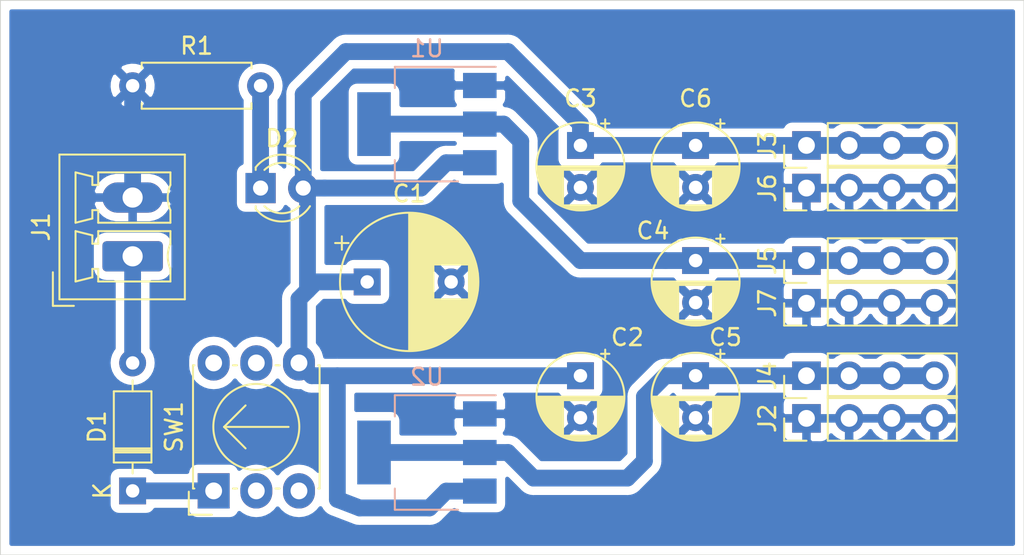
<source format=kicad_pcb>
(kicad_pcb (version 20171130) (host pcbnew 5.1.3-ffb9f22~84~ubuntu18.04.1)

  (general
    (thickness 1.6)
    (drawings 4)
    (tracks 45)
    (zones 0)
    (modules 19)
    (nets 8)
  )

  (page A4)
  (layers
    (0 F.Cu signal hide)
    (31 B.Cu signal)
    (32 B.Adhes user hide)
    (33 F.Adhes user hide)
    (34 B.Paste user hide)
    (35 F.Paste user hide)
    (36 B.SilkS user hide)
    (37 F.SilkS user)
    (38 B.Mask user hide)
    (39 F.Mask user)
    (40 Dwgs.User user hide)
    (41 Cmts.User user hide)
    (42 Eco1.User user hide)
    (43 Eco2.User user hide)
    (44 Edge.Cuts user)
    (45 Margin user hide)
    (46 B.CrtYd user hide)
    (47 F.CrtYd user)
    (48 B.Fab user hide)
    (49 F.Fab user)
  )

  (setup
    (last_trace_width 0.25)
    (user_trace_width 1)
    (trace_clearance 0.2)
    (zone_clearance 0.508)
    (zone_45_only no)
    (trace_min 0.2)
    (via_size 0.8)
    (via_drill 0.4)
    (via_min_size 0.4)
    (via_min_drill 0.3)
    (uvia_size 0.3)
    (uvia_drill 0.1)
    (uvias_allowed no)
    (uvia_min_size 0.2)
    (uvia_min_drill 0.1)
    (edge_width 0.05)
    (segment_width 0.2)
    (pcb_text_width 0.3)
    (pcb_text_size 1.5 1.5)
    (mod_edge_width 0.12)
    (mod_text_size 1 1)
    (mod_text_width 0.15)
    (pad_size 1.524 1.524)
    (pad_drill 0.762)
    (pad_to_mask_clearance 0.051)
    (solder_mask_min_width 0.25)
    (aux_axis_origin 0 0)
    (visible_elements FFFFFF7F)
    (pcbplotparams
      (layerselection 0x00000_fffffffe)
      (usegerberextensions false)
      (usegerberattributes false)
      (usegerberadvancedattributes false)
      (creategerberjobfile false)
      (excludeedgelayer true)
      (linewidth 0.100000)
      (plotframeref false)
      (viasonmask false)
      (mode 1)
      (useauxorigin false)
      (hpglpennumber 1)
      (hpglpenspeed 20)
      (hpglpendiameter 15.000000)
      (psnegative false)
      (psa4output false)
      (plotreference false)
      (plotvalue false)
      (plotinvisibletext false)
      (padsonsilk false)
      (subtractmaskfromsilk false)
      (outputformat 1)
      (mirror false)
      (drillshape 0)
      (scaleselection 1)
      (outputdirectory ""))
  )

  (net 0 "")
  (net 1 Earth)
  (net 2 VCC)
  (net 3 "Net-(C4-Pad1)")
  (net 4 "Net-(C5-Pad1)")
  (net 5 "Net-(D1-Pad2)")
  (net 6 "Net-(D1-Pad1)")
  (net 7 "Net-(D2-Pad1)")

  (net_class Default "Это класс цепей по умолчанию."
    (clearance 0.2)
    (trace_width 0.25)
    (via_dia 0.8)
    (via_drill 0.4)
    (uvia_dia 0.3)
    (uvia_drill 0.1)
    (add_net Earth)
    (add_net "Net-(C4-Pad1)")
    (add_net "Net-(C5-Pad1)")
    (add_net "Net-(D1-Pad1)")
    (add_net "Net-(D1-Pad2)")
    (add_net "Net-(D2-Pad1)")
    (add_net VCC)
  )

  (module Package_TO_SOT_SMD:SOT-223-3_TabPin2 (layer B.Cu) (tedit 5A02FF57) (tstamp 5D3CA95E)
    (at 25.4 -6.096 180)
    (descr "module CMS SOT223 4 pins")
    (tags "CMS SOT")
    (path /5D39A83C)
    (attr smd)
    (fp_text reference U2 (at 0 4.5) (layer B.SilkS)
      (effects (font (size 1 1) (thickness 0.15)) (justify mirror))
    )
    (fp_text value AMS1117-5.0 (at 0.254 6.35) (layer B.Fab)
      (effects (font (size 1 1) (thickness 0.15)) (justify mirror))
    )
    (fp_line (start 1.85 3.35) (end 1.85 -3.35) (layer B.Fab) (width 0.1))
    (fp_line (start -1.85 -3.35) (end 1.85 -3.35) (layer B.Fab) (width 0.1))
    (fp_line (start -4.1 3.41) (end 1.91 3.41) (layer B.SilkS) (width 0.12))
    (fp_line (start -0.85 3.35) (end 1.85 3.35) (layer B.Fab) (width 0.1))
    (fp_line (start -1.85 -3.41) (end 1.91 -3.41) (layer B.SilkS) (width 0.12))
    (fp_line (start -1.85 2.35) (end -1.85 -3.35) (layer B.Fab) (width 0.1))
    (fp_line (start -1.85 2.35) (end -0.85 3.35) (layer B.Fab) (width 0.1))
    (fp_line (start -4.4 3.6) (end -4.4 -3.6) (layer B.CrtYd) (width 0.05))
    (fp_line (start -4.4 -3.6) (end 4.4 -3.6) (layer B.CrtYd) (width 0.05))
    (fp_line (start 4.4 -3.6) (end 4.4 3.6) (layer B.CrtYd) (width 0.05))
    (fp_line (start 4.4 3.6) (end -4.4 3.6) (layer B.CrtYd) (width 0.05))
    (fp_line (start 1.91 3.41) (end 1.91 2.15) (layer B.SilkS) (width 0.12))
    (fp_line (start 1.91 -3.41) (end 1.91 -2.15) (layer B.SilkS) (width 0.12))
    (fp_text user %R (at 0 0 270) (layer B.Fab)
      (effects (font (size 0.8 0.8) (thickness 0.12)) (justify mirror))
    )
    (pad 1 smd rect (at -3.15 2.3 180) (size 2 1.5) (layers B.Cu B.Paste B.Mask)
      (net 1 Earth))
    (pad 3 smd rect (at -3.15 -2.3 180) (size 2 1.5) (layers B.Cu B.Paste B.Mask)
      (net 2 VCC))
    (pad 2 smd rect (at -3.15 0 180) (size 2 1.5) (layers B.Cu B.Paste B.Mask)
      (net 4 "Net-(C5-Pad1)"))
    (pad 2 smd rect (at 3.15 0 180) (size 2 3.8) (layers B.Cu B.Paste B.Mask)
      (net 4 "Net-(C5-Pad1)"))
    (model ${KISYS3DMOD}/Package_TO_SOT_SMD.3dshapes/SOT-223.wrl
      (at (xyz 0 0 0))
      (scale (xyz 1 1 1))
      (rotate (xyz 0 0 0))
    )
  )

  (module Capacitor_THT:CP_Radial_D5.0mm_P2.50mm (layer F.Cu) (tedit 5AE50EF0) (tstamp 5D3CA652)
    (at 34.544 -24.384 270)
    (descr "CP, Radial series, Radial, pin pitch=2.50mm, , diameter=5mm, Electrolytic Capacitor")
    (tags "CP Radial series Radial pin pitch 2.50mm  diameter 5mm Electrolytic Capacitor")
    (path /5D5F1921)
    (fp_text reference C3 (at -2.794 0 180) (layer F.SilkS)
      (effects (font (size 1 1) (thickness 0.15)))
    )
    (fp_text value 10uF (at 1.25 3.75 90) (layer F.Fab)
      (effects (font (size 1 1) (thickness 0.15)))
    )
    (fp_text user %R (at 1.25 0 90) (layer F.Fab)
      (effects (font (size 1 1) (thickness 0.15)))
    )
    (fp_line (start -1.304775 -1.725) (end -1.304775 -1.225) (layer F.SilkS) (width 0.12))
    (fp_line (start -1.554775 -1.475) (end -1.054775 -1.475) (layer F.SilkS) (width 0.12))
    (fp_line (start 3.851 -0.284) (end 3.851 0.284) (layer F.SilkS) (width 0.12))
    (fp_line (start 3.811 -0.518) (end 3.811 0.518) (layer F.SilkS) (width 0.12))
    (fp_line (start 3.771 -0.677) (end 3.771 0.677) (layer F.SilkS) (width 0.12))
    (fp_line (start 3.731 -0.805) (end 3.731 0.805) (layer F.SilkS) (width 0.12))
    (fp_line (start 3.691 -0.915) (end 3.691 0.915) (layer F.SilkS) (width 0.12))
    (fp_line (start 3.651 -1.011) (end 3.651 1.011) (layer F.SilkS) (width 0.12))
    (fp_line (start 3.611 -1.098) (end 3.611 1.098) (layer F.SilkS) (width 0.12))
    (fp_line (start 3.571 -1.178) (end 3.571 1.178) (layer F.SilkS) (width 0.12))
    (fp_line (start 3.531 1.04) (end 3.531 1.251) (layer F.SilkS) (width 0.12))
    (fp_line (start 3.531 -1.251) (end 3.531 -1.04) (layer F.SilkS) (width 0.12))
    (fp_line (start 3.491 1.04) (end 3.491 1.319) (layer F.SilkS) (width 0.12))
    (fp_line (start 3.491 -1.319) (end 3.491 -1.04) (layer F.SilkS) (width 0.12))
    (fp_line (start 3.451 1.04) (end 3.451 1.383) (layer F.SilkS) (width 0.12))
    (fp_line (start 3.451 -1.383) (end 3.451 -1.04) (layer F.SilkS) (width 0.12))
    (fp_line (start 3.411 1.04) (end 3.411 1.443) (layer F.SilkS) (width 0.12))
    (fp_line (start 3.411 -1.443) (end 3.411 -1.04) (layer F.SilkS) (width 0.12))
    (fp_line (start 3.371 1.04) (end 3.371 1.5) (layer F.SilkS) (width 0.12))
    (fp_line (start 3.371 -1.5) (end 3.371 -1.04) (layer F.SilkS) (width 0.12))
    (fp_line (start 3.331 1.04) (end 3.331 1.554) (layer F.SilkS) (width 0.12))
    (fp_line (start 3.331 -1.554) (end 3.331 -1.04) (layer F.SilkS) (width 0.12))
    (fp_line (start 3.291 1.04) (end 3.291 1.605) (layer F.SilkS) (width 0.12))
    (fp_line (start 3.291 -1.605) (end 3.291 -1.04) (layer F.SilkS) (width 0.12))
    (fp_line (start 3.251 1.04) (end 3.251 1.653) (layer F.SilkS) (width 0.12))
    (fp_line (start 3.251 -1.653) (end 3.251 -1.04) (layer F.SilkS) (width 0.12))
    (fp_line (start 3.211 1.04) (end 3.211 1.699) (layer F.SilkS) (width 0.12))
    (fp_line (start 3.211 -1.699) (end 3.211 -1.04) (layer F.SilkS) (width 0.12))
    (fp_line (start 3.171 1.04) (end 3.171 1.743) (layer F.SilkS) (width 0.12))
    (fp_line (start 3.171 -1.743) (end 3.171 -1.04) (layer F.SilkS) (width 0.12))
    (fp_line (start 3.131 1.04) (end 3.131 1.785) (layer F.SilkS) (width 0.12))
    (fp_line (start 3.131 -1.785) (end 3.131 -1.04) (layer F.SilkS) (width 0.12))
    (fp_line (start 3.091 1.04) (end 3.091 1.826) (layer F.SilkS) (width 0.12))
    (fp_line (start 3.091 -1.826) (end 3.091 -1.04) (layer F.SilkS) (width 0.12))
    (fp_line (start 3.051 1.04) (end 3.051 1.864) (layer F.SilkS) (width 0.12))
    (fp_line (start 3.051 -1.864) (end 3.051 -1.04) (layer F.SilkS) (width 0.12))
    (fp_line (start 3.011 1.04) (end 3.011 1.901) (layer F.SilkS) (width 0.12))
    (fp_line (start 3.011 -1.901) (end 3.011 -1.04) (layer F.SilkS) (width 0.12))
    (fp_line (start 2.971 1.04) (end 2.971 1.937) (layer F.SilkS) (width 0.12))
    (fp_line (start 2.971 -1.937) (end 2.971 -1.04) (layer F.SilkS) (width 0.12))
    (fp_line (start 2.931 1.04) (end 2.931 1.971) (layer F.SilkS) (width 0.12))
    (fp_line (start 2.931 -1.971) (end 2.931 -1.04) (layer F.SilkS) (width 0.12))
    (fp_line (start 2.891 1.04) (end 2.891 2.004) (layer F.SilkS) (width 0.12))
    (fp_line (start 2.891 -2.004) (end 2.891 -1.04) (layer F.SilkS) (width 0.12))
    (fp_line (start 2.851 1.04) (end 2.851 2.035) (layer F.SilkS) (width 0.12))
    (fp_line (start 2.851 -2.035) (end 2.851 -1.04) (layer F.SilkS) (width 0.12))
    (fp_line (start 2.811 1.04) (end 2.811 2.065) (layer F.SilkS) (width 0.12))
    (fp_line (start 2.811 -2.065) (end 2.811 -1.04) (layer F.SilkS) (width 0.12))
    (fp_line (start 2.771 1.04) (end 2.771 2.095) (layer F.SilkS) (width 0.12))
    (fp_line (start 2.771 -2.095) (end 2.771 -1.04) (layer F.SilkS) (width 0.12))
    (fp_line (start 2.731 1.04) (end 2.731 2.122) (layer F.SilkS) (width 0.12))
    (fp_line (start 2.731 -2.122) (end 2.731 -1.04) (layer F.SilkS) (width 0.12))
    (fp_line (start 2.691 1.04) (end 2.691 2.149) (layer F.SilkS) (width 0.12))
    (fp_line (start 2.691 -2.149) (end 2.691 -1.04) (layer F.SilkS) (width 0.12))
    (fp_line (start 2.651 1.04) (end 2.651 2.175) (layer F.SilkS) (width 0.12))
    (fp_line (start 2.651 -2.175) (end 2.651 -1.04) (layer F.SilkS) (width 0.12))
    (fp_line (start 2.611 1.04) (end 2.611 2.2) (layer F.SilkS) (width 0.12))
    (fp_line (start 2.611 -2.2) (end 2.611 -1.04) (layer F.SilkS) (width 0.12))
    (fp_line (start 2.571 1.04) (end 2.571 2.224) (layer F.SilkS) (width 0.12))
    (fp_line (start 2.571 -2.224) (end 2.571 -1.04) (layer F.SilkS) (width 0.12))
    (fp_line (start 2.531 1.04) (end 2.531 2.247) (layer F.SilkS) (width 0.12))
    (fp_line (start 2.531 -2.247) (end 2.531 -1.04) (layer F.SilkS) (width 0.12))
    (fp_line (start 2.491 1.04) (end 2.491 2.268) (layer F.SilkS) (width 0.12))
    (fp_line (start 2.491 -2.268) (end 2.491 -1.04) (layer F.SilkS) (width 0.12))
    (fp_line (start 2.451 1.04) (end 2.451 2.29) (layer F.SilkS) (width 0.12))
    (fp_line (start 2.451 -2.29) (end 2.451 -1.04) (layer F.SilkS) (width 0.12))
    (fp_line (start 2.411 1.04) (end 2.411 2.31) (layer F.SilkS) (width 0.12))
    (fp_line (start 2.411 -2.31) (end 2.411 -1.04) (layer F.SilkS) (width 0.12))
    (fp_line (start 2.371 1.04) (end 2.371 2.329) (layer F.SilkS) (width 0.12))
    (fp_line (start 2.371 -2.329) (end 2.371 -1.04) (layer F.SilkS) (width 0.12))
    (fp_line (start 2.331 1.04) (end 2.331 2.348) (layer F.SilkS) (width 0.12))
    (fp_line (start 2.331 -2.348) (end 2.331 -1.04) (layer F.SilkS) (width 0.12))
    (fp_line (start 2.291 1.04) (end 2.291 2.365) (layer F.SilkS) (width 0.12))
    (fp_line (start 2.291 -2.365) (end 2.291 -1.04) (layer F.SilkS) (width 0.12))
    (fp_line (start 2.251 1.04) (end 2.251 2.382) (layer F.SilkS) (width 0.12))
    (fp_line (start 2.251 -2.382) (end 2.251 -1.04) (layer F.SilkS) (width 0.12))
    (fp_line (start 2.211 1.04) (end 2.211 2.398) (layer F.SilkS) (width 0.12))
    (fp_line (start 2.211 -2.398) (end 2.211 -1.04) (layer F.SilkS) (width 0.12))
    (fp_line (start 2.171 1.04) (end 2.171 2.414) (layer F.SilkS) (width 0.12))
    (fp_line (start 2.171 -2.414) (end 2.171 -1.04) (layer F.SilkS) (width 0.12))
    (fp_line (start 2.131 1.04) (end 2.131 2.428) (layer F.SilkS) (width 0.12))
    (fp_line (start 2.131 -2.428) (end 2.131 -1.04) (layer F.SilkS) (width 0.12))
    (fp_line (start 2.091 1.04) (end 2.091 2.442) (layer F.SilkS) (width 0.12))
    (fp_line (start 2.091 -2.442) (end 2.091 -1.04) (layer F.SilkS) (width 0.12))
    (fp_line (start 2.051 1.04) (end 2.051 2.455) (layer F.SilkS) (width 0.12))
    (fp_line (start 2.051 -2.455) (end 2.051 -1.04) (layer F.SilkS) (width 0.12))
    (fp_line (start 2.011 1.04) (end 2.011 2.468) (layer F.SilkS) (width 0.12))
    (fp_line (start 2.011 -2.468) (end 2.011 -1.04) (layer F.SilkS) (width 0.12))
    (fp_line (start 1.971 1.04) (end 1.971 2.48) (layer F.SilkS) (width 0.12))
    (fp_line (start 1.971 -2.48) (end 1.971 -1.04) (layer F.SilkS) (width 0.12))
    (fp_line (start 1.93 1.04) (end 1.93 2.491) (layer F.SilkS) (width 0.12))
    (fp_line (start 1.93 -2.491) (end 1.93 -1.04) (layer F.SilkS) (width 0.12))
    (fp_line (start 1.89 1.04) (end 1.89 2.501) (layer F.SilkS) (width 0.12))
    (fp_line (start 1.89 -2.501) (end 1.89 -1.04) (layer F.SilkS) (width 0.12))
    (fp_line (start 1.85 1.04) (end 1.85 2.511) (layer F.SilkS) (width 0.12))
    (fp_line (start 1.85 -2.511) (end 1.85 -1.04) (layer F.SilkS) (width 0.12))
    (fp_line (start 1.81 1.04) (end 1.81 2.52) (layer F.SilkS) (width 0.12))
    (fp_line (start 1.81 -2.52) (end 1.81 -1.04) (layer F.SilkS) (width 0.12))
    (fp_line (start 1.77 1.04) (end 1.77 2.528) (layer F.SilkS) (width 0.12))
    (fp_line (start 1.77 -2.528) (end 1.77 -1.04) (layer F.SilkS) (width 0.12))
    (fp_line (start 1.73 1.04) (end 1.73 2.536) (layer F.SilkS) (width 0.12))
    (fp_line (start 1.73 -2.536) (end 1.73 -1.04) (layer F.SilkS) (width 0.12))
    (fp_line (start 1.69 1.04) (end 1.69 2.543) (layer F.SilkS) (width 0.12))
    (fp_line (start 1.69 -2.543) (end 1.69 -1.04) (layer F.SilkS) (width 0.12))
    (fp_line (start 1.65 1.04) (end 1.65 2.55) (layer F.SilkS) (width 0.12))
    (fp_line (start 1.65 -2.55) (end 1.65 -1.04) (layer F.SilkS) (width 0.12))
    (fp_line (start 1.61 1.04) (end 1.61 2.556) (layer F.SilkS) (width 0.12))
    (fp_line (start 1.61 -2.556) (end 1.61 -1.04) (layer F.SilkS) (width 0.12))
    (fp_line (start 1.57 1.04) (end 1.57 2.561) (layer F.SilkS) (width 0.12))
    (fp_line (start 1.57 -2.561) (end 1.57 -1.04) (layer F.SilkS) (width 0.12))
    (fp_line (start 1.53 1.04) (end 1.53 2.565) (layer F.SilkS) (width 0.12))
    (fp_line (start 1.53 -2.565) (end 1.53 -1.04) (layer F.SilkS) (width 0.12))
    (fp_line (start 1.49 1.04) (end 1.49 2.569) (layer F.SilkS) (width 0.12))
    (fp_line (start 1.49 -2.569) (end 1.49 -1.04) (layer F.SilkS) (width 0.12))
    (fp_line (start 1.45 -2.573) (end 1.45 2.573) (layer F.SilkS) (width 0.12))
    (fp_line (start 1.41 -2.576) (end 1.41 2.576) (layer F.SilkS) (width 0.12))
    (fp_line (start 1.37 -2.578) (end 1.37 2.578) (layer F.SilkS) (width 0.12))
    (fp_line (start 1.33 -2.579) (end 1.33 2.579) (layer F.SilkS) (width 0.12))
    (fp_line (start 1.29 -2.58) (end 1.29 2.58) (layer F.SilkS) (width 0.12))
    (fp_line (start 1.25 -2.58) (end 1.25 2.58) (layer F.SilkS) (width 0.12))
    (fp_line (start -0.633605 -1.3375) (end -0.633605 -0.8375) (layer F.Fab) (width 0.1))
    (fp_line (start -0.883605 -1.0875) (end -0.383605 -1.0875) (layer F.Fab) (width 0.1))
    (fp_circle (center 1.25 0) (end 4 0) (layer F.CrtYd) (width 0.05))
    (fp_circle (center 1.25 0) (end 3.87 0) (layer F.SilkS) (width 0.12))
    (fp_circle (center 1.25 0) (end 3.75 0) (layer F.Fab) (width 0.1))
    (pad 2 thru_hole circle (at 2.5 0 270) (size 1.6 1.6) (drill 0.8) (layers *.Cu *.Mask)
      (net 1 Earth))
    (pad 1 thru_hole rect (at 0 0 270) (size 1.6 1.6) (drill 0.8) (layers *.Cu *.Mask)
      (net 2 VCC))
    (model ${KISYS3DMOD}/Capacitor_THT.3dshapes/CP_Radial_D5.0mm_P2.50mm.wrl
      (at (xyz 0 0 0))
      (scale (xyz 1 1 1))
      (rotate (xyz 0 0 0))
    )
  )

  (module Capacitor_THT:CP_Radial_D5.0mm_P2.50mm (layer F.Cu) (tedit 5AE50EF0) (tstamp 5D3CA5A9)
    (at 34.544 -10.668 270)
    (descr "CP, Radial series, Radial, pin pitch=2.50mm, , diameter=5mm, Electrolytic Capacitor")
    (tags "CP Radial series Radial pin pitch 2.50mm  diameter 5mm Electrolytic Capacitor")
    (path /5D5C66CC)
    (fp_text reference C2 (at -2.286 -2.794 180) (layer F.SilkS)
      (effects (font (size 1 1) (thickness 0.15)))
    )
    (fp_text value 10uF (at 1.25 3.75 90) (layer F.Fab)
      (effects (font (size 1 1) (thickness 0.15)))
    )
    (fp_text user %R (at 1.25 0 90) (layer F.Fab)
      (effects (font (size 1 1) (thickness 0.15)))
    )
    (fp_line (start -1.304775 -1.725) (end -1.304775 -1.225) (layer F.SilkS) (width 0.12))
    (fp_line (start -1.554775 -1.475) (end -1.054775 -1.475) (layer F.SilkS) (width 0.12))
    (fp_line (start 3.851 -0.284) (end 3.851 0.284) (layer F.SilkS) (width 0.12))
    (fp_line (start 3.811 -0.518) (end 3.811 0.518) (layer F.SilkS) (width 0.12))
    (fp_line (start 3.771 -0.677) (end 3.771 0.677) (layer F.SilkS) (width 0.12))
    (fp_line (start 3.731 -0.805) (end 3.731 0.805) (layer F.SilkS) (width 0.12))
    (fp_line (start 3.691 -0.915) (end 3.691 0.915) (layer F.SilkS) (width 0.12))
    (fp_line (start 3.651 -1.011) (end 3.651 1.011) (layer F.SilkS) (width 0.12))
    (fp_line (start 3.611 -1.098) (end 3.611 1.098) (layer F.SilkS) (width 0.12))
    (fp_line (start 3.571 -1.178) (end 3.571 1.178) (layer F.SilkS) (width 0.12))
    (fp_line (start 3.531 1.04) (end 3.531 1.251) (layer F.SilkS) (width 0.12))
    (fp_line (start 3.531 -1.251) (end 3.531 -1.04) (layer F.SilkS) (width 0.12))
    (fp_line (start 3.491 1.04) (end 3.491 1.319) (layer F.SilkS) (width 0.12))
    (fp_line (start 3.491 -1.319) (end 3.491 -1.04) (layer F.SilkS) (width 0.12))
    (fp_line (start 3.451 1.04) (end 3.451 1.383) (layer F.SilkS) (width 0.12))
    (fp_line (start 3.451 -1.383) (end 3.451 -1.04) (layer F.SilkS) (width 0.12))
    (fp_line (start 3.411 1.04) (end 3.411 1.443) (layer F.SilkS) (width 0.12))
    (fp_line (start 3.411 -1.443) (end 3.411 -1.04) (layer F.SilkS) (width 0.12))
    (fp_line (start 3.371 1.04) (end 3.371 1.5) (layer F.SilkS) (width 0.12))
    (fp_line (start 3.371 -1.5) (end 3.371 -1.04) (layer F.SilkS) (width 0.12))
    (fp_line (start 3.331 1.04) (end 3.331 1.554) (layer F.SilkS) (width 0.12))
    (fp_line (start 3.331 -1.554) (end 3.331 -1.04) (layer F.SilkS) (width 0.12))
    (fp_line (start 3.291 1.04) (end 3.291 1.605) (layer F.SilkS) (width 0.12))
    (fp_line (start 3.291 -1.605) (end 3.291 -1.04) (layer F.SilkS) (width 0.12))
    (fp_line (start 3.251 1.04) (end 3.251 1.653) (layer F.SilkS) (width 0.12))
    (fp_line (start 3.251 -1.653) (end 3.251 -1.04) (layer F.SilkS) (width 0.12))
    (fp_line (start 3.211 1.04) (end 3.211 1.699) (layer F.SilkS) (width 0.12))
    (fp_line (start 3.211 -1.699) (end 3.211 -1.04) (layer F.SilkS) (width 0.12))
    (fp_line (start 3.171 1.04) (end 3.171 1.743) (layer F.SilkS) (width 0.12))
    (fp_line (start 3.171 -1.743) (end 3.171 -1.04) (layer F.SilkS) (width 0.12))
    (fp_line (start 3.131 1.04) (end 3.131 1.785) (layer F.SilkS) (width 0.12))
    (fp_line (start 3.131 -1.785) (end 3.131 -1.04) (layer F.SilkS) (width 0.12))
    (fp_line (start 3.091 1.04) (end 3.091 1.826) (layer F.SilkS) (width 0.12))
    (fp_line (start 3.091 -1.826) (end 3.091 -1.04) (layer F.SilkS) (width 0.12))
    (fp_line (start 3.051 1.04) (end 3.051 1.864) (layer F.SilkS) (width 0.12))
    (fp_line (start 3.051 -1.864) (end 3.051 -1.04) (layer F.SilkS) (width 0.12))
    (fp_line (start 3.011 1.04) (end 3.011 1.901) (layer F.SilkS) (width 0.12))
    (fp_line (start 3.011 -1.901) (end 3.011 -1.04) (layer F.SilkS) (width 0.12))
    (fp_line (start 2.971 1.04) (end 2.971 1.937) (layer F.SilkS) (width 0.12))
    (fp_line (start 2.971 -1.937) (end 2.971 -1.04) (layer F.SilkS) (width 0.12))
    (fp_line (start 2.931 1.04) (end 2.931 1.971) (layer F.SilkS) (width 0.12))
    (fp_line (start 2.931 -1.971) (end 2.931 -1.04) (layer F.SilkS) (width 0.12))
    (fp_line (start 2.891 1.04) (end 2.891 2.004) (layer F.SilkS) (width 0.12))
    (fp_line (start 2.891 -2.004) (end 2.891 -1.04) (layer F.SilkS) (width 0.12))
    (fp_line (start 2.851 1.04) (end 2.851 2.035) (layer F.SilkS) (width 0.12))
    (fp_line (start 2.851 -2.035) (end 2.851 -1.04) (layer F.SilkS) (width 0.12))
    (fp_line (start 2.811 1.04) (end 2.811 2.065) (layer F.SilkS) (width 0.12))
    (fp_line (start 2.811 -2.065) (end 2.811 -1.04) (layer F.SilkS) (width 0.12))
    (fp_line (start 2.771 1.04) (end 2.771 2.095) (layer F.SilkS) (width 0.12))
    (fp_line (start 2.771 -2.095) (end 2.771 -1.04) (layer F.SilkS) (width 0.12))
    (fp_line (start 2.731 1.04) (end 2.731 2.122) (layer F.SilkS) (width 0.12))
    (fp_line (start 2.731 -2.122) (end 2.731 -1.04) (layer F.SilkS) (width 0.12))
    (fp_line (start 2.691 1.04) (end 2.691 2.149) (layer F.SilkS) (width 0.12))
    (fp_line (start 2.691 -2.149) (end 2.691 -1.04) (layer F.SilkS) (width 0.12))
    (fp_line (start 2.651 1.04) (end 2.651 2.175) (layer F.SilkS) (width 0.12))
    (fp_line (start 2.651 -2.175) (end 2.651 -1.04) (layer F.SilkS) (width 0.12))
    (fp_line (start 2.611 1.04) (end 2.611 2.2) (layer F.SilkS) (width 0.12))
    (fp_line (start 2.611 -2.2) (end 2.611 -1.04) (layer F.SilkS) (width 0.12))
    (fp_line (start 2.571 1.04) (end 2.571 2.224) (layer F.SilkS) (width 0.12))
    (fp_line (start 2.571 -2.224) (end 2.571 -1.04) (layer F.SilkS) (width 0.12))
    (fp_line (start 2.531 1.04) (end 2.531 2.247) (layer F.SilkS) (width 0.12))
    (fp_line (start 2.531 -2.247) (end 2.531 -1.04) (layer F.SilkS) (width 0.12))
    (fp_line (start 2.491 1.04) (end 2.491 2.268) (layer F.SilkS) (width 0.12))
    (fp_line (start 2.491 -2.268) (end 2.491 -1.04) (layer F.SilkS) (width 0.12))
    (fp_line (start 2.451 1.04) (end 2.451 2.29) (layer F.SilkS) (width 0.12))
    (fp_line (start 2.451 -2.29) (end 2.451 -1.04) (layer F.SilkS) (width 0.12))
    (fp_line (start 2.411 1.04) (end 2.411 2.31) (layer F.SilkS) (width 0.12))
    (fp_line (start 2.411 -2.31) (end 2.411 -1.04) (layer F.SilkS) (width 0.12))
    (fp_line (start 2.371 1.04) (end 2.371 2.329) (layer F.SilkS) (width 0.12))
    (fp_line (start 2.371 -2.329) (end 2.371 -1.04) (layer F.SilkS) (width 0.12))
    (fp_line (start 2.331 1.04) (end 2.331 2.348) (layer F.SilkS) (width 0.12))
    (fp_line (start 2.331 -2.348) (end 2.331 -1.04) (layer F.SilkS) (width 0.12))
    (fp_line (start 2.291 1.04) (end 2.291 2.365) (layer F.SilkS) (width 0.12))
    (fp_line (start 2.291 -2.365) (end 2.291 -1.04) (layer F.SilkS) (width 0.12))
    (fp_line (start 2.251 1.04) (end 2.251 2.382) (layer F.SilkS) (width 0.12))
    (fp_line (start 2.251 -2.382) (end 2.251 -1.04) (layer F.SilkS) (width 0.12))
    (fp_line (start 2.211 1.04) (end 2.211 2.398) (layer F.SilkS) (width 0.12))
    (fp_line (start 2.211 -2.398) (end 2.211 -1.04) (layer F.SilkS) (width 0.12))
    (fp_line (start 2.171 1.04) (end 2.171 2.414) (layer F.SilkS) (width 0.12))
    (fp_line (start 2.171 -2.414) (end 2.171 -1.04) (layer F.SilkS) (width 0.12))
    (fp_line (start 2.131 1.04) (end 2.131 2.428) (layer F.SilkS) (width 0.12))
    (fp_line (start 2.131 -2.428) (end 2.131 -1.04) (layer F.SilkS) (width 0.12))
    (fp_line (start 2.091 1.04) (end 2.091 2.442) (layer F.SilkS) (width 0.12))
    (fp_line (start 2.091 -2.442) (end 2.091 -1.04) (layer F.SilkS) (width 0.12))
    (fp_line (start 2.051 1.04) (end 2.051 2.455) (layer F.SilkS) (width 0.12))
    (fp_line (start 2.051 -2.455) (end 2.051 -1.04) (layer F.SilkS) (width 0.12))
    (fp_line (start 2.011 1.04) (end 2.011 2.468) (layer F.SilkS) (width 0.12))
    (fp_line (start 2.011 -2.468) (end 2.011 -1.04) (layer F.SilkS) (width 0.12))
    (fp_line (start 1.971 1.04) (end 1.971 2.48) (layer F.SilkS) (width 0.12))
    (fp_line (start 1.971 -2.48) (end 1.971 -1.04) (layer F.SilkS) (width 0.12))
    (fp_line (start 1.93 1.04) (end 1.93 2.491) (layer F.SilkS) (width 0.12))
    (fp_line (start 1.93 -2.491) (end 1.93 -1.04) (layer F.SilkS) (width 0.12))
    (fp_line (start 1.89 1.04) (end 1.89 2.501) (layer F.SilkS) (width 0.12))
    (fp_line (start 1.89 -2.501) (end 1.89 -1.04) (layer F.SilkS) (width 0.12))
    (fp_line (start 1.85 1.04) (end 1.85 2.511) (layer F.SilkS) (width 0.12))
    (fp_line (start 1.85 -2.511) (end 1.85 -1.04) (layer F.SilkS) (width 0.12))
    (fp_line (start 1.81 1.04) (end 1.81 2.52) (layer F.SilkS) (width 0.12))
    (fp_line (start 1.81 -2.52) (end 1.81 -1.04) (layer F.SilkS) (width 0.12))
    (fp_line (start 1.77 1.04) (end 1.77 2.528) (layer F.SilkS) (width 0.12))
    (fp_line (start 1.77 -2.528) (end 1.77 -1.04) (layer F.SilkS) (width 0.12))
    (fp_line (start 1.73 1.04) (end 1.73 2.536) (layer F.SilkS) (width 0.12))
    (fp_line (start 1.73 -2.536) (end 1.73 -1.04) (layer F.SilkS) (width 0.12))
    (fp_line (start 1.69 1.04) (end 1.69 2.543) (layer F.SilkS) (width 0.12))
    (fp_line (start 1.69 -2.543) (end 1.69 -1.04) (layer F.SilkS) (width 0.12))
    (fp_line (start 1.65 1.04) (end 1.65 2.55) (layer F.SilkS) (width 0.12))
    (fp_line (start 1.65 -2.55) (end 1.65 -1.04) (layer F.SilkS) (width 0.12))
    (fp_line (start 1.61 1.04) (end 1.61 2.556) (layer F.SilkS) (width 0.12))
    (fp_line (start 1.61 -2.556) (end 1.61 -1.04) (layer F.SilkS) (width 0.12))
    (fp_line (start 1.57 1.04) (end 1.57 2.561) (layer F.SilkS) (width 0.12))
    (fp_line (start 1.57 -2.561) (end 1.57 -1.04) (layer F.SilkS) (width 0.12))
    (fp_line (start 1.53 1.04) (end 1.53 2.565) (layer F.SilkS) (width 0.12))
    (fp_line (start 1.53 -2.565) (end 1.53 -1.04) (layer F.SilkS) (width 0.12))
    (fp_line (start 1.49 1.04) (end 1.49 2.569) (layer F.SilkS) (width 0.12))
    (fp_line (start 1.49 -2.569) (end 1.49 -1.04) (layer F.SilkS) (width 0.12))
    (fp_line (start 1.45 -2.573) (end 1.45 2.573) (layer F.SilkS) (width 0.12))
    (fp_line (start 1.41 -2.576) (end 1.41 2.576) (layer F.SilkS) (width 0.12))
    (fp_line (start 1.37 -2.578) (end 1.37 2.578) (layer F.SilkS) (width 0.12))
    (fp_line (start 1.33 -2.579) (end 1.33 2.579) (layer F.SilkS) (width 0.12))
    (fp_line (start 1.29 -2.58) (end 1.29 2.58) (layer F.SilkS) (width 0.12))
    (fp_line (start 1.25 -2.58) (end 1.25 2.58) (layer F.SilkS) (width 0.12))
    (fp_line (start -0.633605 -1.3375) (end -0.633605 -0.8375) (layer F.Fab) (width 0.1))
    (fp_line (start -0.883605 -1.0875) (end -0.383605 -1.0875) (layer F.Fab) (width 0.1))
    (fp_circle (center 1.25 0) (end 4 0) (layer F.CrtYd) (width 0.05))
    (fp_circle (center 1.25 0) (end 3.87 0) (layer F.SilkS) (width 0.12))
    (fp_circle (center 1.25 0) (end 3.75 0) (layer F.Fab) (width 0.1))
    (pad 2 thru_hole circle (at 2.5 0 270) (size 1.6 1.6) (drill 0.8) (layers *.Cu *.Mask)
      (net 1 Earth))
    (pad 1 thru_hole rect (at 0 0 270) (size 1.6 1.6) (drill 0.8) (layers *.Cu *.Mask)
      (net 2 VCC))
    (model ${KISYS3DMOD}/Capacitor_THT.3dshapes/CP_Radial_D5.0mm_P2.50mm.wrl
      (at (xyz 0 0 0))
      (scale (xyz 1 1 1))
      (rotate (xyz 0 0 0))
    )
  )

  (module Connector_PinHeader_2.54mm:PinHeader_1x04_P2.54mm_Vertical (layer F.Cu) (tedit 59FED5CC) (tstamp 5D3CA8F7)
    (at 48.006 -14.986 90)
    (descr "Through hole straight pin header, 1x04, 2.54mm pitch, single row")
    (tags "Through hole pin header THT 1x04 2.54mm single row")
    (path /5D4BA084)
    (fp_text reference J7 (at 0 -2.33 90) (layer F.SilkS)
      (effects (font (size 1 1) (thickness 0.15)))
    )
    (fp_text value Conn_01x04_Female (at 0 9.95 90) (layer F.Fab) hide
      (effects (font (size 1 1) (thickness 0.15)))
    )
    (fp_text user %R (at 0 3.81) (layer F.Fab)
      (effects (font (size 1 1) (thickness 0.15)))
    )
    (fp_line (start 1.8 -1.8) (end -1.8 -1.8) (layer F.CrtYd) (width 0.05))
    (fp_line (start 1.8 9.4) (end 1.8 -1.8) (layer F.CrtYd) (width 0.05))
    (fp_line (start -1.8 9.4) (end 1.8 9.4) (layer F.CrtYd) (width 0.05))
    (fp_line (start -1.8 -1.8) (end -1.8 9.4) (layer F.CrtYd) (width 0.05))
    (fp_line (start -1.33 -1.33) (end 0 -1.33) (layer F.SilkS) (width 0.12))
    (fp_line (start -1.33 0) (end -1.33 -1.33) (layer F.SilkS) (width 0.12))
    (fp_line (start -1.33 1.27) (end 1.33 1.27) (layer F.SilkS) (width 0.12))
    (fp_line (start 1.33 1.27) (end 1.33 8.95) (layer F.SilkS) (width 0.12))
    (fp_line (start -1.33 1.27) (end -1.33 8.95) (layer F.SilkS) (width 0.12))
    (fp_line (start -1.33 8.95) (end 1.33 8.95) (layer F.SilkS) (width 0.12))
    (fp_line (start -1.27 -0.635) (end -0.635 -1.27) (layer F.Fab) (width 0.1))
    (fp_line (start -1.27 8.89) (end -1.27 -0.635) (layer F.Fab) (width 0.1))
    (fp_line (start 1.27 8.89) (end -1.27 8.89) (layer F.Fab) (width 0.1))
    (fp_line (start 1.27 -1.27) (end 1.27 8.89) (layer F.Fab) (width 0.1))
    (fp_line (start -0.635 -1.27) (end 1.27 -1.27) (layer F.Fab) (width 0.1))
    (pad 4 thru_hole oval (at 0 7.62 90) (size 1.7 1.7) (drill 1) (layers *.Cu *.Mask)
      (net 1 Earth))
    (pad 3 thru_hole oval (at 0 5.08 90) (size 1.7 1.7) (drill 1) (layers *.Cu *.Mask)
      (net 1 Earth))
    (pad 2 thru_hole oval (at 0 2.54 90) (size 1.7 1.7) (drill 1) (layers *.Cu *.Mask)
      (net 1 Earth))
    (pad 1 thru_hole rect (at 0 0 90) (size 1.7 1.7) (drill 1) (layers *.Cu *.Mask)
      (net 1 Earth))
    (model ${KISYS3DMOD}/Connector_PinHeader_2.54mm.3dshapes/PinHeader_1x04_P2.54mm_Vertical.wrl
      (at (xyz 0 0 0))
      (scale (xyz 1 1 1))
      (rotate (xyz 0 0 0))
    )
  )

  (module Connector_PinHeader_2.54mm:PinHeader_1x04_P2.54mm_Vertical (layer F.Cu) (tedit 59FED5CC) (tstamp 5D3D08D9)
    (at 48.006 -21.844 90)
    (descr "Through hole straight pin header, 1x04, 2.54mm pitch, single row")
    (tags "Through hole pin header THT 1x04 2.54mm single row")
    (path /5D4B914A)
    (fp_text reference J6 (at 0 -2.33 90) (layer F.SilkS)
      (effects (font (size 1 1) (thickness 0.15)))
    )
    (fp_text value Conn_01x04_Female (at 0 9.95 90) (layer F.Fab) hide
      (effects (font (size 1 1) (thickness 0.15)))
    )
    (fp_text user %R (at 0 3.81) (layer F.Fab)
      (effects (font (size 1 1) (thickness 0.15)))
    )
    (fp_line (start 1.8 -1.8) (end -1.8 -1.8) (layer F.CrtYd) (width 0.05))
    (fp_line (start 1.8 9.4) (end 1.8 -1.8) (layer F.CrtYd) (width 0.05))
    (fp_line (start -1.8 9.4) (end 1.8 9.4) (layer F.CrtYd) (width 0.05))
    (fp_line (start -1.8 -1.8) (end -1.8 9.4) (layer F.CrtYd) (width 0.05))
    (fp_line (start -1.33 -1.33) (end 0 -1.33) (layer F.SilkS) (width 0.12))
    (fp_line (start -1.33 0) (end -1.33 -1.33) (layer F.SilkS) (width 0.12))
    (fp_line (start -1.33 1.27) (end 1.33 1.27) (layer F.SilkS) (width 0.12))
    (fp_line (start 1.33 1.27) (end 1.33 8.95) (layer F.SilkS) (width 0.12))
    (fp_line (start -1.33 1.27) (end -1.33 8.95) (layer F.SilkS) (width 0.12))
    (fp_line (start -1.33 8.95) (end 1.33 8.95) (layer F.SilkS) (width 0.12))
    (fp_line (start -1.27 -0.635) (end -0.635 -1.27) (layer F.Fab) (width 0.1))
    (fp_line (start -1.27 8.89) (end -1.27 -0.635) (layer F.Fab) (width 0.1))
    (fp_line (start 1.27 8.89) (end -1.27 8.89) (layer F.Fab) (width 0.1))
    (fp_line (start 1.27 -1.27) (end 1.27 8.89) (layer F.Fab) (width 0.1))
    (fp_line (start -0.635 -1.27) (end 1.27 -1.27) (layer F.Fab) (width 0.1))
    (pad 4 thru_hole oval (at 0 7.62 90) (size 1.7 1.7) (drill 1) (layers *.Cu *.Mask)
      (net 1 Earth))
    (pad 3 thru_hole oval (at 0 5.08 90) (size 1.7 1.7) (drill 1) (layers *.Cu *.Mask)
      (net 1 Earth))
    (pad 2 thru_hole oval (at 0 2.54 90) (size 1.7 1.7) (drill 1) (layers *.Cu *.Mask)
      (net 1 Earth))
    (pad 1 thru_hole rect (at 0 0 90) (size 1.7 1.7) (drill 1) (layers *.Cu *.Mask)
      (net 1 Earth))
    (model ${KISYS3DMOD}/Connector_PinHeader_2.54mm.3dshapes/PinHeader_1x04_P2.54mm_Vertical.wrl
      (at (xyz 0 0 0))
      (scale (xyz 1 1 1))
      (rotate (xyz 0 0 0))
    )
  )

  (module Connector_PinHeader_2.54mm:PinHeader_1x04_P2.54mm_Vertical (layer F.Cu) (tedit 59FED5CC) (tstamp 5D3CDB2A)
    (at 48.006 -17.526 90)
    (descr "Through hole straight pin header, 1x04, 2.54mm pitch, single row")
    (tags "Through hole pin header THT 1x04 2.54mm single row")
    (path /5D39DD03)
    (fp_text reference J5 (at 0 -2.33 90) (layer F.SilkS)
      (effects (font (size 1 1) (thickness 0.15)))
    )
    (fp_text value Conn_01x04_Female (at 0 9.95 90) (layer F.Fab) hide
      (effects (font (size 1 1) (thickness 0.15)))
    )
    (fp_text user %R (at 0 3.81) (layer F.Fab)
      (effects (font (size 1 1) (thickness 0.15)))
    )
    (fp_line (start 1.8 -1.8) (end -1.8 -1.8) (layer F.CrtYd) (width 0.05))
    (fp_line (start 1.8 9.4) (end 1.8 -1.8) (layer F.CrtYd) (width 0.05))
    (fp_line (start -1.8 9.4) (end 1.8 9.4) (layer F.CrtYd) (width 0.05))
    (fp_line (start -1.8 -1.8) (end -1.8 9.4) (layer F.CrtYd) (width 0.05))
    (fp_line (start -1.33 -1.33) (end 0 -1.33) (layer F.SilkS) (width 0.12))
    (fp_line (start -1.33 0) (end -1.33 -1.33) (layer F.SilkS) (width 0.12))
    (fp_line (start -1.33 1.27) (end 1.33 1.27) (layer F.SilkS) (width 0.12))
    (fp_line (start 1.33 1.27) (end 1.33 8.95) (layer F.SilkS) (width 0.12))
    (fp_line (start -1.33 1.27) (end -1.33 8.95) (layer F.SilkS) (width 0.12))
    (fp_line (start -1.33 8.95) (end 1.33 8.95) (layer F.SilkS) (width 0.12))
    (fp_line (start -1.27 -0.635) (end -0.635 -1.27) (layer F.Fab) (width 0.1))
    (fp_line (start -1.27 8.89) (end -1.27 -0.635) (layer F.Fab) (width 0.1))
    (fp_line (start 1.27 8.89) (end -1.27 8.89) (layer F.Fab) (width 0.1))
    (fp_line (start 1.27 -1.27) (end 1.27 8.89) (layer F.Fab) (width 0.1))
    (fp_line (start -0.635 -1.27) (end 1.27 -1.27) (layer F.Fab) (width 0.1))
    (pad 4 thru_hole oval (at 0 7.62 90) (size 1.7 1.7) (drill 1) (layers *.Cu *.Mask)
      (net 3 "Net-(C4-Pad1)"))
    (pad 3 thru_hole oval (at 0 5.08 90) (size 1.7 1.7) (drill 1) (layers *.Cu *.Mask)
      (net 3 "Net-(C4-Pad1)"))
    (pad 2 thru_hole oval (at 0 2.54 90) (size 1.7 1.7) (drill 1) (layers *.Cu *.Mask)
      (net 3 "Net-(C4-Pad1)"))
    (pad 1 thru_hole rect (at 0 0 90) (size 1.7 1.7) (drill 1) (layers *.Cu *.Mask)
      (net 3 "Net-(C4-Pad1)"))
    (model ${KISYS3DMOD}/Connector_PinHeader_2.54mm.3dshapes/PinHeader_1x04_P2.54mm_Vertical.wrl
      (at (xyz 0 0 0))
      (scale (xyz 1 1 1))
      (rotate (xyz 0 0 0))
    )
  )

  (module Connector_PinHeader_2.54mm:PinHeader_1x04_P2.54mm_Vertical (layer F.Cu) (tedit 59FED5CC) (tstamp 5D3CA89D)
    (at 48.006 -10.668 90)
    (descr "Through hole straight pin header, 1x04, 2.54mm pitch, single row")
    (tags "Through hole pin header THT 1x04 2.54mm single row")
    (path /5D43D61A)
    (fp_text reference J4 (at 0 -2.33 90) (layer F.SilkS)
      (effects (font (size 1 1) (thickness 0.15)))
    )
    (fp_text value Conn_01x04_Female (at 0 9.95) (layer F.Fab) hide
      (effects (font (size 1 1) (thickness 0.15)))
    )
    (fp_text user %R (at 0 3.81) (layer F.Fab)
      (effects (font (size 1 1) (thickness 0.15)))
    )
    (fp_line (start 1.8 -1.8) (end -1.8 -1.8) (layer F.CrtYd) (width 0.05))
    (fp_line (start 1.8 9.4) (end 1.8 -1.8) (layer F.CrtYd) (width 0.05))
    (fp_line (start -1.8 9.4) (end 1.8 9.4) (layer F.CrtYd) (width 0.05))
    (fp_line (start -1.8 -1.8) (end -1.8 9.4) (layer F.CrtYd) (width 0.05))
    (fp_line (start -1.33 -1.33) (end 0 -1.33) (layer F.SilkS) (width 0.12))
    (fp_line (start -1.33 0) (end -1.33 -1.33) (layer F.SilkS) (width 0.12))
    (fp_line (start -1.33 1.27) (end 1.33 1.27) (layer F.SilkS) (width 0.12))
    (fp_line (start 1.33 1.27) (end 1.33 8.95) (layer F.SilkS) (width 0.12))
    (fp_line (start -1.33 1.27) (end -1.33 8.95) (layer F.SilkS) (width 0.12))
    (fp_line (start -1.33 8.95) (end 1.33 8.95) (layer F.SilkS) (width 0.12))
    (fp_line (start -1.27 -0.635) (end -0.635 -1.27) (layer F.Fab) (width 0.1))
    (fp_line (start -1.27 8.89) (end -1.27 -0.635) (layer F.Fab) (width 0.1))
    (fp_line (start 1.27 8.89) (end -1.27 8.89) (layer F.Fab) (width 0.1))
    (fp_line (start 1.27 -1.27) (end 1.27 8.89) (layer F.Fab) (width 0.1))
    (fp_line (start -0.635 -1.27) (end 1.27 -1.27) (layer F.Fab) (width 0.1))
    (pad 4 thru_hole oval (at 0 7.62 90) (size 1.7 1.7) (drill 1) (layers *.Cu *.Mask)
      (net 4 "Net-(C5-Pad1)"))
    (pad 3 thru_hole oval (at 0 5.08 90) (size 1.7 1.7) (drill 1) (layers *.Cu *.Mask)
      (net 4 "Net-(C5-Pad1)"))
    (pad 2 thru_hole oval (at 0 2.54 90) (size 1.7 1.7) (drill 1) (layers *.Cu *.Mask)
      (net 4 "Net-(C5-Pad1)"))
    (pad 1 thru_hole rect (at 0 0 90) (size 1.7 1.7) (drill 1) (layers *.Cu *.Mask)
      (net 4 "Net-(C5-Pad1)"))
    (model ${KISYS3DMOD}/Connector_PinHeader_2.54mm.3dshapes/PinHeader_1x04_P2.54mm_Vertical.wrl
      (at (xyz 0 0 0))
      (scale (xyz 1 1 1))
      (rotate (xyz 0 0 0))
    )
  )

  (module Connector_PinHeader_2.54mm:PinHeader_1x04_P2.54mm_Vertical (layer F.Cu) (tedit 59FED5CC) (tstamp 5D3CA87F)
    (at 48.006 -24.384 90)
    (descr "Through hole straight pin header, 1x04, 2.54mm pitch, single row")
    (tags "Through hole pin header THT 1x04 2.54mm single row")
    (path /5D4411AA)
    (fp_text reference J3 (at 0 -2.33 90) (layer F.SilkS)
      (effects (font (size 1 1) (thickness 0.15)))
    )
    (fp_text value Conn_01x04_Female (at 0 9.95 90) (layer F.Fab) hide
      (effects (font (size 1 1) (thickness 0.15)))
    )
    (fp_text user %R (at 0 3.81) (layer F.Fab)
      (effects (font (size 1 1) (thickness 0.15)))
    )
    (fp_line (start 1.8 -1.8) (end -1.8 -1.8) (layer F.CrtYd) (width 0.05))
    (fp_line (start 1.8 9.4) (end 1.8 -1.8) (layer F.CrtYd) (width 0.05))
    (fp_line (start -1.8 9.4) (end 1.8 9.4) (layer F.CrtYd) (width 0.05))
    (fp_line (start -1.8 -1.8) (end -1.8 9.4) (layer F.CrtYd) (width 0.05))
    (fp_line (start -1.33 -1.33) (end 0 -1.33) (layer F.SilkS) (width 0.12))
    (fp_line (start -1.33 0) (end -1.33 -1.33) (layer F.SilkS) (width 0.12))
    (fp_line (start -1.33 1.27) (end 1.33 1.27) (layer F.SilkS) (width 0.12))
    (fp_line (start 1.33 1.27) (end 1.33 8.95) (layer F.SilkS) (width 0.12))
    (fp_line (start -1.33 1.27) (end -1.33 8.95) (layer F.SilkS) (width 0.12))
    (fp_line (start -1.33 8.95) (end 1.33 8.95) (layer F.SilkS) (width 0.12))
    (fp_line (start -1.27 -0.635) (end -0.635 -1.27) (layer F.Fab) (width 0.1))
    (fp_line (start -1.27 8.89) (end -1.27 -0.635) (layer F.Fab) (width 0.1))
    (fp_line (start 1.27 8.89) (end -1.27 8.89) (layer F.Fab) (width 0.1))
    (fp_line (start 1.27 -1.27) (end 1.27 8.89) (layer F.Fab) (width 0.1))
    (fp_line (start -0.635 -1.27) (end 1.27 -1.27) (layer F.Fab) (width 0.1))
    (pad 4 thru_hole oval (at 0 7.62 90) (size 1.7 1.7) (drill 1) (layers *.Cu *.Mask)
      (net 2 VCC))
    (pad 3 thru_hole oval (at 0 5.08 90) (size 1.7 1.7) (drill 1) (layers *.Cu *.Mask)
      (net 2 VCC))
    (pad 2 thru_hole oval (at 0 2.54 90) (size 1.7 1.7) (drill 1) (layers *.Cu *.Mask)
      (net 2 VCC))
    (pad 1 thru_hole rect (at 0 0 90) (size 1.7 1.7) (drill 1) (layers *.Cu *.Mask)
      (net 2 VCC))
    (model ${KISYS3DMOD}/Connector_PinHeader_2.54mm.3dshapes/PinHeader_1x04_P2.54mm_Vertical.wrl
      (at (xyz 0 0 0))
      (scale (xyz 1 1 1))
      (rotate (xyz 0 0 0))
    )
  )

  (module Connector_PinHeader_2.54mm:PinHeader_1x04_P2.54mm_Vertical (layer F.Cu) (tedit 59FED5CC) (tstamp 5D3CA861)
    (at 48.006 -8.128 90)
    (descr "Through hole straight pin header, 1x04, 2.54mm pitch, single row")
    (tags "Through hole pin header THT 1x04 2.54mm single row")
    (path /5D4B160D)
    (fp_text reference J2 (at 0 -2.33 90) (layer F.SilkS)
      (effects (font (size 1 1) (thickness 0.15)))
    )
    (fp_text value Conn_01x04_Female (at 0 9.95 90) (layer F.Fab) hide
      (effects (font (size 1 1) (thickness 0.15)))
    )
    (fp_text user %R (at 0 3.81) (layer F.Fab)
      (effects (font (size 1 1) (thickness 0.15)))
    )
    (fp_line (start 1.8 -1.8) (end -1.8 -1.8) (layer F.CrtYd) (width 0.05))
    (fp_line (start 1.8 9.4) (end 1.8 -1.8) (layer F.CrtYd) (width 0.05))
    (fp_line (start -1.8 9.4) (end 1.8 9.4) (layer F.CrtYd) (width 0.05))
    (fp_line (start -1.8 -1.8) (end -1.8 9.4) (layer F.CrtYd) (width 0.05))
    (fp_line (start -1.33 -1.33) (end 0 -1.33) (layer F.SilkS) (width 0.12))
    (fp_line (start -1.33 0) (end -1.33 -1.33) (layer F.SilkS) (width 0.12))
    (fp_line (start -1.33 1.27) (end 1.33 1.27) (layer F.SilkS) (width 0.12))
    (fp_line (start 1.33 1.27) (end 1.33 8.95) (layer F.SilkS) (width 0.12))
    (fp_line (start -1.33 1.27) (end -1.33 8.95) (layer F.SilkS) (width 0.12))
    (fp_line (start -1.33 8.95) (end 1.33 8.95) (layer F.SilkS) (width 0.12))
    (fp_line (start -1.27 -0.635) (end -0.635 -1.27) (layer F.Fab) (width 0.1))
    (fp_line (start -1.27 8.89) (end -1.27 -0.635) (layer F.Fab) (width 0.1))
    (fp_line (start 1.27 8.89) (end -1.27 8.89) (layer F.Fab) (width 0.1))
    (fp_line (start 1.27 -1.27) (end 1.27 8.89) (layer F.Fab) (width 0.1))
    (fp_line (start -0.635 -1.27) (end 1.27 -1.27) (layer F.Fab) (width 0.1))
    (pad 4 thru_hole oval (at 0 7.62 90) (size 1.7 1.7) (drill 1) (layers *.Cu *.Mask)
      (net 1 Earth))
    (pad 3 thru_hole oval (at 0 5.08 90) (size 1.7 1.7) (drill 1) (layers *.Cu *.Mask)
      (net 1 Earth))
    (pad 2 thru_hole oval (at 0 2.54 90) (size 1.7 1.7) (drill 1) (layers *.Cu *.Mask)
      (net 1 Earth))
    (pad 1 thru_hole rect (at 0 0 90) (size 1.7 1.7) (drill 1) (layers *.Cu *.Mask)
      (net 1 Earth))
    (model ${KISYS3DMOD}/Connector_PinHeader_2.54mm.3dshapes/PinHeader_1x04_P2.54mm_Vertical.wrl
      (at (xyz 0 0 0))
      (scale (xyz 1 1 1))
      (rotate (xyz 0 0 0))
    )
  )

  (module Package_TO_SOT_SMD:SOT-223-3_TabPin2 (layer B.Cu) (tedit 5A02FF57) (tstamp 5D3CA948)
    (at 25.4 -25.654 180)
    (descr "module CMS SOT223 4 pins")
    (tags "CMS SOT")
    (path /5D39A2DE)
    (attr smd)
    (fp_text reference U1 (at 0 4.5) (layer B.SilkS)
      (effects (font (size 1 1) (thickness 0.15)) (justify mirror))
    )
    (fp_text value AMS1117-3.3 (at 0 -4.5) (layer B.Fab)
      (effects (font (size 1 1) (thickness 0.15)) (justify mirror))
    )
    (fp_line (start 1.85 3.35) (end 1.85 -3.35) (layer B.Fab) (width 0.1))
    (fp_line (start -1.85 -3.35) (end 1.85 -3.35) (layer B.Fab) (width 0.1))
    (fp_line (start -4.1 3.41) (end 1.91 3.41) (layer B.SilkS) (width 0.12))
    (fp_line (start -0.85 3.35) (end 1.85 3.35) (layer B.Fab) (width 0.1))
    (fp_line (start -1.85 -3.41) (end 1.91 -3.41) (layer B.SilkS) (width 0.12))
    (fp_line (start -1.85 2.35) (end -1.85 -3.35) (layer B.Fab) (width 0.1))
    (fp_line (start -1.85 2.35) (end -0.85 3.35) (layer B.Fab) (width 0.1))
    (fp_line (start -4.4 3.6) (end -4.4 -3.6) (layer B.CrtYd) (width 0.05))
    (fp_line (start -4.4 -3.6) (end 4.4 -3.6) (layer B.CrtYd) (width 0.05))
    (fp_line (start 4.4 -3.6) (end 4.4 3.6) (layer B.CrtYd) (width 0.05))
    (fp_line (start 4.4 3.6) (end -4.4 3.6) (layer B.CrtYd) (width 0.05))
    (fp_line (start 1.91 3.41) (end 1.91 2.15) (layer B.SilkS) (width 0.12))
    (fp_line (start 1.91 -3.41) (end 1.91 -2.15) (layer B.SilkS) (width 0.12))
    (fp_text user %R (at 0 0 270) (layer B.Fab)
      (effects (font (size 0.8 0.8) (thickness 0.12)) (justify mirror))
    )
    (pad 1 smd rect (at -3.15 2.3 180) (size 2 1.5) (layers B.Cu B.Paste B.Mask)
      (net 1 Earth))
    (pad 3 smd rect (at -3.15 -2.3 180) (size 2 1.5) (layers B.Cu B.Paste B.Mask)
      (net 2 VCC))
    (pad 2 smd rect (at -3.15 0 180) (size 2 1.5) (layers B.Cu B.Paste B.Mask)
      (net 3 "Net-(C4-Pad1)"))
    (pad 2 smd rect (at 3.15 0 180) (size 2 3.8) (layers B.Cu B.Paste B.Mask)
      (net 3 "Net-(C4-Pad1)"))
    (model ${KISYS3DMOD}/Package_TO_SOT_SMD.3dshapes/SOT-223.wrl
      (at (xyz 0 0 0))
      (scale (xyz 1 1 1))
      (rotate (xyz 0 0 0))
    )
  )

  (module Button_Switch_THT:Nidec_Copal_SH-7010C (layer F.Cu) (tedit 5A02FE31) (tstamp 5D3CA932)
    (at 12.7 -3.81 90)
    (descr "4-bit rotary coded switch, through-hole, https://www.nidec-copal-electronics.com/e/catalog/switch/sh-7000.pdf")
    (tags "rotary switch bcd")
    (path /5D3A5D4B)
    (fp_text reference SW1 (at 3.81 -2.36 90) (layer F.SilkS)
      (effects (font (size 1 1) (thickness 0.15)))
    )
    (fp_text value SW_SPST (at 3.81 7.44 90) (layer F.Fab)
      (effects (font (size 1 1) (thickness 0.15)))
    )
    (fp_text user %R (at 3.81 2.54 90) (layer F.Fab)
      (effects (font (size 1 1) (thickness 0.15)))
    )
    (fp_line (start 8.92 -1.36) (end -1.3 -1.36) (layer F.CrtYd) (width 0.05))
    (fp_line (start 8.92 6.44) (end 8.92 -1.36) (layer F.CrtYd) (width 0.05))
    (fp_line (start -1.3 6.44) (end 8.92 6.44) (layer F.CrtYd) (width 0.05))
    (fp_line (start -1.3 -1.36) (end -1.3 6.44) (layer F.CrtYd) (width 0.05))
    (fp_line (start 3.81 0.62) (end 5.09 1.9) (layer F.SilkS) (width 0.12))
    (fp_line (start 2.53 1.9) (end 3.81 0.62) (layer F.SilkS) (width 0.12))
    (fp_line (start 3.81 0.62) (end 3.81 4.46) (layer F.SilkS) (width 0.12))
    (fp_line (start -1.42 -1.48) (end -0.05 -1.48) (layer F.SilkS) (width 0.12))
    (fp_line (start -1.42 -0.11) (end -1.42 -1.48) (layer F.SilkS) (width 0.12))
    (fp_line (start 7.48 3.69) (end 7.48 3.93) (layer F.SilkS) (width 0.12))
    (fp_line (start 7.48 1.15) (end 7.48 1.39) (layer F.SilkS) (width 0.12))
    (fp_line (start 0.14 3.69) (end 0.14 3.93) (layer F.SilkS) (width 0.12))
    (fp_line (start 0.14 1.15) (end 0.14 1.39) (layer F.SilkS) (width 0.12))
    (fp_line (start 7.48 6.31) (end 7.48 6.23) (layer F.SilkS) (width 0.12))
    (fp_line (start 0.14 6.31) (end 7.48 6.31) (layer F.SilkS) (width 0.12))
    (fp_line (start 0.14 6.23) (end 0.14 6.31) (layer F.SilkS) (width 0.12))
    (fp_line (start 7.48 -1.23) (end 7.48 -1.15) (layer F.SilkS) (width 0.12))
    (fp_line (start 0.14 -1.23) (end 7.48 -1.23) (layer F.SilkS) (width 0.12))
    (fp_line (start 0.14 -1.15) (end 0.14 -1.23) (layer F.SilkS) (width 0.12))
    (fp_line (start 0.26 -0.11) (end 1.26 -1.11) (layer F.Fab) (width 0.1))
    (fp_line (start 0.26 6.19) (end 0.26 -0.11) (layer F.Fab) (width 0.1))
    (fp_line (start 7.36 6.19) (end 0.26 6.19) (layer F.Fab) (width 0.1))
    (fp_line (start 7.36 -1.11) (end 7.36 6.19) (layer F.Fab) (width 0.1))
    (fp_line (start 1.26 -1.11) (end 7.36 -1.11) (layer F.Fab) (width 0.1))
    (fp_circle (center 3.81 2.54) (end 6.37 2.54) (layer F.SilkS) (width 0.12))
    (pad 2 thru_hole oval (at 7.62 5.08 90) (size 2.1 1.9) (drill 1) (layers *.Cu *.Mask)
      (net 2 VCC))
    (pad 4 thru_hole oval (at 0 5.08 90) (size 2.1 1.9) (drill 1) (layers *.Cu *.Mask))
    (pad C thru_hole oval (at 7.62 2.54 90) (size 2.1 1.9) (drill 1) (layers *.Cu *.Mask))
    (pad C thru_hole oval (at 0 2.54 90) (size 2.1 1.9) (drill 1) (layers *.Cu *.Mask))
    (pad 8 thru_hole oval (at 7.62 0 90) (size 2.1 1.9) (drill 1) (layers *.Cu *.Mask))
    (pad 1 thru_hole rect (at 0 0 90) (size 2.1 1.9) (drill 1) (layers *.Cu *.Mask)
      (net 6 "Net-(D1-Pad1)"))
    (model ${KISYS3DMOD}/Button_Switch_THT.3dshapes/Nidec_Copal_SH-7010C.wrl
      (at (xyz 0 0 0))
      (scale (xyz 1 1 1))
      (rotate (xyz 0 0 0))
    )
  )

  (module Resistor_THT:R_Axial_DIN0207_L6.3mm_D2.5mm_P7.62mm_Horizontal (layer F.Cu) (tedit 5AE5139B) (tstamp 5D3CA90E)
    (at 7.874 -27.94)
    (descr "Resistor, Axial_DIN0207 series, Axial, Horizontal, pin pitch=7.62mm, 0.25W = 1/4W, length*diameter=6.3*2.5mm^2, http://cdn-reichelt.de/documents/datenblatt/B400/1_4W%23YAG.pdf")
    (tags "Resistor Axial_DIN0207 series Axial Horizontal pin pitch 7.62mm 0.25W = 1/4W length 6.3mm diameter 2.5mm")
    (path /5D39AF5B)
    (fp_text reference R1 (at 3.81 -2.37) (layer F.SilkS)
      (effects (font (size 1 1) (thickness 0.15)))
    )
    (fp_text value 1K (at 3.81 2.37) (layer F.Fab)
      (effects (font (size 1 1) (thickness 0.15)))
    )
    (fp_text user %R (at 3.81 0) (layer F.Fab)
      (effects (font (size 1 1) (thickness 0.15)))
    )
    (fp_line (start 8.67 -1.5) (end -1.05 -1.5) (layer F.CrtYd) (width 0.05))
    (fp_line (start 8.67 1.5) (end 8.67 -1.5) (layer F.CrtYd) (width 0.05))
    (fp_line (start -1.05 1.5) (end 8.67 1.5) (layer F.CrtYd) (width 0.05))
    (fp_line (start -1.05 -1.5) (end -1.05 1.5) (layer F.CrtYd) (width 0.05))
    (fp_line (start 7.08 1.37) (end 7.08 1.04) (layer F.SilkS) (width 0.12))
    (fp_line (start 0.54 1.37) (end 7.08 1.37) (layer F.SilkS) (width 0.12))
    (fp_line (start 0.54 1.04) (end 0.54 1.37) (layer F.SilkS) (width 0.12))
    (fp_line (start 7.08 -1.37) (end 7.08 -1.04) (layer F.SilkS) (width 0.12))
    (fp_line (start 0.54 -1.37) (end 7.08 -1.37) (layer F.SilkS) (width 0.12))
    (fp_line (start 0.54 -1.04) (end 0.54 -1.37) (layer F.SilkS) (width 0.12))
    (fp_line (start 7.62 0) (end 6.96 0) (layer F.Fab) (width 0.1))
    (fp_line (start 0 0) (end 0.66 0) (layer F.Fab) (width 0.1))
    (fp_line (start 6.96 -1.25) (end 0.66 -1.25) (layer F.Fab) (width 0.1))
    (fp_line (start 6.96 1.25) (end 6.96 -1.25) (layer F.Fab) (width 0.1))
    (fp_line (start 0.66 1.25) (end 6.96 1.25) (layer F.Fab) (width 0.1))
    (fp_line (start 0.66 -1.25) (end 0.66 1.25) (layer F.Fab) (width 0.1))
    (pad 2 thru_hole oval (at 7.62 0) (size 1.6 1.6) (drill 0.8) (layers *.Cu *.Mask)
      (net 7 "Net-(D2-Pad1)"))
    (pad 1 thru_hole circle (at 0 0) (size 1.6 1.6) (drill 0.8) (layers *.Cu *.Mask)
      (net 1 Earth))
    (model ${KISYS3DMOD}/Resistor_THT.3dshapes/R_Axial_DIN0207_L6.3mm_D2.5mm_P7.62mm_Horizontal.wrl
      (at (xyz 0 0 0))
      (scale (xyz 1 1 1))
      (rotate (xyz 0 0 0))
    )
  )

  (module Connector_Phoenix_MC:PhoenixContact_MCV_1,5_2-G-3.5_1x02_P3.50mm_Vertical (layer F.Cu) (tedit 5B784ED0) (tstamp 5D3CA843)
    (at 7.874 -17.78 90)
    (descr "Generic Phoenix Contact connector footprint for: MCV_1,5/2-G-3.5; number of pins: 02; pin pitch: 3.50mm; Vertical || order number: 1843606 8A 160V")
    (tags "phoenix_contact connector MCV_01x02_G_3.5mm")
    (path /5D3A8E86)
    (fp_text reference J1 (at 1.75 -5.45 90) (layer F.SilkS)
      (effects (font (size 1 1) (thickness 0.15)))
    )
    (fp_text value Screw_Terminal_01x02 (at 1.75 4.2 90) (layer F.Fab) hide
      (effects (font (size 1 1) (thickness 0.15)))
    )
    (fp_text user %R (at 1.75 -3.55 90) (layer F.Fab)
      (effects (font (size 1 1) (thickness 0.15)))
    )
    (fp_line (start -2.95 -4.75) (end -0.95 -4.75) (layer F.Fab) (width 0.1))
    (fp_line (start -2.95 -3.5) (end -2.95 -4.75) (layer F.Fab) (width 0.1))
    (fp_line (start -2.95 -4.75) (end -0.95 -4.75) (layer F.SilkS) (width 0.12))
    (fp_line (start -2.95 -3.5) (end -2.95 -4.75) (layer F.SilkS) (width 0.12))
    (fp_line (start 6.45 -4.75) (end -2.95 -4.75) (layer F.CrtYd) (width 0.05))
    (fp_line (start 6.45 3.5) (end 6.45 -4.75) (layer F.CrtYd) (width 0.05))
    (fp_line (start -2.95 3.5) (end 6.45 3.5) (layer F.CrtYd) (width 0.05))
    (fp_line (start -2.95 -4.75) (end -2.95 3.5) (layer F.CrtYd) (width 0.05))
    (fp_line (start 5 2.25) (end 4.25 2.25) (layer F.SilkS) (width 0.12))
    (fp_line (start 5 -2.05) (end 5 2.25) (layer F.SilkS) (width 0.12))
    (fp_line (start 4.25 -2.05) (end 5 -2.05) (layer F.SilkS) (width 0.12))
    (fp_line (start 4.25 -2.4) (end 4.25 -2.05) (layer F.SilkS) (width 0.12))
    (fp_line (start 4.75 -2.4) (end 4.25 -2.4) (layer F.SilkS) (width 0.12))
    (fp_line (start 5 -3.4) (end 4.75 -2.4) (layer F.SilkS) (width 0.12))
    (fp_line (start 2 -3.4) (end 5 -3.4) (layer F.SilkS) (width 0.12))
    (fp_line (start 2.25 -2.4) (end 2 -3.4) (layer F.SilkS) (width 0.12))
    (fp_line (start 2.75 -2.4) (end 2.25 -2.4) (layer F.SilkS) (width 0.12))
    (fp_line (start 2.75 -2.05) (end 2.75 -2.4) (layer F.SilkS) (width 0.12))
    (fp_line (start 2 -2.05) (end 2.75 -2.05) (layer F.SilkS) (width 0.12))
    (fp_line (start 2 2.25) (end 2 -2.05) (layer F.SilkS) (width 0.12))
    (fp_line (start 2.75 2.25) (end 2 2.25) (layer F.SilkS) (width 0.12))
    (fp_line (start 1.5 2.25) (end 0.75 2.25) (layer F.SilkS) (width 0.12))
    (fp_line (start 1.5 -2.05) (end 1.5 2.25) (layer F.SilkS) (width 0.12))
    (fp_line (start 0.75 -2.05) (end 1.5 -2.05) (layer F.SilkS) (width 0.12))
    (fp_line (start 0.75 -2.4) (end 0.75 -2.05) (layer F.SilkS) (width 0.12))
    (fp_line (start 1.25 -2.4) (end 0.75 -2.4) (layer F.SilkS) (width 0.12))
    (fp_line (start 1.5 -3.4) (end 1.25 -2.4) (layer F.SilkS) (width 0.12))
    (fp_line (start -1.5 -3.4) (end 1.5 -3.4) (layer F.SilkS) (width 0.12))
    (fp_line (start -1.25 -2.4) (end -1.5 -3.4) (layer F.SilkS) (width 0.12))
    (fp_line (start -0.75 -2.4) (end -1.25 -2.4) (layer F.SilkS) (width 0.12))
    (fp_line (start -0.75 -2.05) (end -0.75 -2.4) (layer F.SilkS) (width 0.12))
    (fp_line (start -1.5 -2.05) (end -0.75 -2.05) (layer F.SilkS) (width 0.12))
    (fp_line (start -1.5 2.25) (end -1.5 -2.05) (layer F.SilkS) (width 0.12))
    (fp_line (start -0.75 2.25) (end -1.5 2.25) (layer F.SilkS) (width 0.12))
    (fp_line (start 5.95 -4.25) (end -2.45 -4.25) (layer F.Fab) (width 0.1))
    (fp_line (start 5.95 3) (end 5.95 -4.25) (layer F.Fab) (width 0.1))
    (fp_line (start -2.45 3) (end 5.95 3) (layer F.Fab) (width 0.1))
    (fp_line (start -2.45 -4.25) (end -2.45 3) (layer F.Fab) (width 0.1))
    (fp_line (start 6.06 -4.36) (end -2.56 -4.36) (layer F.SilkS) (width 0.12))
    (fp_line (start 6.06 3.11) (end 6.06 -4.36) (layer F.SilkS) (width 0.12))
    (fp_line (start -2.56 3.11) (end 6.06 3.11) (layer F.SilkS) (width 0.12))
    (fp_line (start -2.56 -4.36) (end -2.56 3.11) (layer F.SilkS) (width 0.12))
    (fp_arc (start 3.5 3.95) (end 2.75 2.25) (angle 47.6) (layer F.SilkS) (width 0.12))
    (fp_arc (start 0 3.95) (end -0.75 2.25) (angle 47.6) (layer F.SilkS) (width 0.12))
    (pad 2 thru_hole oval (at 3.5 0 90) (size 1.8 3.6) (drill 1.2) (layers *.Cu *.Mask)
      (net 1 Earth))
    (pad 1 thru_hole roundrect (at 0 0 90) (size 1.8 3.6) (drill 1.2) (layers *.Cu *.Mask) (roundrect_rratio 0.138889)
      (net 5 "Net-(D1-Pad2)"))
    (model ${KISYS3DMOD}/Connector_Phoenix_MC.3dshapes/PhoenixContact_MCV_1,5_2-G-3.5_1x02_P3.50mm_Vertical.wrl
      (at (xyz 0 0 0))
      (scale (xyz 1 1 1))
      (rotate (xyz 0 0 0))
    )
  )

  (module LED_THT:LED_D3.0mm (layer F.Cu) (tedit 587A3A7B) (tstamp 5D3CA810)
    (at 15.494 -21.844)
    (descr "LED, diameter 3.0mm, 2 pins")
    (tags "LED diameter 3.0mm 2 pins")
    (path /5D39AD88)
    (fp_text reference D2 (at 1.27 -2.96) (layer F.SilkS)
      (effects (font (size 1 1) (thickness 0.15)))
    )
    (fp_text value LED (at 1.27 2.96) (layer F.Fab)
      (effects (font (size 1 1) (thickness 0.15)))
    )
    (fp_line (start 3.7 -2.25) (end -1.15 -2.25) (layer F.CrtYd) (width 0.05))
    (fp_line (start 3.7 2.25) (end 3.7 -2.25) (layer F.CrtYd) (width 0.05))
    (fp_line (start -1.15 2.25) (end 3.7 2.25) (layer F.CrtYd) (width 0.05))
    (fp_line (start -1.15 -2.25) (end -1.15 2.25) (layer F.CrtYd) (width 0.05))
    (fp_line (start -0.29 1.08) (end -0.29 1.236) (layer F.SilkS) (width 0.12))
    (fp_line (start -0.29 -1.236) (end -0.29 -1.08) (layer F.SilkS) (width 0.12))
    (fp_line (start -0.23 -1.16619) (end -0.23 1.16619) (layer F.Fab) (width 0.1))
    (fp_circle (center 1.27 0) (end 2.77 0) (layer F.Fab) (width 0.1))
    (fp_arc (start 1.27 0) (end 0.229039 1.08) (angle -87.9) (layer F.SilkS) (width 0.12))
    (fp_arc (start 1.27 0) (end 0.229039 -1.08) (angle 87.9) (layer F.SilkS) (width 0.12))
    (fp_arc (start 1.27 0) (end -0.29 1.235516) (angle -108.8) (layer F.SilkS) (width 0.12))
    (fp_arc (start 1.27 0) (end -0.29 -1.235516) (angle 108.8) (layer F.SilkS) (width 0.12))
    (fp_arc (start 1.27 0) (end -0.23 -1.16619) (angle 284.3) (layer F.Fab) (width 0.1))
    (pad 2 thru_hole circle (at 2.54 0) (size 1.8 1.8) (drill 0.9) (layers *.Cu *.Mask)
      (net 2 VCC))
    (pad 1 thru_hole rect (at 0 0) (size 1.8 1.8) (drill 0.9) (layers *.Cu *.Mask)
      (net 7 "Net-(D2-Pad1)"))
    (model ${KISYS3DMOD}/LED_THT.3dshapes/LED_D3.0mm.wrl
      (at (xyz 0 0 0))
      (scale (xyz 1 1 1))
      (rotate (xyz 0 0 0))
    )
  )

  (module Diode_THT:D_DO-35_SOD27_P7.62mm_Horizontal (layer F.Cu) (tedit 5AE50CD5) (tstamp 5D3CA7FD)
    (at 7.874 -3.81 90)
    (descr "Diode, DO-35_SOD27 series, Axial, Horizontal, pin pitch=7.62mm, , length*diameter=4*2mm^2, , http://www.diodes.com/_files/packages/DO-35.pdf")
    (tags "Diode DO-35_SOD27 series Axial Horizontal pin pitch 7.62mm  length 4mm diameter 2mm")
    (path /5D3B3C3A)
    (fp_text reference D1 (at 3.81 -2.12 90) (layer F.SilkS)
      (effects (font (size 1 1) (thickness 0.15)))
    )
    (fp_text value 1N4148 (at 4.318 -3.81 90) (layer F.Fab)
      (effects (font (size 1 1) (thickness 0.15)))
    )
    (fp_text user K (at 0 -1.8 90) (layer F.SilkS)
      (effects (font (size 1 1) (thickness 0.15)))
    )
    (fp_text user K (at 0 -1.8 90) (layer F.Fab)
      (effects (font (size 1 1) (thickness 0.15)))
    )
    (fp_text user %R (at 4.11 0 90) (layer F.Fab)
      (effects (font (size 0.8 0.8) (thickness 0.12)))
    )
    (fp_line (start 8.67 -1.25) (end -1.05 -1.25) (layer F.CrtYd) (width 0.05))
    (fp_line (start 8.67 1.25) (end 8.67 -1.25) (layer F.CrtYd) (width 0.05))
    (fp_line (start -1.05 1.25) (end 8.67 1.25) (layer F.CrtYd) (width 0.05))
    (fp_line (start -1.05 -1.25) (end -1.05 1.25) (layer F.CrtYd) (width 0.05))
    (fp_line (start 2.29 -1.12) (end 2.29 1.12) (layer F.SilkS) (width 0.12))
    (fp_line (start 2.53 -1.12) (end 2.53 1.12) (layer F.SilkS) (width 0.12))
    (fp_line (start 2.41 -1.12) (end 2.41 1.12) (layer F.SilkS) (width 0.12))
    (fp_line (start 6.58 0) (end 5.93 0) (layer F.SilkS) (width 0.12))
    (fp_line (start 1.04 0) (end 1.69 0) (layer F.SilkS) (width 0.12))
    (fp_line (start 5.93 -1.12) (end 1.69 -1.12) (layer F.SilkS) (width 0.12))
    (fp_line (start 5.93 1.12) (end 5.93 -1.12) (layer F.SilkS) (width 0.12))
    (fp_line (start 1.69 1.12) (end 5.93 1.12) (layer F.SilkS) (width 0.12))
    (fp_line (start 1.69 -1.12) (end 1.69 1.12) (layer F.SilkS) (width 0.12))
    (fp_line (start 2.31 -1) (end 2.31 1) (layer F.Fab) (width 0.1))
    (fp_line (start 2.51 -1) (end 2.51 1) (layer F.Fab) (width 0.1))
    (fp_line (start 2.41 -1) (end 2.41 1) (layer F.Fab) (width 0.1))
    (fp_line (start 7.62 0) (end 5.81 0) (layer F.Fab) (width 0.1))
    (fp_line (start 0 0) (end 1.81 0) (layer F.Fab) (width 0.1))
    (fp_line (start 5.81 -1) (end 1.81 -1) (layer F.Fab) (width 0.1))
    (fp_line (start 5.81 1) (end 5.81 -1) (layer F.Fab) (width 0.1))
    (fp_line (start 1.81 1) (end 5.81 1) (layer F.Fab) (width 0.1))
    (fp_line (start 1.81 -1) (end 1.81 1) (layer F.Fab) (width 0.1))
    (pad 2 thru_hole oval (at 7.62 0 90) (size 1.6 1.6) (drill 0.8) (layers *.Cu *.Mask)
      (net 5 "Net-(D1-Pad2)"))
    (pad 1 thru_hole rect (at 0 0 90) (size 1.6 1.6) (drill 0.8) (layers *.Cu *.Mask)
      (net 6 "Net-(D1-Pad1)"))
    (model ${KISYS3DMOD}/Diode_THT.3dshapes/D_DO-35_SOD27_P7.62mm_Horizontal.wrl
      (at (xyz 0 0 0))
      (scale (xyz 1 1 1))
      (rotate (xyz 0 0 0))
    )
  )

  (module Capacitor_THT:CP_Radial_D5.0mm_P2.50mm (layer F.Cu) (tedit 5AE50EF0) (tstamp 5D3CA7DE)
    (at 41.402 -24.384 270)
    (descr "CP, Radial series, Radial, pin pitch=2.50mm, , diameter=5mm, Electrolytic Capacitor")
    (tags "CP Radial series Radial pin pitch 2.50mm  diameter 5mm Electrolytic Capacitor")
    (path /5D40AE52)
    (fp_text reference C6 (at -2.794 0 180) (layer F.SilkS)
      (effects (font (size 1 1) (thickness 0.15)))
    )
    (fp_text value 22uF (at 1.25 3.75 90) (layer F.Fab)
      (effects (font (size 1 1) (thickness 0.15)))
    )
    (fp_text user %R (at 1.25 0 90) (layer F.Fab)
      (effects (font (size 1 1) (thickness 0.15)))
    )
    (fp_line (start -1.304775 -1.725) (end -1.304775 -1.225) (layer F.SilkS) (width 0.12))
    (fp_line (start -1.554775 -1.475) (end -1.054775 -1.475) (layer F.SilkS) (width 0.12))
    (fp_line (start 3.851 -0.284) (end 3.851 0.284) (layer F.SilkS) (width 0.12))
    (fp_line (start 3.811 -0.518) (end 3.811 0.518) (layer F.SilkS) (width 0.12))
    (fp_line (start 3.771 -0.677) (end 3.771 0.677) (layer F.SilkS) (width 0.12))
    (fp_line (start 3.731 -0.805) (end 3.731 0.805) (layer F.SilkS) (width 0.12))
    (fp_line (start 3.691 -0.915) (end 3.691 0.915) (layer F.SilkS) (width 0.12))
    (fp_line (start 3.651 -1.011) (end 3.651 1.011) (layer F.SilkS) (width 0.12))
    (fp_line (start 3.611 -1.098) (end 3.611 1.098) (layer F.SilkS) (width 0.12))
    (fp_line (start 3.571 -1.178) (end 3.571 1.178) (layer F.SilkS) (width 0.12))
    (fp_line (start 3.531 1.04) (end 3.531 1.251) (layer F.SilkS) (width 0.12))
    (fp_line (start 3.531 -1.251) (end 3.531 -1.04) (layer F.SilkS) (width 0.12))
    (fp_line (start 3.491 1.04) (end 3.491 1.319) (layer F.SilkS) (width 0.12))
    (fp_line (start 3.491 -1.319) (end 3.491 -1.04) (layer F.SilkS) (width 0.12))
    (fp_line (start 3.451 1.04) (end 3.451 1.383) (layer F.SilkS) (width 0.12))
    (fp_line (start 3.451 -1.383) (end 3.451 -1.04) (layer F.SilkS) (width 0.12))
    (fp_line (start 3.411 1.04) (end 3.411 1.443) (layer F.SilkS) (width 0.12))
    (fp_line (start 3.411 -1.443) (end 3.411 -1.04) (layer F.SilkS) (width 0.12))
    (fp_line (start 3.371 1.04) (end 3.371 1.5) (layer F.SilkS) (width 0.12))
    (fp_line (start 3.371 -1.5) (end 3.371 -1.04) (layer F.SilkS) (width 0.12))
    (fp_line (start 3.331 1.04) (end 3.331 1.554) (layer F.SilkS) (width 0.12))
    (fp_line (start 3.331 -1.554) (end 3.331 -1.04) (layer F.SilkS) (width 0.12))
    (fp_line (start 3.291 1.04) (end 3.291 1.605) (layer F.SilkS) (width 0.12))
    (fp_line (start 3.291 -1.605) (end 3.291 -1.04) (layer F.SilkS) (width 0.12))
    (fp_line (start 3.251 1.04) (end 3.251 1.653) (layer F.SilkS) (width 0.12))
    (fp_line (start 3.251 -1.653) (end 3.251 -1.04) (layer F.SilkS) (width 0.12))
    (fp_line (start 3.211 1.04) (end 3.211 1.699) (layer F.SilkS) (width 0.12))
    (fp_line (start 3.211 -1.699) (end 3.211 -1.04) (layer F.SilkS) (width 0.12))
    (fp_line (start 3.171 1.04) (end 3.171 1.743) (layer F.SilkS) (width 0.12))
    (fp_line (start 3.171 -1.743) (end 3.171 -1.04) (layer F.SilkS) (width 0.12))
    (fp_line (start 3.131 1.04) (end 3.131 1.785) (layer F.SilkS) (width 0.12))
    (fp_line (start 3.131 -1.785) (end 3.131 -1.04) (layer F.SilkS) (width 0.12))
    (fp_line (start 3.091 1.04) (end 3.091 1.826) (layer F.SilkS) (width 0.12))
    (fp_line (start 3.091 -1.826) (end 3.091 -1.04) (layer F.SilkS) (width 0.12))
    (fp_line (start 3.051 1.04) (end 3.051 1.864) (layer F.SilkS) (width 0.12))
    (fp_line (start 3.051 -1.864) (end 3.051 -1.04) (layer F.SilkS) (width 0.12))
    (fp_line (start 3.011 1.04) (end 3.011 1.901) (layer F.SilkS) (width 0.12))
    (fp_line (start 3.011 -1.901) (end 3.011 -1.04) (layer F.SilkS) (width 0.12))
    (fp_line (start 2.971 1.04) (end 2.971 1.937) (layer F.SilkS) (width 0.12))
    (fp_line (start 2.971 -1.937) (end 2.971 -1.04) (layer F.SilkS) (width 0.12))
    (fp_line (start 2.931 1.04) (end 2.931 1.971) (layer F.SilkS) (width 0.12))
    (fp_line (start 2.931 -1.971) (end 2.931 -1.04) (layer F.SilkS) (width 0.12))
    (fp_line (start 2.891 1.04) (end 2.891 2.004) (layer F.SilkS) (width 0.12))
    (fp_line (start 2.891 -2.004) (end 2.891 -1.04) (layer F.SilkS) (width 0.12))
    (fp_line (start 2.851 1.04) (end 2.851 2.035) (layer F.SilkS) (width 0.12))
    (fp_line (start 2.851 -2.035) (end 2.851 -1.04) (layer F.SilkS) (width 0.12))
    (fp_line (start 2.811 1.04) (end 2.811 2.065) (layer F.SilkS) (width 0.12))
    (fp_line (start 2.811 -2.065) (end 2.811 -1.04) (layer F.SilkS) (width 0.12))
    (fp_line (start 2.771 1.04) (end 2.771 2.095) (layer F.SilkS) (width 0.12))
    (fp_line (start 2.771 -2.095) (end 2.771 -1.04) (layer F.SilkS) (width 0.12))
    (fp_line (start 2.731 1.04) (end 2.731 2.122) (layer F.SilkS) (width 0.12))
    (fp_line (start 2.731 -2.122) (end 2.731 -1.04) (layer F.SilkS) (width 0.12))
    (fp_line (start 2.691 1.04) (end 2.691 2.149) (layer F.SilkS) (width 0.12))
    (fp_line (start 2.691 -2.149) (end 2.691 -1.04) (layer F.SilkS) (width 0.12))
    (fp_line (start 2.651 1.04) (end 2.651 2.175) (layer F.SilkS) (width 0.12))
    (fp_line (start 2.651 -2.175) (end 2.651 -1.04) (layer F.SilkS) (width 0.12))
    (fp_line (start 2.611 1.04) (end 2.611 2.2) (layer F.SilkS) (width 0.12))
    (fp_line (start 2.611 -2.2) (end 2.611 -1.04) (layer F.SilkS) (width 0.12))
    (fp_line (start 2.571 1.04) (end 2.571 2.224) (layer F.SilkS) (width 0.12))
    (fp_line (start 2.571 -2.224) (end 2.571 -1.04) (layer F.SilkS) (width 0.12))
    (fp_line (start 2.531 1.04) (end 2.531 2.247) (layer F.SilkS) (width 0.12))
    (fp_line (start 2.531 -2.247) (end 2.531 -1.04) (layer F.SilkS) (width 0.12))
    (fp_line (start 2.491 1.04) (end 2.491 2.268) (layer F.SilkS) (width 0.12))
    (fp_line (start 2.491 -2.268) (end 2.491 -1.04) (layer F.SilkS) (width 0.12))
    (fp_line (start 2.451 1.04) (end 2.451 2.29) (layer F.SilkS) (width 0.12))
    (fp_line (start 2.451 -2.29) (end 2.451 -1.04) (layer F.SilkS) (width 0.12))
    (fp_line (start 2.411 1.04) (end 2.411 2.31) (layer F.SilkS) (width 0.12))
    (fp_line (start 2.411 -2.31) (end 2.411 -1.04) (layer F.SilkS) (width 0.12))
    (fp_line (start 2.371 1.04) (end 2.371 2.329) (layer F.SilkS) (width 0.12))
    (fp_line (start 2.371 -2.329) (end 2.371 -1.04) (layer F.SilkS) (width 0.12))
    (fp_line (start 2.331 1.04) (end 2.331 2.348) (layer F.SilkS) (width 0.12))
    (fp_line (start 2.331 -2.348) (end 2.331 -1.04) (layer F.SilkS) (width 0.12))
    (fp_line (start 2.291 1.04) (end 2.291 2.365) (layer F.SilkS) (width 0.12))
    (fp_line (start 2.291 -2.365) (end 2.291 -1.04) (layer F.SilkS) (width 0.12))
    (fp_line (start 2.251 1.04) (end 2.251 2.382) (layer F.SilkS) (width 0.12))
    (fp_line (start 2.251 -2.382) (end 2.251 -1.04) (layer F.SilkS) (width 0.12))
    (fp_line (start 2.211 1.04) (end 2.211 2.398) (layer F.SilkS) (width 0.12))
    (fp_line (start 2.211 -2.398) (end 2.211 -1.04) (layer F.SilkS) (width 0.12))
    (fp_line (start 2.171 1.04) (end 2.171 2.414) (layer F.SilkS) (width 0.12))
    (fp_line (start 2.171 -2.414) (end 2.171 -1.04) (layer F.SilkS) (width 0.12))
    (fp_line (start 2.131 1.04) (end 2.131 2.428) (layer F.SilkS) (width 0.12))
    (fp_line (start 2.131 -2.428) (end 2.131 -1.04) (layer F.SilkS) (width 0.12))
    (fp_line (start 2.091 1.04) (end 2.091 2.442) (layer F.SilkS) (width 0.12))
    (fp_line (start 2.091 -2.442) (end 2.091 -1.04) (layer F.SilkS) (width 0.12))
    (fp_line (start 2.051 1.04) (end 2.051 2.455) (layer F.SilkS) (width 0.12))
    (fp_line (start 2.051 -2.455) (end 2.051 -1.04) (layer F.SilkS) (width 0.12))
    (fp_line (start 2.011 1.04) (end 2.011 2.468) (layer F.SilkS) (width 0.12))
    (fp_line (start 2.011 -2.468) (end 2.011 -1.04) (layer F.SilkS) (width 0.12))
    (fp_line (start 1.971 1.04) (end 1.971 2.48) (layer F.SilkS) (width 0.12))
    (fp_line (start 1.971 -2.48) (end 1.971 -1.04) (layer F.SilkS) (width 0.12))
    (fp_line (start 1.93 1.04) (end 1.93 2.491) (layer F.SilkS) (width 0.12))
    (fp_line (start 1.93 -2.491) (end 1.93 -1.04) (layer F.SilkS) (width 0.12))
    (fp_line (start 1.89 1.04) (end 1.89 2.501) (layer F.SilkS) (width 0.12))
    (fp_line (start 1.89 -2.501) (end 1.89 -1.04) (layer F.SilkS) (width 0.12))
    (fp_line (start 1.85 1.04) (end 1.85 2.511) (layer F.SilkS) (width 0.12))
    (fp_line (start 1.85 -2.511) (end 1.85 -1.04) (layer F.SilkS) (width 0.12))
    (fp_line (start 1.81 1.04) (end 1.81 2.52) (layer F.SilkS) (width 0.12))
    (fp_line (start 1.81 -2.52) (end 1.81 -1.04) (layer F.SilkS) (width 0.12))
    (fp_line (start 1.77 1.04) (end 1.77 2.528) (layer F.SilkS) (width 0.12))
    (fp_line (start 1.77 -2.528) (end 1.77 -1.04) (layer F.SilkS) (width 0.12))
    (fp_line (start 1.73 1.04) (end 1.73 2.536) (layer F.SilkS) (width 0.12))
    (fp_line (start 1.73 -2.536) (end 1.73 -1.04) (layer F.SilkS) (width 0.12))
    (fp_line (start 1.69 1.04) (end 1.69 2.543) (layer F.SilkS) (width 0.12))
    (fp_line (start 1.69 -2.543) (end 1.69 -1.04) (layer F.SilkS) (width 0.12))
    (fp_line (start 1.65 1.04) (end 1.65 2.55) (layer F.SilkS) (width 0.12))
    (fp_line (start 1.65 -2.55) (end 1.65 -1.04) (layer F.SilkS) (width 0.12))
    (fp_line (start 1.61 1.04) (end 1.61 2.556) (layer F.SilkS) (width 0.12))
    (fp_line (start 1.61 -2.556) (end 1.61 -1.04) (layer F.SilkS) (width 0.12))
    (fp_line (start 1.57 1.04) (end 1.57 2.561) (layer F.SilkS) (width 0.12))
    (fp_line (start 1.57 -2.561) (end 1.57 -1.04) (layer F.SilkS) (width 0.12))
    (fp_line (start 1.53 1.04) (end 1.53 2.565) (layer F.SilkS) (width 0.12))
    (fp_line (start 1.53 -2.565) (end 1.53 -1.04) (layer F.SilkS) (width 0.12))
    (fp_line (start 1.49 1.04) (end 1.49 2.569) (layer F.SilkS) (width 0.12))
    (fp_line (start 1.49 -2.569) (end 1.49 -1.04) (layer F.SilkS) (width 0.12))
    (fp_line (start 1.45 -2.573) (end 1.45 2.573) (layer F.SilkS) (width 0.12))
    (fp_line (start 1.41 -2.576) (end 1.41 2.576) (layer F.SilkS) (width 0.12))
    (fp_line (start 1.37 -2.578) (end 1.37 2.578) (layer F.SilkS) (width 0.12))
    (fp_line (start 1.33 -2.579) (end 1.33 2.579) (layer F.SilkS) (width 0.12))
    (fp_line (start 1.29 -2.58) (end 1.29 2.58) (layer F.SilkS) (width 0.12))
    (fp_line (start 1.25 -2.58) (end 1.25 2.58) (layer F.SilkS) (width 0.12))
    (fp_line (start -0.633605 -1.3375) (end -0.633605 -0.8375) (layer F.Fab) (width 0.1))
    (fp_line (start -0.883605 -1.0875) (end -0.383605 -1.0875) (layer F.Fab) (width 0.1))
    (fp_circle (center 1.25 0) (end 4 0) (layer F.CrtYd) (width 0.05))
    (fp_circle (center 1.25 0) (end 3.87 0) (layer F.SilkS) (width 0.12))
    (fp_circle (center 1.25 0) (end 3.75 0) (layer F.Fab) (width 0.1))
    (pad 2 thru_hole circle (at 2.5 0 270) (size 1.6 1.6) (drill 0.8) (layers *.Cu *.Mask)
      (net 1 Earth))
    (pad 1 thru_hole rect (at 0 0 270) (size 1.6 1.6) (drill 0.8) (layers *.Cu *.Mask)
      (net 2 VCC))
    (model ${KISYS3DMOD}/Capacitor_THT.3dshapes/CP_Radial_D5.0mm_P2.50mm.wrl
      (at (xyz 0 0 0))
      (scale (xyz 1 1 1))
      (rotate (xyz 0 0 0))
    )
  )

  (module Capacitor_THT:CP_Radial_D5.0mm_P2.50mm (layer F.Cu) (tedit 5AE50EF0) (tstamp 5D3CA75A)
    (at 41.402 -10.668 270)
    (descr "CP, Radial series, Radial, pin pitch=2.50mm, , diameter=5mm, Electrolytic Capacitor")
    (tags "CP Radial series Radial pin pitch 2.50mm  diameter 5mm Electrolytic Capacitor")
    (path /5D4743B1)
    (fp_text reference C5 (at -2.286 -1.778 180) (layer F.SilkS)
      (effects (font (size 1 1) (thickness 0.15)))
    )
    (fp_text value 22uF (at 1.25 3.75 90) (layer F.Fab)
      (effects (font (size 1 1) (thickness 0.15)))
    )
    (fp_text user %R (at 1.25 0 90) (layer F.Fab)
      (effects (font (size 1 1) (thickness 0.15)))
    )
    (fp_line (start -1.304775 -1.725) (end -1.304775 -1.225) (layer F.SilkS) (width 0.12))
    (fp_line (start -1.554775 -1.475) (end -1.054775 -1.475) (layer F.SilkS) (width 0.12))
    (fp_line (start 3.851 -0.284) (end 3.851 0.284) (layer F.SilkS) (width 0.12))
    (fp_line (start 3.811 -0.518) (end 3.811 0.518) (layer F.SilkS) (width 0.12))
    (fp_line (start 3.771 -0.677) (end 3.771 0.677) (layer F.SilkS) (width 0.12))
    (fp_line (start 3.731 -0.805) (end 3.731 0.805) (layer F.SilkS) (width 0.12))
    (fp_line (start 3.691 -0.915) (end 3.691 0.915) (layer F.SilkS) (width 0.12))
    (fp_line (start 3.651 -1.011) (end 3.651 1.011) (layer F.SilkS) (width 0.12))
    (fp_line (start 3.611 -1.098) (end 3.611 1.098) (layer F.SilkS) (width 0.12))
    (fp_line (start 3.571 -1.178) (end 3.571 1.178) (layer F.SilkS) (width 0.12))
    (fp_line (start 3.531 1.04) (end 3.531 1.251) (layer F.SilkS) (width 0.12))
    (fp_line (start 3.531 -1.251) (end 3.531 -1.04) (layer F.SilkS) (width 0.12))
    (fp_line (start 3.491 1.04) (end 3.491 1.319) (layer F.SilkS) (width 0.12))
    (fp_line (start 3.491 -1.319) (end 3.491 -1.04) (layer F.SilkS) (width 0.12))
    (fp_line (start 3.451 1.04) (end 3.451 1.383) (layer F.SilkS) (width 0.12))
    (fp_line (start 3.451 -1.383) (end 3.451 -1.04) (layer F.SilkS) (width 0.12))
    (fp_line (start 3.411 1.04) (end 3.411 1.443) (layer F.SilkS) (width 0.12))
    (fp_line (start 3.411 -1.443) (end 3.411 -1.04) (layer F.SilkS) (width 0.12))
    (fp_line (start 3.371 1.04) (end 3.371 1.5) (layer F.SilkS) (width 0.12))
    (fp_line (start 3.371 -1.5) (end 3.371 -1.04) (layer F.SilkS) (width 0.12))
    (fp_line (start 3.331 1.04) (end 3.331 1.554) (layer F.SilkS) (width 0.12))
    (fp_line (start 3.331 -1.554) (end 3.331 -1.04) (layer F.SilkS) (width 0.12))
    (fp_line (start 3.291 1.04) (end 3.291 1.605) (layer F.SilkS) (width 0.12))
    (fp_line (start 3.291 -1.605) (end 3.291 -1.04) (layer F.SilkS) (width 0.12))
    (fp_line (start 3.251 1.04) (end 3.251 1.653) (layer F.SilkS) (width 0.12))
    (fp_line (start 3.251 -1.653) (end 3.251 -1.04) (layer F.SilkS) (width 0.12))
    (fp_line (start 3.211 1.04) (end 3.211 1.699) (layer F.SilkS) (width 0.12))
    (fp_line (start 3.211 -1.699) (end 3.211 -1.04) (layer F.SilkS) (width 0.12))
    (fp_line (start 3.171 1.04) (end 3.171 1.743) (layer F.SilkS) (width 0.12))
    (fp_line (start 3.171 -1.743) (end 3.171 -1.04) (layer F.SilkS) (width 0.12))
    (fp_line (start 3.131 1.04) (end 3.131 1.785) (layer F.SilkS) (width 0.12))
    (fp_line (start 3.131 -1.785) (end 3.131 -1.04) (layer F.SilkS) (width 0.12))
    (fp_line (start 3.091 1.04) (end 3.091 1.826) (layer F.SilkS) (width 0.12))
    (fp_line (start 3.091 -1.826) (end 3.091 -1.04) (layer F.SilkS) (width 0.12))
    (fp_line (start 3.051 1.04) (end 3.051 1.864) (layer F.SilkS) (width 0.12))
    (fp_line (start 3.051 -1.864) (end 3.051 -1.04) (layer F.SilkS) (width 0.12))
    (fp_line (start 3.011 1.04) (end 3.011 1.901) (layer F.SilkS) (width 0.12))
    (fp_line (start 3.011 -1.901) (end 3.011 -1.04) (layer F.SilkS) (width 0.12))
    (fp_line (start 2.971 1.04) (end 2.971 1.937) (layer F.SilkS) (width 0.12))
    (fp_line (start 2.971 -1.937) (end 2.971 -1.04) (layer F.SilkS) (width 0.12))
    (fp_line (start 2.931 1.04) (end 2.931 1.971) (layer F.SilkS) (width 0.12))
    (fp_line (start 2.931 -1.971) (end 2.931 -1.04) (layer F.SilkS) (width 0.12))
    (fp_line (start 2.891 1.04) (end 2.891 2.004) (layer F.SilkS) (width 0.12))
    (fp_line (start 2.891 -2.004) (end 2.891 -1.04) (layer F.SilkS) (width 0.12))
    (fp_line (start 2.851 1.04) (end 2.851 2.035) (layer F.SilkS) (width 0.12))
    (fp_line (start 2.851 -2.035) (end 2.851 -1.04) (layer F.SilkS) (width 0.12))
    (fp_line (start 2.811 1.04) (end 2.811 2.065) (layer F.SilkS) (width 0.12))
    (fp_line (start 2.811 -2.065) (end 2.811 -1.04) (layer F.SilkS) (width 0.12))
    (fp_line (start 2.771 1.04) (end 2.771 2.095) (layer F.SilkS) (width 0.12))
    (fp_line (start 2.771 -2.095) (end 2.771 -1.04) (layer F.SilkS) (width 0.12))
    (fp_line (start 2.731 1.04) (end 2.731 2.122) (layer F.SilkS) (width 0.12))
    (fp_line (start 2.731 -2.122) (end 2.731 -1.04) (layer F.SilkS) (width 0.12))
    (fp_line (start 2.691 1.04) (end 2.691 2.149) (layer F.SilkS) (width 0.12))
    (fp_line (start 2.691 -2.149) (end 2.691 -1.04) (layer F.SilkS) (width 0.12))
    (fp_line (start 2.651 1.04) (end 2.651 2.175) (layer F.SilkS) (width 0.12))
    (fp_line (start 2.651 -2.175) (end 2.651 -1.04) (layer F.SilkS) (width 0.12))
    (fp_line (start 2.611 1.04) (end 2.611 2.2) (layer F.SilkS) (width 0.12))
    (fp_line (start 2.611 -2.2) (end 2.611 -1.04) (layer F.SilkS) (width 0.12))
    (fp_line (start 2.571 1.04) (end 2.571 2.224) (layer F.SilkS) (width 0.12))
    (fp_line (start 2.571 -2.224) (end 2.571 -1.04) (layer F.SilkS) (width 0.12))
    (fp_line (start 2.531 1.04) (end 2.531 2.247) (layer F.SilkS) (width 0.12))
    (fp_line (start 2.531 -2.247) (end 2.531 -1.04) (layer F.SilkS) (width 0.12))
    (fp_line (start 2.491 1.04) (end 2.491 2.268) (layer F.SilkS) (width 0.12))
    (fp_line (start 2.491 -2.268) (end 2.491 -1.04) (layer F.SilkS) (width 0.12))
    (fp_line (start 2.451 1.04) (end 2.451 2.29) (layer F.SilkS) (width 0.12))
    (fp_line (start 2.451 -2.29) (end 2.451 -1.04) (layer F.SilkS) (width 0.12))
    (fp_line (start 2.411 1.04) (end 2.411 2.31) (layer F.SilkS) (width 0.12))
    (fp_line (start 2.411 -2.31) (end 2.411 -1.04) (layer F.SilkS) (width 0.12))
    (fp_line (start 2.371 1.04) (end 2.371 2.329) (layer F.SilkS) (width 0.12))
    (fp_line (start 2.371 -2.329) (end 2.371 -1.04) (layer F.SilkS) (width 0.12))
    (fp_line (start 2.331 1.04) (end 2.331 2.348) (layer F.SilkS) (width 0.12))
    (fp_line (start 2.331 -2.348) (end 2.331 -1.04) (layer F.SilkS) (width 0.12))
    (fp_line (start 2.291 1.04) (end 2.291 2.365) (layer F.SilkS) (width 0.12))
    (fp_line (start 2.291 -2.365) (end 2.291 -1.04) (layer F.SilkS) (width 0.12))
    (fp_line (start 2.251 1.04) (end 2.251 2.382) (layer F.SilkS) (width 0.12))
    (fp_line (start 2.251 -2.382) (end 2.251 -1.04) (layer F.SilkS) (width 0.12))
    (fp_line (start 2.211 1.04) (end 2.211 2.398) (layer F.SilkS) (width 0.12))
    (fp_line (start 2.211 -2.398) (end 2.211 -1.04) (layer F.SilkS) (width 0.12))
    (fp_line (start 2.171 1.04) (end 2.171 2.414) (layer F.SilkS) (width 0.12))
    (fp_line (start 2.171 -2.414) (end 2.171 -1.04) (layer F.SilkS) (width 0.12))
    (fp_line (start 2.131 1.04) (end 2.131 2.428) (layer F.SilkS) (width 0.12))
    (fp_line (start 2.131 -2.428) (end 2.131 -1.04) (layer F.SilkS) (width 0.12))
    (fp_line (start 2.091 1.04) (end 2.091 2.442) (layer F.SilkS) (width 0.12))
    (fp_line (start 2.091 -2.442) (end 2.091 -1.04) (layer F.SilkS) (width 0.12))
    (fp_line (start 2.051 1.04) (end 2.051 2.455) (layer F.SilkS) (width 0.12))
    (fp_line (start 2.051 -2.455) (end 2.051 -1.04) (layer F.SilkS) (width 0.12))
    (fp_line (start 2.011 1.04) (end 2.011 2.468) (layer F.SilkS) (width 0.12))
    (fp_line (start 2.011 -2.468) (end 2.011 -1.04) (layer F.SilkS) (width 0.12))
    (fp_line (start 1.971 1.04) (end 1.971 2.48) (layer F.SilkS) (width 0.12))
    (fp_line (start 1.971 -2.48) (end 1.971 -1.04) (layer F.SilkS) (width 0.12))
    (fp_line (start 1.93 1.04) (end 1.93 2.491) (layer F.SilkS) (width 0.12))
    (fp_line (start 1.93 -2.491) (end 1.93 -1.04) (layer F.SilkS) (width 0.12))
    (fp_line (start 1.89 1.04) (end 1.89 2.501) (layer F.SilkS) (width 0.12))
    (fp_line (start 1.89 -2.501) (end 1.89 -1.04) (layer F.SilkS) (width 0.12))
    (fp_line (start 1.85 1.04) (end 1.85 2.511) (layer F.SilkS) (width 0.12))
    (fp_line (start 1.85 -2.511) (end 1.85 -1.04) (layer F.SilkS) (width 0.12))
    (fp_line (start 1.81 1.04) (end 1.81 2.52) (layer F.SilkS) (width 0.12))
    (fp_line (start 1.81 -2.52) (end 1.81 -1.04) (layer F.SilkS) (width 0.12))
    (fp_line (start 1.77 1.04) (end 1.77 2.528) (layer F.SilkS) (width 0.12))
    (fp_line (start 1.77 -2.528) (end 1.77 -1.04) (layer F.SilkS) (width 0.12))
    (fp_line (start 1.73 1.04) (end 1.73 2.536) (layer F.SilkS) (width 0.12))
    (fp_line (start 1.73 -2.536) (end 1.73 -1.04) (layer F.SilkS) (width 0.12))
    (fp_line (start 1.69 1.04) (end 1.69 2.543) (layer F.SilkS) (width 0.12))
    (fp_line (start 1.69 -2.543) (end 1.69 -1.04) (layer F.SilkS) (width 0.12))
    (fp_line (start 1.65 1.04) (end 1.65 2.55) (layer F.SilkS) (width 0.12))
    (fp_line (start 1.65 -2.55) (end 1.65 -1.04) (layer F.SilkS) (width 0.12))
    (fp_line (start 1.61 1.04) (end 1.61 2.556) (layer F.SilkS) (width 0.12))
    (fp_line (start 1.61 -2.556) (end 1.61 -1.04) (layer F.SilkS) (width 0.12))
    (fp_line (start 1.57 1.04) (end 1.57 2.561) (layer F.SilkS) (width 0.12))
    (fp_line (start 1.57 -2.561) (end 1.57 -1.04) (layer F.SilkS) (width 0.12))
    (fp_line (start 1.53 1.04) (end 1.53 2.565) (layer F.SilkS) (width 0.12))
    (fp_line (start 1.53 -2.565) (end 1.53 -1.04) (layer F.SilkS) (width 0.12))
    (fp_line (start 1.49 1.04) (end 1.49 2.569) (layer F.SilkS) (width 0.12))
    (fp_line (start 1.49 -2.569) (end 1.49 -1.04) (layer F.SilkS) (width 0.12))
    (fp_line (start 1.45 -2.573) (end 1.45 2.573) (layer F.SilkS) (width 0.12))
    (fp_line (start 1.41 -2.576) (end 1.41 2.576) (layer F.SilkS) (width 0.12))
    (fp_line (start 1.37 -2.578) (end 1.37 2.578) (layer F.SilkS) (width 0.12))
    (fp_line (start 1.33 -2.579) (end 1.33 2.579) (layer F.SilkS) (width 0.12))
    (fp_line (start 1.29 -2.58) (end 1.29 2.58) (layer F.SilkS) (width 0.12))
    (fp_line (start 1.25 -2.58) (end 1.25 2.58) (layer F.SilkS) (width 0.12))
    (fp_line (start -0.633605 -1.3375) (end -0.633605 -0.8375) (layer F.Fab) (width 0.1))
    (fp_line (start -0.883605 -1.0875) (end -0.383605 -1.0875) (layer F.Fab) (width 0.1))
    (fp_circle (center 1.25 0) (end 4 0) (layer F.CrtYd) (width 0.05))
    (fp_circle (center 1.25 0) (end 3.87 0) (layer F.SilkS) (width 0.12))
    (fp_circle (center 1.25 0) (end 3.75 0) (layer F.Fab) (width 0.1))
    (pad 2 thru_hole circle (at 2.5 0 270) (size 1.6 1.6) (drill 0.8) (layers *.Cu *.Mask)
      (net 1 Earth))
    (pad 1 thru_hole rect (at 0 0 270) (size 1.6 1.6) (drill 0.8) (layers *.Cu *.Mask)
      (net 4 "Net-(C5-Pad1)"))
    (model ${KISYS3DMOD}/Capacitor_THT.3dshapes/CP_Radial_D5.0mm_P2.50mm.wrl
      (at (xyz 0 0 0))
      (scale (xyz 1 1 1))
      (rotate (xyz 0 0 0))
    )
  )

  (module Capacitor_THT:CP_Radial_D5.0mm_P2.50mm (layer F.Cu) (tedit 5AE50EF0) (tstamp 5D3CA6D6)
    (at 41.402 -17.526 270)
    (descr "CP, Radial series, Radial, pin pitch=2.50mm, , diameter=5mm, Electrolytic Capacitor")
    (tags "CP Radial series Radial pin pitch 2.50mm  diameter 5mm Electrolytic Capacitor")
    (path /5D473E0B)
    (fp_text reference C4 (at -1.778 2.54 180) (layer F.SilkS)
      (effects (font (size 1 1) (thickness 0.15)))
    )
    (fp_text value 22uF (at 1.25 3.75 90) (layer F.Fab)
      (effects (font (size 1 1) (thickness 0.15)))
    )
    (fp_text user %R (at 1.25 0 90) (layer F.Fab)
      (effects (font (size 1 1) (thickness 0.15)))
    )
    (fp_line (start -1.304775 -1.725) (end -1.304775 -1.225) (layer F.SilkS) (width 0.12))
    (fp_line (start -1.554775 -1.475) (end -1.054775 -1.475) (layer F.SilkS) (width 0.12))
    (fp_line (start 3.851 -0.284) (end 3.851 0.284) (layer F.SilkS) (width 0.12))
    (fp_line (start 3.811 -0.518) (end 3.811 0.518) (layer F.SilkS) (width 0.12))
    (fp_line (start 3.771 -0.677) (end 3.771 0.677) (layer F.SilkS) (width 0.12))
    (fp_line (start 3.731 -0.805) (end 3.731 0.805) (layer F.SilkS) (width 0.12))
    (fp_line (start 3.691 -0.915) (end 3.691 0.915) (layer F.SilkS) (width 0.12))
    (fp_line (start 3.651 -1.011) (end 3.651 1.011) (layer F.SilkS) (width 0.12))
    (fp_line (start 3.611 -1.098) (end 3.611 1.098) (layer F.SilkS) (width 0.12))
    (fp_line (start 3.571 -1.178) (end 3.571 1.178) (layer F.SilkS) (width 0.12))
    (fp_line (start 3.531 1.04) (end 3.531 1.251) (layer F.SilkS) (width 0.12))
    (fp_line (start 3.531 -1.251) (end 3.531 -1.04) (layer F.SilkS) (width 0.12))
    (fp_line (start 3.491 1.04) (end 3.491 1.319) (layer F.SilkS) (width 0.12))
    (fp_line (start 3.491 -1.319) (end 3.491 -1.04) (layer F.SilkS) (width 0.12))
    (fp_line (start 3.451 1.04) (end 3.451 1.383) (layer F.SilkS) (width 0.12))
    (fp_line (start 3.451 -1.383) (end 3.451 -1.04) (layer F.SilkS) (width 0.12))
    (fp_line (start 3.411 1.04) (end 3.411 1.443) (layer F.SilkS) (width 0.12))
    (fp_line (start 3.411 -1.443) (end 3.411 -1.04) (layer F.SilkS) (width 0.12))
    (fp_line (start 3.371 1.04) (end 3.371 1.5) (layer F.SilkS) (width 0.12))
    (fp_line (start 3.371 -1.5) (end 3.371 -1.04) (layer F.SilkS) (width 0.12))
    (fp_line (start 3.331 1.04) (end 3.331 1.554) (layer F.SilkS) (width 0.12))
    (fp_line (start 3.331 -1.554) (end 3.331 -1.04) (layer F.SilkS) (width 0.12))
    (fp_line (start 3.291 1.04) (end 3.291 1.605) (layer F.SilkS) (width 0.12))
    (fp_line (start 3.291 -1.605) (end 3.291 -1.04) (layer F.SilkS) (width 0.12))
    (fp_line (start 3.251 1.04) (end 3.251 1.653) (layer F.SilkS) (width 0.12))
    (fp_line (start 3.251 -1.653) (end 3.251 -1.04) (layer F.SilkS) (width 0.12))
    (fp_line (start 3.211 1.04) (end 3.211 1.699) (layer F.SilkS) (width 0.12))
    (fp_line (start 3.211 -1.699) (end 3.211 -1.04) (layer F.SilkS) (width 0.12))
    (fp_line (start 3.171 1.04) (end 3.171 1.743) (layer F.SilkS) (width 0.12))
    (fp_line (start 3.171 -1.743) (end 3.171 -1.04) (layer F.SilkS) (width 0.12))
    (fp_line (start 3.131 1.04) (end 3.131 1.785) (layer F.SilkS) (width 0.12))
    (fp_line (start 3.131 -1.785) (end 3.131 -1.04) (layer F.SilkS) (width 0.12))
    (fp_line (start 3.091 1.04) (end 3.091 1.826) (layer F.SilkS) (width 0.12))
    (fp_line (start 3.091 -1.826) (end 3.091 -1.04) (layer F.SilkS) (width 0.12))
    (fp_line (start 3.051 1.04) (end 3.051 1.864) (layer F.SilkS) (width 0.12))
    (fp_line (start 3.051 -1.864) (end 3.051 -1.04) (layer F.SilkS) (width 0.12))
    (fp_line (start 3.011 1.04) (end 3.011 1.901) (layer F.SilkS) (width 0.12))
    (fp_line (start 3.011 -1.901) (end 3.011 -1.04) (layer F.SilkS) (width 0.12))
    (fp_line (start 2.971 1.04) (end 2.971 1.937) (layer F.SilkS) (width 0.12))
    (fp_line (start 2.971 -1.937) (end 2.971 -1.04) (layer F.SilkS) (width 0.12))
    (fp_line (start 2.931 1.04) (end 2.931 1.971) (layer F.SilkS) (width 0.12))
    (fp_line (start 2.931 -1.971) (end 2.931 -1.04) (layer F.SilkS) (width 0.12))
    (fp_line (start 2.891 1.04) (end 2.891 2.004) (layer F.SilkS) (width 0.12))
    (fp_line (start 2.891 -2.004) (end 2.891 -1.04) (layer F.SilkS) (width 0.12))
    (fp_line (start 2.851 1.04) (end 2.851 2.035) (layer F.SilkS) (width 0.12))
    (fp_line (start 2.851 -2.035) (end 2.851 -1.04) (layer F.SilkS) (width 0.12))
    (fp_line (start 2.811 1.04) (end 2.811 2.065) (layer F.SilkS) (width 0.12))
    (fp_line (start 2.811 -2.065) (end 2.811 -1.04) (layer F.SilkS) (width 0.12))
    (fp_line (start 2.771 1.04) (end 2.771 2.095) (layer F.SilkS) (width 0.12))
    (fp_line (start 2.771 -2.095) (end 2.771 -1.04) (layer F.SilkS) (width 0.12))
    (fp_line (start 2.731 1.04) (end 2.731 2.122) (layer F.SilkS) (width 0.12))
    (fp_line (start 2.731 -2.122) (end 2.731 -1.04) (layer F.SilkS) (width 0.12))
    (fp_line (start 2.691 1.04) (end 2.691 2.149) (layer F.SilkS) (width 0.12))
    (fp_line (start 2.691 -2.149) (end 2.691 -1.04) (layer F.SilkS) (width 0.12))
    (fp_line (start 2.651 1.04) (end 2.651 2.175) (layer F.SilkS) (width 0.12))
    (fp_line (start 2.651 -2.175) (end 2.651 -1.04) (layer F.SilkS) (width 0.12))
    (fp_line (start 2.611 1.04) (end 2.611 2.2) (layer F.SilkS) (width 0.12))
    (fp_line (start 2.611 -2.2) (end 2.611 -1.04) (layer F.SilkS) (width 0.12))
    (fp_line (start 2.571 1.04) (end 2.571 2.224) (layer F.SilkS) (width 0.12))
    (fp_line (start 2.571 -2.224) (end 2.571 -1.04) (layer F.SilkS) (width 0.12))
    (fp_line (start 2.531 1.04) (end 2.531 2.247) (layer F.SilkS) (width 0.12))
    (fp_line (start 2.531 -2.247) (end 2.531 -1.04) (layer F.SilkS) (width 0.12))
    (fp_line (start 2.491 1.04) (end 2.491 2.268) (layer F.SilkS) (width 0.12))
    (fp_line (start 2.491 -2.268) (end 2.491 -1.04) (layer F.SilkS) (width 0.12))
    (fp_line (start 2.451 1.04) (end 2.451 2.29) (layer F.SilkS) (width 0.12))
    (fp_line (start 2.451 -2.29) (end 2.451 -1.04) (layer F.SilkS) (width 0.12))
    (fp_line (start 2.411 1.04) (end 2.411 2.31) (layer F.SilkS) (width 0.12))
    (fp_line (start 2.411 -2.31) (end 2.411 -1.04) (layer F.SilkS) (width 0.12))
    (fp_line (start 2.371 1.04) (end 2.371 2.329) (layer F.SilkS) (width 0.12))
    (fp_line (start 2.371 -2.329) (end 2.371 -1.04) (layer F.SilkS) (width 0.12))
    (fp_line (start 2.331 1.04) (end 2.331 2.348) (layer F.SilkS) (width 0.12))
    (fp_line (start 2.331 -2.348) (end 2.331 -1.04) (layer F.SilkS) (width 0.12))
    (fp_line (start 2.291 1.04) (end 2.291 2.365) (layer F.SilkS) (width 0.12))
    (fp_line (start 2.291 -2.365) (end 2.291 -1.04) (layer F.SilkS) (width 0.12))
    (fp_line (start 2.251 1.04) (end 2.251 2.382) (layer F.SilkS) (width 0.12))
    (fp_line (start 2.251 -2.382) (end 2.251 -1.04) (layer F.SilkS) (width 0.12))
    (fp_line (start 2.211 1.04) (end 2.211 2.398) (layer F.SilkS) (width 0.12))
    (fp_line (start 2.211 -2.398) (end 2.211 -1.04) (layer F.SilkS) (width 0.12))
    (fp_line (start 2.171 1.04) (end 2.171 2.414) (layer F.SilkS) (width 0.12))
    (fp_line (start 2.171 -2.414) (end 2.171 -1.04) (layer F.SilkS) (width 0.12))
    (fp_line (start 2.131 1.04) (end 2.131 2.428) (layer F.SilkS) (width 0.12))
    (fp_line (start 2.131 -2.428) (end 2.131 -1.04) (layer F.SilkS) (width 0.12))
    (fp_line (start 2.091 1.04) (end 2.091 2.442) (layer F.SilkS) (width 0.12))
    (fp_line (start 2.091 -2.442) (end 2.091 -1.04) (layer F.SilkS) (width 0.12))
    (fp_line (start 2.051 1.04) (end 2.051 2.455) (layer F.SilkS) (width 0.12))
    (fp_line (start 2.051 -2.455) (end 2.051 -1.04) (layer F.SilkS) (width 0.12))
    (fp_line (start 2.011 1.04) (end 2.011 2.468) (layer F.SilkS) (width 0.12))
    (fp_line (start 2.011 -2.468) (end 2.011 -1.04) (layer F.SilkS) (width 0.12))
    (fp_line (start 1.971 1.04) (end 1.971 2.48) (layer F.SilkS) (width 0.12))
    (fp_line (start 1.971 -2.48) (end 1.971 -1.04) (layer F.SilkS) (width 0.12))
    (fp_line (start 1.93 1.04) (end 1.93 2.491) (layer F.SilkS) (width 0.12))
    (fp_line (start 1.93 -2.491) (end 1.93 -1.04) (layer F.SilkS) (width 0.12))
    (fp_line (start 1.89 1.04) (end 1.89 2.501) (layer F.SilkS) (width 0.12))
    (fp_line (start 1.89 -2.501) (end 1.89 -1.04) (layer F.SilkS) (width 0.12))
    (fp_line (start 1.85 1.04) (end 1.85 2.511) (layer F.SilkS) (width 0.12))
    (fp_line (start 1.85 -2.511) (end 1.85 -1.04) (layer F.SilkS) (width 0.12))
    (fp_line (start 1.81 1.04) (end 1.81 2.52) (layer F.SilkS) (width 0.12))
    (fp_line (start 1.81 -2.52) (end 1.81 -1.04) (layer F.SilkS) (width 0.12))
    (fp_line (start 1.77 1.04) (end 1.77 2.528) (layer F.SilkS) (width 0.12))
    (fp_line (start 1.77 -2.528) (end 1.77 -1.04) (layer F.SilkS) (width 0.12))
    (fp_line (start 1.73 1.04) (end 1.73 2.536) (layer F.SilkS) (width 0.12))
    (fp_line (start 1.73 -2.536) (end 1.73 -1.04) (layer F.SilkS) (width 0.12))
    (fp_line (start 1.69 1.04) (end 1.69 2.543) (layer F.SilkS) (width 0.12))
    (fp_line (start 1.69 -2.543) (end 1.69 -1.04) (layer F.SilkS) (width 0.12))
    (fp_line (start 1.65 1.04) (end 1.65 2.55) (layer F.SilkS) (width 0.12))
    (fp_line (start 1.65 -2.55) (end 1.65 -1.04) (layer F.SilkS) (width 0.12))
    (fp_line (start 1.61 1.04) (end 1.61 2.556) (layer F.SilkS) (width 0.12))
    (fp_line (start 1.61 -2.556) (end 1.61 -1.04) (layer F.SilkS) (width 0.12))
    (fp_line (start 1.57 1.04) (end 1.57 2.561) (layer F.SilkS) (width 0.12))
    (fp_line (start 1.57 -2.561) (end 1.57 -1.04) (layer F.SilkS) (width 0.12))
    (fp_line (start 1.53 1.04) (end 1.53 2.565) (layer F.SilkS) (width 0.12))
    (fp_line (start 1.53 -2.565) (end 1.53 -1.04) (layer F.SilkS) (width 0.12))
    (fp_line (start 1.49 1.04) (end 1.49 2.569) (layer F.SilkS) (width 0.12))
    (fp_line (start 1.49 -2.569) (end 1.49 -1.04) (layer F.SilkS) (width 0.12))
    (fp_line (start 1.45 -2.573) (end 1.45 2.573) (layer F.SilkS) (width 0.12))
    (fp_line (start 1.41 -2.576) (end 1.41 2.576) (layer F.SilkS) (width 0.12))
    (fp_line (start 1.37 -2.578) (end 1.37 2.578) (layer F.SilkS) (width 0.12))
    (fp_line (start 1.33 -2.579) (end 1.33 2.579) (layer F.SilkS) (width 0.12))
    (fp_line (start 1.29 -2.58) (end 1.29 2.58) (layer F.SilkS) (width 0.12))
    (fp_line (start 1.25 -2.58) (end 1.25 2.58) (layer F.SilkS) (width 0.12))
    (fp_line (start -0.633605 -1.3375) (end -0.633605 -0.8375) (layer F.Fab) (width 0.1))
    (fp_line (start -0.883605 -1.0875) (end -0.383605 -1.0875) (layer F.Fab) (width 0.1))
    (fp_circle (center 1.25 0) (end 4 0) (layer F.CrtYd) (width 0.05))
    (fp_circle (center 1.25 0) (end 3.87 0) (layer F.SilkS) (width 0.12))
    (fp_circle (center 1.25 0) (end 3.75 0) (layer F.Fab) (width 0.1))
    (pad 2 thru_hole circle (at 2.5 0 270) (size 1.6 1.6) (drill 0.8) (layers *.Cu *.Mask)
      (net 1 Earth))
    (pad 1 thru_hole rect (at 0 0 270) (size 1.6 1.6) (drill 0.8) (layers *.Cu *.Mask)
      (net 3 "Net-(C4-Pad1)"))
    (model ${KISYS3DMOD}/Capacitor_THT.3dshapes/CP_Radial_D5.0mm_P2.50mm.wrl
      (at (xyz 0 0 0))
      (scale (xyz 1 1 1))
      (rotate (xyz 0 0 0))
    )
  )

  (module Capacitor_THT:CP_Radial_D8.0mm_P5.00mm (layer F.Cu) (tedit 5AE50EF0) (tstamp 5D3CA500)
    (at 21.844 -16.256)
    (descr "CP, Radial series, Radial, pin pitch=5.00mm, , diameter=8mm, Electrolytic Capacitor")
    (tags "CP Radial series Radial pin pitch 5.00mm  diameter 8mm Electrolytic Capacitor")
    (path /5D436796)
    (fp_text reference C1 (at 2.5 -5.25) (layer F.SilkS)
      (effects (font (size 1 1) (thickness 0.15)))
    )
    (fp_text value 100uF (at -4.572 0) (layer F.Fab)
      (effects (font (size 1 1) (thickness 0.15)))
    )
    (fp_text user %R (at 2.5 0) (layer F.Fab)
      (effects (font (size 1 1) (thickness 0.15)))
    )
    (fp_line (start -1.509698 -2.715) (end -1.509698 -1.915) (layer F.SilkS) (width 0.12))
    (fp_line (start -1.909698 -2.315) (end -1.109698 -2.315) (layer F.SilkS) (width 0.12))
    (fp_line (start 6.581 -0.533) (end 6.581 0.533) (layer F.SilkS) (width 0.12))
    (fp_line (start 6.541 -0.768) (end 6.541 0.768) (layer F.SilkS) (width 0.12))
    (fp_line (start 6.501 -0.948) (end 6.501 0.948) (layer F.SilkS) (width 0.12))
    (fp_line (start 6.461 -1.098) (end 6.461 1.098) (layer F.SilkS) (width 0.12))
    (fp_line (start 6.421 -1.229) (end 6.421 1.229) (layer F.SilkS) (width 0.12))
    (fp_line (start 6.381 -1.346) (end 6.381 1.346) (layer F.SilkS) (width 0.12))
    (fp_line (start 6.341 -1.453) (end 6.341 1.453) (layer F.SilkS) (width 0.12))
    (fp_line (start 6.301 -1.552) (end 6.301 1.552) (layer F.SilkS) (width 0.12))
    (fp_line (start 6.261 -1.645) (end 6.261 1.645) (layer F.SilkS) (width 0.12))
    (fp_line (start 6.221 -1.731) (end 6.221 1.731) (layer F.SilkS) (width 0.12))
    (fp_line (start 6.181 -1.813) (end 6.181 1.813) (layer F.SilkS) (width 0.12))
    (fp_line (start 6.141 -1.89) (end 6.141 1.89) (layer F.SilkS) (width 0.12))
    (fp_line (start 6.101 -1.964) (end 6.101 1.964) (layer F.SilkS) (width 0.12))
    (fp_line (start 6.061 -2.034) (end 6.061 2.034) (layer F.SilkS) (width 0.12))
    (fp_line (start 6.021 1.04) (end 6.021 2.102) (layer F.SilkS) (width 0.12))
    (fp_line (start 6.021 -2.102) (end 6.021 -1.04) (layer F.SilkS) (width 0.12))
    (fp_line (start 5.981 1.04) (end 5.981 2.166) (layer F.SilkS) (width 0.12))
    (fp_line (start 5.981 -2.166) (end 5.981 -1.04) (layer F.SilkS) (width 0.12))
    (fp_line (start 5.941 1.04) (end 5.941 2.228) (layer F.SilkS) (width 0.12))
    (fp_line (start 5.941 -2.228) (end 5.941 -1.04) (layer F.SilkS) (width 0.12))
    (fp_line (start 5.901 1.04) (end 5.901 2.287) (layer F.SilkS) (width 0.12))
    (fp_line (start 5.901 -2.287) (end 5.901 -1.04) (layer F.SilkS) (width 0.12))
    (fp_line (start 5.861 1.04) (end 5.861 2.345) (layer F.SilkS) (width 0.12))
    (fp_line (start 5.861 -2.345) (end 5.861 -1.04) (layer F.SilkS) (width 0.12))
    (fp_line (start 5.821 1.04) (end 5.821 2.4) (layer F.SilkS) (width 0.12))
    (fp_line (start 5.821 -2.4) (end 5.821 -1.04) (layer F.SilkS) (width 0.12))
    (fp_line (start 5.781 1.04) (end 5.781 2.454) (layer F.SilkS) (width 0.12))
    (fp_line (start 5.781 -2.454) (end 5.781 -1.04) (layer F.SilkS) (width 0.12))
    (fp_line (start 5.741 1.04) (end 5.741 2.505) (layer F.SilkS) (width 0.12))
    (fp_line (start 5.741 -2.505) (end 5.741 -1.04) (layer F.SilkS) (width 0.12))
    (fp_line (start 5.701 1.04) (end 5.701 2.556) (layer F.SilkS) (width 0.12))
    (fp_line (start 5.701 -2.556) (end 5.701 -1.04) (layer F.SilkS) (width 0.12))
    (fp_line (start 5.661 1.04) (end 5.661 2.604) (layer F.SilkS) (width 0.12))
    (fp_line (start 5.661 -2.604) (end 5.661 -1.04) (layer F.SilkS) (width 0.12))
    (fp_line (start 5.621 1.04) (end 5.621 2.651) (layer F.SilkS) (width 0.12))
    (fp_line (start 5.621 -2.651) (end 5.621 -1.04) (layer F.SilkS) (width 0.12))
    (fp_line (start 5.581 1.04) (end 5.581 2.697) (layer F.SilkS) (width 0.12))
    (fp_line (start 5.581 -2.697) (end 5.581 -1.04) (layer F.SilkS) (width 0.12))
    (fp_line (start 5.541 1.04) (end 5.541 2.741) (layer F.SilkS) (width 0.12))
    (fp_line (start 5.541 -2.741) (end 5.541 -1.04) (layer F.SilkS) (width 0.12))
    (fp_line (start 5.501 1.04) (end 5.501 2.784) (layer F.SilkS) (width 0.12))
    (fp_line (start 5.501 -2.784) (end 5.501 -1.04) (layer F.SilkS) (width 0.12))
    (fp_line (start 5.461 1.04) (end 5.461 2.826) (layer F.SilkS) (width 0.12))
    (fp_line (start 5.461 -2.826) (end 5.461 -1.04) (layer F.SilkS) (width 0.12))
    (fp_line (start 5.421 1.04) (end 5.421 2.867) (layer F.SilkS) (width 0.12))
    (fp_line (start 5.421 -2.867) (end 5.421 -1.04) (layer F.SilkS) (width 0.12))
    (fp_line (start 5.381 1.04) (end 5.381 2.907) (layer F.SilkS) (width 0.12))
    (fp_line (start 5.381 -2.907) (end 5.381 -1.04) (layer F.SilkS) (width 0.12))
    (fp_line (start 5.341 1.04) (end 5.341 2.945) (layer F.SilkS) (width 0.12))
    (fp_line (start 5.341 -2.945) (end 5.341 -1.04) (layer F.SilkS) (width 0.12))
    (fp_line (start 5.301 1.04) (end 5.301 2.983) (layer F.SilkS) (width 0.12))
    (fp_line (start 5.301 -2.983) (end 5.301 -1.04) (layer F.SilkS) (width 0.12))
    (fp_line (start 5.261 1.04) (end 5.261 3.019) (layer F.SilkS) (width 0.12))
    (fp_line (start 5.261 -3.019) (end 5.261 -1.04) (layer F.SilkS) (width 0.12))
    (fp_line (start 5.221 1.04) (end 5.221 3.055) (layer F.SilkS) (width 0.12))
    (fp_line (start 5.221 -3.055) (end 5.221 -1.04) (layer F.SilkS) (width 0.12))
    (fp_line (start 5.181 1.04) (end 5.181 3.09) (layer F.SilkS) (width 0.12))
    (fp_line (start 5.181 -3.09) (end 5.181 -1.04) (layer F.SilkS) (width 0.12))
    (fp_line (start 5.141 1.04) (end 5.141 3.124) (layer F.SilkS) (width 0.12))
    (fp_line (start 5.141 -3.124) (end 5.141 -1.04) (layer F.SilkS) (width 0.12))
    (fp_line (start 5.101 1.04) (end 5.101 3.156) (layer F.SilkS) (width 0.12))
    (fp_line (start 5.101 -3.156) (end 5.101 -1.04) (layer F.SilkS) (width 0.12))
    (fp_line (start 5.061 1.04) (end 5.061 3.189) (layer F.SilkS) (width 0.12))
    (fp_line (start 5.061 -3.189) (end 5.061 -1.04) (layer F.SilkS) (width 0.12))
    (fp_line (start 5.021 1.04) (end 5.021 3.22) (layer F.SilkS) (width 0.12))
    (fp_line (start 5.021 -3.22) (end 5.021 -1.04) (layer F.SilkS) (width 0.12))
    (fp_line (start 4.981 1.04) (end 4.981 3.25) (layer F.SilkS) (width 0.12))
    (fp_line (start 4.981 -3.25) (end 4.981 -1.04) (layer F.SilkS) (width 0.12))
    (fp_line (start 4.941 1.04) (end 4.941 3.28) (layer F.SilkS) (width 0.12))
    (fp_line (start 4.941 -3.28) (end 4.941 -1.04) (layer F.SilkS) (width 0.12))
    (fp_line (start 4.901 1.04) (end 4.901 3.309) (layer F.SilkS) (width 0.12))
    (fp_line (start 4.901 -3.309) (end 4.901 -1.04) (layer F.SilkS) (width 0.12))
    (fp_line (start 4.861 1.04) (end 4.861 3.338) (layer F.SilkS) (width 0.12))
    (fp_line (start 4.861 -3.338) (end 4.861 -1.04) (layer F.SilkS) (width 0.12))
    (fp_line (start 4.821 1.04) (end 4.821 3.365) (layer F.SilkS) (width 0.12))
    (fp_line (start 4.821 -3.365) (end 4.821 -1.04) (layer F.SilkS) (width 0.12))
    (fp_line (start 4.781 1.04) (end 4.781 3.392) (layer F.SilkS) (width 0.12))
    (fp_line (start 4.781 -3.392) (end 4.781 -1.04) (layer F.SilkS) (width 0.12))
    (fp_line (start 4.741 1.04) (end 4.741 3.418) (layer F.SilkS) (width 0.12))
    (fp_line (start 4.741 -3.418) (end 4.741 -1.04) (layer F.SilkS) (width 0.12))
    (fp_line (start 4.701 1.04) (end 4.701 3.444) (layer F.SilkS) (width 0.12))
    (fp_line (start 4.701 -3.444) (end 4.701 -1.04) (layer F.SilkS) (width 0.12))
    (fp_line (start 4.661 1.04) (end 4.661 3.469) (layer F.SilkS) (width 0.12))
    (fp_line (start 4.661 -3.469) (end 4.661 -1.04) (layer F.SilkS) (width 0.12))
    (fp_line (start 4.621 1.04) (end 4.621 3.493) (layer F.SilkS) (width 0.12))
    (fp_line (start 4.621 -3.493) (end 4.621 -1.04) (layer F.SilkS) (width 0.12))
    (fp_line (start 4.581 1.04) (end 4.581 3.517) (layer F.SilkS) (width 0.12))
    (fp_line (start 4.581 -3.517) (end 4.581 -1.04) (layer F.SilkS) (width 0.12))
    (fp_line (start 4.541 1.04) (end 4.541 3.54) (layer F.SilkS) (width 0.12))
    (fp_line (start 4.541 -3.54) (end 4.541 -1.04) (layer F.SilkS) (width 0.12))
    (fp_line (start 4.501 1.04) (end 4.501 3.562) (layer F.SilkS) (width 0.12))
    (fp_line (start 4.501 -3.562) (end 4.501 -1.04) (layer F.SilkS) (width 0.12))
    (fp_line (start 4.461 1.04) (end 4.461 3.584) (layer F.SilkS) (width 0.12))
    (fp_line (start 4.461 -3.584) (end 4.461 -1.04) (layer F.SilkS) (width 0.12))
    (fp_line (start 4.421 1.04) (end 4.421 3.606) (layer F.SilkS) (width 0.12))
    (fp_line (start 4.421 -3.606) (end 4.421 -1.04) (layer F.SilkS) (width 0.12))
    (fp_line (start 4.381 1.04) (end 4.381 3.627) (layer F.SilkS) (width 0.12))
    (fp_line (start 4.381 -3.627) (end 4.381 -1.04) (layer F.SilkS) (width 0.12))
    (fp_line (start 4.341 1.04) (end 4.341 3.647) (layer F.SilkS) (width 0.12))
    (fp_line (start 4.341 -3.647) (end 4.341 -1.04) (layer F.SilkS) (width 0.12))
    (fp_line (start 4.301 1.04) (end 4.301 3.666) (layer F.SilkS) (width 0.12))
    (fp_line (start 4.301 -3.666) (end 4.301 -1.04) (layer F.SilkS) (width 0.12))
    (fp_line (start 4.261 1.04) (end 4.261 3.686) (layer F.SilkS) (width 0.12))
    (fp_line (start 4.261 -3.686) (end 4.261 -1.04) (layer F.SilkS) (width 0.12))
    (fp_line (start 4.221 1.04) (end 4.221 3.704) (layer F.SilkS) (width 0.12))
    (fp_line (start 4.221 -3.704) (end 4.221 -1.04) (layer F.SilkS) (width 0.12))
    (fp_line (start 4.181 1.04) (end 4.181 3.722) (layer F.SilkS) (width 0.12))
    (fp_line (start 4.181 -3.722) (end 4.181 -1.04) (layer F.SilkS) (width 0.12))
    (fp_line (start 4.141 1.04) (end 4.141 3.74) (layer F.SilkS) (width 0.12))
    (fp_line (start 4.141 -3.74) (end 4.141 -1.04) (layer F.SilkS) (width 0.12))
    (fp_line (start 4.101 1.04) (end 4.101 3.757) (layer F.SilkS) (width 0.12))
    (fp_line (start 4.101 -3.757) (end 4.101 -1.04) (layer F.SilkS) (width 0.12))
    (fp_line (start 4.061 1.04) (end 4.061 3.774) (layer F.SilkS) (width 0.12))
    (fp_line (start 4.061 -3.774) (end 4.061 -1.04) (layer F.SilkS) (width 0.12))
    (fp_line (start 4.021 1.04) (end 4.021 3.79) (layer F.SilkS) (width 0.12))
    (fp_line (start 4.021 -3.79) (end 4.021 -1.04) (layer F.SilkS) (width 0.12))
    (fp_line (start 3.981 1.04) (end 3.981 3.805) (layer F.SilkS) (width 0.12))
    (fp_line (start 3.981 -3.805) (end 3.981 -1.04) (layer F.SilkS) (width 0.12))
    (fp_line (start 3.941 -3.821) (end 3.941 3.821) (layer F.SilkS) (width 0.12))
    (fp_line (start 3.901 -3.835) (end 3.901 3.835) (layer F.SilkS) (width 0.12))
    (fp_line (start 3.861 -3.85) (end 3.861 3.85) (layer F.SilkS) (width 0.12))
    (fp_line (start 3.821 -3.863) (end 3.821 3.863) (layer F.SilkS) (width 0.12))
    (fp_line (start 3.781 -3.877) (end 3.781 3.877) (layer F.SilkS) (width 0.12))
    (fp_line (start 3.741 -3.889) (end 3.741 3.889) (layer F.SilkS) (width 0.12))
    (fp_line (start 3.701 -3.902) (end 3.701 3.902) (layer F.SilkS) (width 0.12))
    (fp_line (start 3.661 -3.914) (end 3.661 3.914) (layer F.SilkS) (width 0.12))
    (fp_line (start 3.621 -3.925) (end 3.621 3.925) (layer F.SilkS) (width 0.12))
    (fp_line (start 3.581 -3.936) (end 3.581 3.936) (layer F.SilkS) (width 0.12))
    (fp_line (start 3.541 -3.947) (end 3.541 3.947) (layer F.SilkS) (width 0.12))
    (fp_line (start 3.501 -3.957) (end 3.501 3.957) (layer F.SilkS) (width 0.12))
    (fp_line (start 3.461 -3.967) (end 3.461 3.967) (layer F.SilkS) (width 0.12))
    (fp_line (start 3.421 -3.976) (end 3.421 3.976) (layer F.SilkS) (width 0.12))
    (fp_line (start 3.381 -3.985) (end 3.381 3.985) (layer F.SilkS) (width 0.12))
    (fp_line (start 3.341 -3.994) (end 3.341 3.994) (layer F.SilkS) (width 0.12))
    (fp_line (start 3.301 -4.002) (end 3.301 4.002) (layer F.SilkS) (width 0.12))
    (fp_line (start 3.261 -4.01) (end 3.261 4.01) (layer F.SilkS) (width 0.12))
    (fp_line (start 3.221 -4.017) (end 3.221 4.017) (layer F.SilkS) (width 0.12))
    (fp_line (start 3.18 -4.024) (end 3.18 4.024) (layer F.SilkS) (width 0.12))
    (fp_line (start 3.14 -4.03) (end 3.14 4.03) (layer F.SilkS) (width 0.12))
    (fp_line (start 3.1 -4.037) (end 3.1 4.037) (layer F.SilkS) (width 0.12))
    (fp_line (start 3.06 -4.042) (end 3.06 4.042) (layer F.SilkS) (width 0.12))
    (fp_line (start 3.02 -4.048) (end 3.02 4.048) (layer F.SilkS) (width 0.12))
    (fp_line (start 2.98 -4.052) (end 2.98 4.052) (layer F.SilkS) (width 0.12))
    (fp_line (start 2.94 -4.057) (end 2.94 4.057) (layer F.SilkS) (width 0.12))
    (fp_line (start 2.9 -4.061) (end 2.9 4.061) (layer F.SilkS) (width 0.12))
    (fp_line (start 2.86 -4.065) (end 2.86 4.065) (layer F.SilkS) (width 0.12))
    (fp_line (start 2.82 -4.068) (end 2.82 4.068) (layer F.SilkS) (width 0.12))
    (fp_line (start 2.78 -4.071) (end 2.78 4.071) (layer F.SilkS) (width 0.12))
    (fp_line (start 2.74 -4.074) (end 2.74 4.074) (layer F.SilkS) (width 0.12))
    (fp_line (start 2.7 -4.076) (end 2.7 4.076) (layer F.SilkS) (width 0.12))
    (fp_line (start 2.66 -4.077) (end 2.66 4.077) (layer F.SilkS) (width 0.12))
    (fp_line (start 2.62 -4.079) (end 2.62 4.079) (layer F.SilkS) (width 0.12))
    (fp_line (start 2.58 -4.08) (end 2.58 4.08) (layer F.SilkS) (width 0.12))
    (fp_line (start 2.54 -4.08) (end 2.54 4.08) (layer F.SilkS) (width 0.12))
    (fp_line (start 2.5 -4.08) (end 2.5 4.08) (layer F.SilkS) (width 0.12))
    (fp_line (start -0.526759 -2.1475) (end -0.526759 -1.3475) (layer F.Fab) (width 0.1))
    (fp_line (start -0.926759 -1.7475) (end -0.126759 -1.7475) (layer F.Fab) (width 0.1))
    (fp_circle (center 2.5 0) (end 6.75 0) (layer F.CrtYd) (width 0.05))
    (fp_circle (center 2.5 0) (end 6.62 0) (layer F.SilkS) (width 0.12))
    (fp_circle (center 2.5 0) (end 6.5 0) (layer F.Fab) (width 0.1))
    (pad 2 thru_hole circle (at 5 0) (size 1.6 1.6) (drill 0.8) (layers *.Cu *.Mask)
      (net 1 Earth))
    (pad 1 thru_hole rect (at 0 0) (size 1.6 1.6) (drill 0.8) (layers *.Cu *.Mask)
      (net 2 VCC))
    (model ${KISYS3DMOD}/Capacitor_THT.3dshapes/CP_Radial_D8.0mm_P5.00mm.wrl
      (at (xyz 0 0 0))
      (scale (xyz 1 1 1))
      (rotate (xyz 0 0 0))
    )
  )

  (gr_line (start 60.96 0) (end 0 0) (layer Edge.Cuts) (width 0.05) (tstamp 5D3D6A16))
  (gr_line (start 60.96 -33.02) (end 60.96 0) (layer Edge.Cuts) (width 0.05))
  (gr_line (start 0 -33.02) (end 60.96 -33.02) (layer Edge.Cuts) (width 0.05))
  (gr_line (start 0 0) (end 0 -33.02) (layer Edge.Cuts) (width 0.05))

  (segment (start 7.874 -27.94) (end 7.874 -21.28) (width 1) (layer B.Cu) (net 1))
  (segment (start 28.3 -27.954) (end 28.55 -27.954) (width 1) (layer B.Cu) (net 1))
  (segment (start 18.288 -21.59) (end 18.034 -21.844) (width 1) (layer F.Cu) (net 2))
  (segment (start 21.844 -16.256) (end 18.796 -16.256) (width 1) (layer B.Cu) (net 2))
  (segment (start 18.796 -16.256) (end 18.288 -15.748) (width 1) (layer B.Cu) (net 2))
  (segment (start 18.288 -15.748) (end 18.288 -21.59) (width 1) (layer B.Cu) (net 2))
  (segment (start 34.544 -24.384) (end 55.626 -24.384) (width 1) (layer B.Cu) (net 2))
  (segment (start 25.04 -21.844) (end 19.306792 -21.844) (width 1) (layer B.Cu) (net 2))
  (segment (start 19.306792 -21.844) (end 18.034 -21.844) (width 1) (layer B.Cu) (net 2))
  (segment (start 26.55 -23.354) (end 25.04 -21.844) (width 1) (layer B.Cu) (net 2))
  (segment (start 28.55 -23.354) (end 26.55 -23.354) (width 1) (layer B.Cu) (net 2))
  (segment (start 34.544 -10.668) (end 18.542 -10.668) (width 1) (layer B.Cu) (net 2))
  (segment (start 18.542 -10.668) (end 17.78 -11.43) (width 1) (layer B.Cu) (net 2))
  (segment (start 21.391998 -2.794) (end 20.066 -3.302) (width 1) (layer B.Cu) (net 2))
  (segment (start 25.548 -2.794) (end 21.391998 -2.794) (width 1) (layer B.Cu) (net 2))
  (segment (start 20.066 -3.302) (end 20.066 -10.668) (width 1) (layer B.Cu) (net 2))
  (segment (start 28.55 -3.796) (end 26.55 -3.796) (width 1) (layer B.Cu) (net 2))
  (segment (start 26.55 -3.796) (end 25.548 -2.794) (width 1) (layer B.Cu) (net 2))
  (segment (start 17.78 -15.24) (end 17.78 -11.43) (width 1) (layer B.Cu) (net 2))
  (segment (start 18.288 -15.748) (end 17.78 -15.24) (width 1) (layer B.Cu) (net 2))
  (segment (start 18.034 -27.432) (end 18.034 -21.844) (width 1) (layer B.Cu) (net 2))
  (segment (start 20.574 -29.972) (end 18.034 -27.432) (width 1) (layer B.Cu) (net 2))
  (segment (start 30.226 -29.972) (end 20.574 -29.972) (width 1) (layer B.Cu) (net 2))
  (segment (start 34.544 -24.384) (end 34.544 -25.654) (width 1) (layer B.Cu) (net 2))
  (segment (start 34.544 -25.654) (end 30.226 -29.972) (width 1) (layer B.Cu) (net 2))
  (segment (start 22.25 -25.654) (end 28.55 -25.654) (width 1) (layer B.Cu) (net 3))
  (segment (start 41.402 -17.526) (end 55.626 -17.526) (width 1) (layer B.Cu) (net 3))
  (segment (start 39.602 -17.526) (end 41.402 -17.526) (width 1) (layer B.Cu) (net 3))
  (segment (start 34.544 -17.526) (end 39.602 -17.526) (width 1) (layer B.Cu) (net 3))
  (segment (start 30.988 -21.082) (end 34.544 -17.526) (width 1) (layer B.Cu) (net 3))
  (segment (start 28.55 -25.654) (end 29.972 -25.654) (width 1) (layer B.Cu) (net 3))
  (segment (start 30.988 -24.638) (end 30.988 -21.082) (width 1) (layer B.Cu) (net 3))
  (segment (start 29.972 -25.654) (end 30.988 -24.638) (width 1) (layer B.Cu) (net 3))
  (segment (start 22.25 -6.096) (end 28.55 -6.096) (width 1) (layer B.Cu) (net 4))
  (segment (start 55.626 -10.668) (end 41.402 -10.668) (width 1) (layer B.Cu) (net 4))
  (segment (start 30.226 -6.096) (end 29.21 -6.096) (width 1) (layer B.Cu) (net 4))
  (segment (start 39.602 -10.668) (end 38.354 -9.42) (width 1) (layer B.Cu) (net 4))
  (segment (start 41.402 -10.668) (end 39.602 -10.668) (width 1) (layer B.Cu) (net 4))
  (segment (start 38.354 -9.42) (end 38.354 -5.588) (width 1) (layer B.Cu) (net 4))
  (segment (start 37.338 -4.572) (end 31.75 -4.572) (width 1) (layer B.Cu) (net 4))
  (segment (start 31.75 -4.572) (end 30.226 -6.096) (width 1) (layer B.Cu) (net 4))
  (segment (start 38.354 -5.588) (end 37.338 -4.572) (width 1) (layer B.Cu) (net 4))
  (segment (start 7.874 -17.78) (end 7.874 -11.43) (width 1) (layer B.Cu) (net 5))
  (segment (start 7.874 -3.81) (end 12.7 -3.81) (width 1) (layer B.Cu) (net 6))
  (segment (start 15.494 -27.94) (end 15.494 -21.844) (width 1) (layer B.Cu) (net 7))

  (zone (net 1) (net_name Earth) (layer B.Cu) (tstamp 5D3EED29) (hatch edge 0.508)
    (connect_pads (clearance 0.508))
    (min_thickness 0.254)
    (fill yes (arc_segments 32) (thermal_gap 0.508) (thermal_bridge_width 0.508))
    (polygon
      (pts
        (xy 0 -33.02) (xy 60.96 -33.02) (xy 60.96 0) (xy 0 0)
      )
    )
    (filled_polygon
      (pts
        (xy 60.300001 -0.66) (xy 0.66 -0.66) (xy 0.66 -4.61) (xy 6.435928 -4.61) (xy 6.435928 -3.01)
        (xy 6.448188 -2.885518) (xy 6.484498 -2.76582) (xy 6.543463 -2.655506) (xy 6.622815 -2.558815) (xy 6.719506 -2.479463)
        (xy 6.82982 -2.420498) (xy 6.949518 -2.384188) (xy 7.074 -2.371928) (xy 8.674 -2.371928) (xy 8.798482 -2.384188)
        (xy 8.91818 -2.420498) (xy 9.028494 -2.479463) (xy 9.125185 -2.558815) (xy 9.204537 -2.655506) (xy 9.214957 -2.675)
        (xy 11.120299 -2.675) (xy 11.124188 -2.635518) (xy 11.160498 -2.51582) (xy 11.219463 -2.405506) (xy 11.298815 -2.308815)
        (xy 11.395506 -2.229463) (xy 11.50582 -2.170498) (xy 11.625518 -2.134188) (xy 11.75 -2.121928) (xy 13.65 -2.121928)
        (xy 13.774482 -2.134188) (xy 13.89418 -2.170498) (xy 14.004494 -2.229463) (xy 14.101185 -2.308815) (xy 14.180537 -2.405506)
        (xy 14.22644 -2.491383) (xy 14.355162 -2.385744) (xy 14.630513 -2.238566) (xy 14.929287 -2.147934) (xy 15.24 -2.117331)
        (xy 15.550714 -2.147934) (xy 15.849488 -2.238566) (xy 16.124839 -2.385744) (xy 16.366187 -2.583813) (xy 16.51 -2.75905)
        (xy 16.653813 -2.583813) (xy 16.895162 -2.385744) (xy 17.170513 -2.238566) (xy 17.469287 -2.147934) (xy 17.78 -2.117331)
        (xy 18.090714 -2.147934) (xy 18.389488 -2.238566) (xy 18.664839 -2.385744) (xy 18.906187 -2.583813) (xy 19.06125 -2.772759)
        (xy 19.072197 -2.753537) (xy 19.117716 -2.668377) (xy 19.127462 -2.656502) (xy 19.135062 -2.643157) (xy 19.198284 -2.570205)
        (xy 19.259551 -2.495551) (xy 19.271428 -2.485804) (xy 19.281484 -2.4742) (xy 19.357716 -2.414989) (xy 19.432377 -2.353716)
        (xy 19.445927 -2.346474) (xy 19.458054 -2.337054) (xy 19.544382 -2.293849) (xy 19.629553 -2.248324) (xy 19.697768 -2.227631)
        (xy 20.919619 -1.75953) (xy 20.955551 -1.740324) (xy 21.023758 -1.719633) (xy 21.038011 -1.714173) (xy 21.077103 -1.703451)
        (xy 21.169499 -1.675423) (xy 21.184785 -1.673917) (xy 21.199597 -1.669855) (xy 21.295886 -1.662975) (xy 21.336246 -1.659)
        (xy 21.35152 -1.659) (xy 21.422604 -1.653921) (xy 21.463021 -1.659) (xy 25.492249 -1.659) (xy 25.548 -1.653509)
        (xy 25.603751 -1.659) (xy 25.603752 -1.659) (xy 25.770499 -1.675423) (xy 25.984447 -1.740324) (xy 26.181623 -1.845716)
        (xy 26.354449 -1.987551) (xy 26.389996 -2.030864) (xy 27.020132 -2.661) (xy 27.044499 -2.661) (xy 27.098815 -2.594815)
        (xy 27.195506 -2.515463) (xy 27.30582 -2.456498) (xy 27.425518 -2.420188) (xy 27.55 -2.407928) (xy 29.55 -2.407928)
        (xy 29.674482 -2.420188) (xy 29.79418 -2.456498) (xy 29.904494 -2.515463) (xy 30.001185 -2.594815) (xy 30.080537 -2.691506)
        (xy 30.139502 -2.80182) (xy 30.175812 -2.921518) (xy 30.188072 -3.046) (xy 30.188072 -4.528796) (xy 30.908009 -3.80886)
        (xy 30.943551 -3.765551) (xy 31.116377 -3.623716) (xy 31.313553 -3.518324) (xy 31.527501 -3.453423) (xy 31.694248 -3.437)
        (xy 31.694257 -3.437) (xy 31.749999 -3.43151) (xy 31.805741 -3.437) (xy 37.282249 -3.437) (xy 37.338 -3.431509)
        (xy 37.393751 -3.437) (xy 37.393752 -3.437) (xy 37.560499 -3.453423) (xy 37.774447 -3.518324) (xy 37.971623 -3.623716)
        (xy 38.144449 -3.765551) (xy 38.179996 -3.808864) (xy 39.11714 -4.746008) (xy 39.160449 -4.781551) (xy 39.302284 -4.954377)
        (xy 39.407676 -5.151553) (xy 39.472577 -5.365501) (xy 39.489 -5.532248) (xy 39.494491 -5.588) (xy 39.489 -5.643751)
        (xy 39.489 -7.175298) (xy 40.588903 -7.175298) (xy 40.660486 -6.931329) (xy 40.915996 -6.810429) (xy 41.190184 -6.7417)
        (xy 41.472512 -6.727783) (xy 41.75213 -6.769213) (xy 42.018292 -6.864397) (xy 42.143514 -6.931329) (xy 42.215097 -7.175298)
        (xy 42.112395 -7.278) (xy 46.517928 -7.278) (xy 46.530188 -7.153518) (xy 46.566498 -7.03382) (xy 46.625463 -6.923506)
        (xy 46.704815 -6.826815) (xy 46.801506 -6.747463) (xy 46.91182 -6.688498) (xy 47.031518 -6.652188) (xy 47.156 -6.639928)
        (xy 47.72025 -6.643) (xy 47.879 -6.80175) (xy 47.879 -8.001) (xy 48.133 -8.001) (xy 48.133 -6.80175)
        (xy 48.29175 -6.643) (xy 48.856 -6.639928) (xy 48.980482 -6.652188) (xy 49.10018 -6.688498) (xy 49.210494 -6.747463)
        (xy 49.307185 -6.826815) (xy 49.386537 -6.923506) (xy 49.445502 -7.03382) (xy 49.469966 -7.114466) (xy 49.545731 -7.030412)
        (xy 49.77908 -6.856359) (xy 50.041901 -6.731175) (xy 50.18911 -6.686524) (xy 50.419 -6.807845) (xy 50.419 -8.001)
        (xy 50.673 -8.001) (xy 50.673 -6.807845) (xy 50.90289 -6.686524) (xy 51.050099 -6.731175) (xy 51.31292 -6.856359)
        (xy 51.546269 -7.030412) (xy 51.741178 -7.246645) (xy 51.816 -7.372255) (xy 51.890822 -7.246645) (xy 52.085731 -7.030412)
        (xy 52.31908 -6.856359) (xy 52.581901 -6.731175) (xy 52.72911 -6.686524) (xy 52.959 -6.807845) (xy 52.959 -8.001)
        (xy 53.213 -8.001) (xy 53.213 -6.807845) (xy 53.44289 -6.686524) (xy 53.590099 -6.731175) (xy 53.85292 -6.856359)
        (xy 54.086269 -7.030412) (xy 54.281178 -7.246645) (xy 54.356 -7.372255) (xy 54.430822 -7.246645) (xy 54.625731 -7.030412)
        (xy 54.85908 -6.856359) (xy 55.121901 -6.731175) (xy 55.26911 -6.686524) (xy 55.499 -6.807845) (xy 55.499 -8.001)
        (xy 55.753 -8.001) (xy 55.753 -6.807845) (xy 55.98289 -6.686524) (xy 56.130099 -6.731175) (xy 56.39292 -6.856359)
        (xy 56.626269 -7.030412) (xy 56.821178 -7.246645) (xy 56.970157 -7.496748) (xy 57.067481 -7.771109) (xy 56.946814 -8.001)
        (xy 55.753 -8.001) (xy 55.499 -8.001) (xy 53.213 -8.001) (xy 52.959 -8.001) (xy 50.673 -8.001)
        (xy 50.419 -8.001) (xy 48.133 -8.001) (xy 47.879 -8.001) (xy 46.67975 -8.001) (xy 46.521 -7.84225)
        (xy 46.517928 -7.278) (xy 42.112395 -7.278) (xy 41.402 -7.988395) (xy 40.588903 -7.175298) (xy 39.489 -7.175298)
        (xy 39.489 -8.097488) (xy 39.961783 -8.097488) (xy 40.003213 -7.81787) (xy 40.098397 -7.551708) (xy 40.165329 -7.426486)
        (xy 40.409298 -7.354903) (xy 41.222395 -8.168) (xy 41.581605 -8.168) (xy 42.394702 -7.354903) (xy 42.638671 -7.426486)
        (xy 42.759571 -7.681996) (xy 42.8283 -7.956184) (xy 42.842217 -8.238512) (xy 42.800787 -8.51813) (xy 42.705603 -8.784292)
        (xy 42.638671 -8.909514) (xy 42.394702 -8.981097) (xy 41.581605 -8.168) (xy 41.222395 -8.168) (xy 40.409298 -8.981097)
        (xy 40.165329 -8.909514) (xy 40.044429 -8.654004) (xy 39.9757 -8.379816) (xy 39.961783 -8.097488) (xy 39.489 -8.097488)
        (xy 39.489 -8.949868) (xy 40.064906 -9.525773) (xy 40.071463 -9.513506) (xy 40.150815 -9.416815) (xy 40.247506 -9.337463)
        (xy 40.35782 -9.278498) (xy 40.477518 -9.242188) (xy 40.602 -9.229928) (xy 40.609215 -9.229928) (xy 40.588903 -9.160702)
        (xy 41.402 -8.347605) (xy 42.215097 -9.160702) (xy 42.194785 -9.229928) (xy 42.202 -9.229928) (xy 42.326482 -9.242188)
        (xy 42.44618 -9.278498) (xy 42.556494 -9.337463) (xy 42.653185 -9.416815) (xy 42.732537 -9.513506) (xy 42.742957 -9.533)
        (xy 46.588317 -9.533) (xy 46.625463 -9.463506) (xy 46.679222 -9.398) (xy 46.625463 -9.332494) (xy 46.566498 -9.22218)
        (xy 46.530188 -9.102482) (xy 46.517928 -8.978) (xy 46.521 -8.41375) (xy 46.67975 -8.255) (xy 47.879 -8.255)
        (xy 47.879 -8.275) (xy 48.133 -8.275) (xy 48.133 -8.255) (xy 50.419 -8.255) (xy 50.419 -8.275)
        (xy 50.673 -8.275) (xy 50.673 -8.255) (xy 52.959 -8.255) (xy 52.959 -8.275) (xy 53.213 -8.275)
        (xy 53.213 -8.255) (xy 55.499 -8.255) (xy 55.499 -8.275) (xy 55.753 -8.275) (xy 55.753 -8.255)
        (xy 56.946814 -8.255) (xy 57.067481 -8.484891) (xy 56.970157 -8.759252) (xy 56.821178 -9.009355) (xy 56.626269 -9.225588)
        (xy 56.397244 -9.396416) (xy 56.455014 -9.427294) (xy 56.681134 -9.612866) (xy 56.866706 -9.838986) (xy 57.004599 -10.096966)
        (xy 57.089513 -10.376889) (xy 57.118185 -10.668) (xy 57.089513 -10.959111) (xy 57.004599 -11.239034) (xy 56.866706 -11.497014)
        (xy 56.681134 -11.723134) (xy 56.455014 -11.908706) (xy 56.197034 -12.046599) (xy 55.917111 -12.131513) (xy 55.69895 -12.153)
        (xy 55.55305 -12.153) (xy 55.334889 -12.131513) (xy 55.054966 -12.046599) (xy 54.796986 -11.908706) (xy 54.668183 -11.803)
        (xy 54.043817 -11.803) (xy 53.915014 -11.908706) (xy 53.657034 -12.046599) (xy 53.377111 -12.131513) (xy 53.15895 -12.153)
        (xy 53.01305 -12.153) (xy 52.794889 -12.131513) (xy 52.514966 -12.046599) (xy 52.256986 -11.908706) (xy 52.128183 -11.803)
        (xy 51.503817 -11.803) (xy 51.375014 -11.908706) (xy 51.117034 -12.046599) (xy 50.837111 -12.131513) (xy 50.61895 -12.153)
        (xy 50.47305 -12.153) (xy 50.254889 -12.131513) (xy 49.974966 -12.046599) (xy 49.716986 -11.908706) (xy 49.588183 -11.803)
        (xy 49.423683 -11.803) (xy 49.386537 -11.872494) (xy 49.307185 -11.969185) (xy 49.210494 -12.048537) (xy 49.10018 -12.107502)
        (xy 48.980482 -12.143812) (xy 48.856 -12.156072) (xy 47.156 -12.156072) (xy 47.031518 -12.143812) (xy 46.91182 -12.107502)
        (xy 46.801506 -12.048537) (xy 46.704815 -11.969185) (xy 46.625463 -11.872494) (xy 46.588317 -11.803) (xy 42.742957 -11.803)
        (xy 42.732537 -11.822494) (xy 42.653185 -11.919185) (xy 42.556494 -11.998537) (xy 42.44618 -12.057502) (xy 42.326482 -12.093812)
        (xy 42.202 -12.106072) (xy 40.602 -12.106072) (xy 40.477518 -12.093812) (xy 40.35782 -12.057502) (xy 40.247506 -11.998537)
        (xy 40.150815 -11.919185) (xy 40.071463 -11.822494) (xy 40.061043 -11.803) (xy 39.657752 -11.803) (xy 39.602 -11.808491)
        (xy 39.379501 -11.786577) (xy 39.165553 -11.721676) (xy 38.968377 -11.616284) (xy 38.838856 -11.509989) (xy 38.838854 -11.509987)
        (xy 38.795551 -11.474449) (xy 38.760013 -11.431146) (xy 37.590864 -10.261995) (xy 37.547551 -10.226449) (xy 37.405716 -10.053623)
        (xy 37.3065 -9.868) (xy 37.300324 -9.856446) (xy 37.235423 -9.642498) (xy 37.213509 -9.42) (xy 37.219 -9.364248)
        (xy 37.219001 -6.058133) (xy 36.867869 -5.707) (xy 32.220132 -5.707) (xy 31.067996 -6.859135) (xy 31.032449 -6.902449)
        (xy 30.859623 -7.044284) (xy 30.662447 -7.149676) (xy 30.577984 -7.175298) (xy 33.730903 -7.175298) (xy 33.802486 -6.931329)
        (xy 34.057996 -6.810429) (xy 34.332184 -6.7417) (xy 34.614512 -6.727783) (xy 34.89413 -6.769213) (xy 35.160292 -6.864397)
        (xy 35.285514 -6.931329) (xy 35.357097 -7.175298) (xy 34.544 -7.988395) (xy 33.730903 -7.175298) (xy 30.577984 -7.175298)
        (xy 30.448499 -7.214577) (xy 30.281752 -7.231) (xy 30.281751 -7.231) (xy 30.226 -7.236491) (xy 30.170249 -7.231)
        (xy 30.055501 -7.231) (xy 30.043191 -7.246) (xy 30.080537 -7.291506) (xy 30.139502 -7.40182) (xy 30.175812 -7.521518)
        (xy 30.188072 -7.646) (xy 30.185085 -8.097488) (xy 33.103783 -8.097488) (xy 33.145213 -7.81787) (xy 33.240397 -7.551708)
        (xy 33.307329 -7.426486) (xy 33.551298 -7.354903) (xy 34.364395 -8.168) (xy 34.723605 -8.168) (xy 35.536702 -7.354903)
        (xy 35.780671 -7.426486) (xy 35.901571 -7.681996) (xy 35.9703 -7.956184) (xy 35.984217 -8.238512) (xy 35.942787 -8.51813)
        (xy 35.847603 -8.784292) (xy 35.780671 -8.909514) (xy 35.536702 -8.981097) (xy 34.723605 -8.168) (xy 34.364395 -8.168)
        (xy 33.551298 -8.981097) (xy 33.307329 -8.909514) (xy 33.186429 -8.654004) (xy 33.1177 -8.379816) (xy 33.103783 -8.097488)
        (xy 30.185085 -8.097488) (xy 30.185 -8.11025) (xy 30.02625 -8.269) (xy 28.677 -8.269) (xy 28.677 -8.249)
        (xy 28.423 -8.249) (xy 28.423 -8.269) (xy 27.07375 -8.269) (xy 26.915 -8.11025) (xy 26.911928 -7.646)
        (xy 26.924188 -7.521518) (xy 26.960498 -7.40182) (xy 27.019463 -7.291506) (xy 27.056809 -7.246) (xy 27.044499 -7.231)
        (xy 23.888072 -7.231) (xy 23.888072 -7.996) (xy 23.875812 -8.120482) (xy 23.839502 -8.24018) (xy 23.780537 -8.350494)
        (xy 23.701185 -8.447185) (xy 23.604494 -8.526537) (xy 23.49418 -8.585502) (xy 23.374482 -8.621812) (xy 23.25 -8.634072)
        (xy 21.25 -8.634072) (xy 21.201 -8.629246) (xy 21.201 -9.533) (xy 27.04614 -9.533) (xy 27.019463 -9.500494)
        (xy 26.960498 -9.39018) (xy 26.924188 -9.270482) (xy 26.911928 -9.146) (xy 26.915 -8.68175) (xy 27.07375 -8.523)
        (xy 28.423 -8.523) (xy 28.423 -8.543) (xy 28.677 -8.543) (xy 28.677 -8.523) (xy 30.02625 -8.523)
        (xy 30.185 -8.68175) (xy 30.188072 -9.146) (xy 30.175812 -9.270482) (xy 30.139502 -9.39018) (xy 30.080537 -9.500494)
        (xy 30.05386 -9.533) (xy 33.203043 -9.533) (xy 33.213463 -9.513506) (xy 33.292815 -9.416815) (xy 33.389506 -9.337463)
        (xy 33.49982 -9.278498) (xy 33.619518 -9.242188) (xy 33.744 -9.229928) (xy 33.751215 -9.229928) (xy 33.730903 -9.160702)
        (xy 34.544 -8.347605) (xy 35.357097 -9.160702) (xy 35.336785 -9.229928) (xy 35.344 -9.229928) (xy 35.468482 -9.242188)
        (xy 35.58818 -9.278498) (xy 35.698494 -9.337463) (xy 35.795185 -9.416815) (xy 35.874537 -9.513506) (xy 35.933502 -9.62382)
        (xy 35.969812 -9.743518) (xy 35.982072 -9.868) (xy 35.982072 -11.468) (xy 35.969812 -11.592482) (xy 35.933502 -11.71218)
        (xy 35.874537 -11.822494) (xy 35.795185 -11.919185) (xy 35.698494 -11.998537) (xy 35.58818 -12.057502) (xy 35.468482 -12.093812)
        (xy 35.344 -12.106072) (xy 33.744 -12.106072) (xy 33.619518 -12.093812) (xy 33.49982 -12.057502) (xy 33.389506 -11.998537)
        (xy 33.292815 -11.919185) (xy 33.213463 -11.822494) (xy 33.203043 -11.803) (xy 20.121752 -11.803) (xy 20.066 -11.808491)
        (xy 20.010249 -11.803) (xy 19.345781 -11.803) (xy 19.342066 -11.840714) (xy 19.251434 -12.139488) (xy 19.104256 -12.414839)
        (xy 18.915 -12.645448) (xy 18.915 -14.033298) (xy 40.588903 -14.033298) (xy 40.660486 -13.789329) (xy 40.915996 -13.668429)
        (xy 41.190184 -13.5997) (xy 41.472512 -13.585783) (xy 41.75213 -13.627213) (xy 42.018292 -13.722397) (xy 42.143514 -13.789329)
        (xy 42.215097 -14.033298) (xy 42.112395 -14.136) (xy 46.517928 -14.136) (xy 46.530188 -14.011518) (xy 46.566498 -13.89182)
        (xy 46.625463 -13.781506) (xy 46.704815 -13.684815) (xy 46.801506 -13.605463) (xy 46.91182 -13.546498) (xy 47.031518 -13.510188)
        (xy 47.156 -13.497928) (xy 47.72025 -13.501) (xy 47.879 -13.65975) (xy 47.879 -14.859) (xy 48.133 -14.859)
        (xy 48.133 -13.65975) (xy 48.29175 -13.501) (xy 48.856 -13.497928) (xy 48.980482 -13.510188) (xy 49.10018 -13.546498)
        (xy 49.210494 -13.605463) (xy 49.307185 -13.684815) (xy 49.386537 -13.781506) (xy 49.445502 -13.89182) (xy 49.469966 -13.972466)
        (xy 49.545731 -13.888412) (xy 49.77908 -13.714359) (xy 50.041901 -13.589175) (xy 50.18911 -13.544524) (xy 50.419 -13.665845)
        (xy 50.419 -14.859) (xy 50.673 -14.859) (xy 50.673 -13.665845) (xy 50.90289 -13.544524) (xy 51.050099 -13.589175)
        (xy 51.31292 -13.714359) (xy 51.546269 -13.888412) (xy 51.741178 -14.104645) (xy 51.816 -14.230255) (xy 51.890822 -14.104645)
        (xy 52.085731 -13.888412) (xy 52.31908 -13.714359) (xy 52.581901 -13.589175) (xy 52.72911 -13.544524) (xy 52.959 -13.665845)
        (xy 52.959 -14.859) (xy 53.213 -14.859) (xy 53.213 -13.665845) (xy 53.44289 -13.544524) (xy 53.590099 -13.589175)
        (xy 53.85292 -13.714359) (xy 54.086269 -13.888412) (xy 54.281178 -14.104645) (xy 54.356 -14.230255) (xy 54.430822 -14.104645)
        (xy 54.625731 -13.888412) (xy 54.85908 -13.714359) (xy 55.121901 -13.589175) (xy 55.26911 -13.544524) (xy 55.499 -13.665845)
        (xy 55.499 -14.859) (xy 55.753 -14.859) (xy 55.753 -13.665845) (xy 55.98289 -13.544524) (xy 56.130099 -13.589175)
        (xy 56.39292 -13.714359) (xy 56.626269 -13.888412) (xy 56.821178 -14.104645) (xy 56.970157 -14.354748) (xy 57.067481 -14.629109)
        (xy 56.946814 -14.859) (xy 55.753 -14.859) (xy 55.499 -14.859) (xy 53.213 -14.859) (xy 52.959 -14.859)
        (xy 50.673 -14.859) (xy 50.419 -14.859) (xy 48.133 -14.859) (xy 47.879 -14.859) (xy 46.67975 -14.859)
        (xy 46.521 -14.70025) (xy 46.517928 -14.136) (xy 42.112395 -14.136) (xy 41.402 -14.846395) (xy 40.588903 -14.033298)
        (xy 18.915 -14.033298) (xy 18.915 -14.769869) (xy 19.051135 -14.906004) (xy 19.094449 -14.941551) (xy 19.129996 -14.984865)
        (xy 19.266131 -15.121) (xy 20.503043 -15.121) (xy 20.513463 -15.101506) (xy 20.592815 -15.004815) (xy 20.689506 -14.925463)
        (xy 20.79982 -14.866498) (xy 20.919518 -14.830188) (xy 21.044 -14.817928) (xy 22.644 -14.817928) (xy 22.768482 -14.830188)
        (xy 22.88818 -14.866498) (xy 22.998494 -14.925463) (xy 23.095185 -15.004815) (xy 23.174537 -15.101506) (xy 23.233502 -15.21182)
        (xy 23.249117 -15.263298) (xy 26.030903 -15.263298) (xy 26.102486 -15.019329) (xy 26.357996 -14.898429) (xy 26.632184 -14.8297)
        (xy 26.914512 -14.815783) (xy 27.19413 -14.857213) (xy 27.460292 -14.952397) (xy 27.466074 -14.955488) (xy 39.961783 -14.955488)
        (xy 40.003213 -14.67587) (xy 40.098397 -14.409708) (xy 40.165329 -14.284486) (xy 40.409298 -14.212903) (xy 41.222395 -15.026)
        (xy 41.581605 -15.026) (xy 42.394702 -14.212903) (xy 42.638671 -14.284486) (xy 42.759571 -14.539996) (xy 42.8283 -14.814184)
        (xy 42.842217 -15.096512) (xy 42.800787 -15.37613) (xy 42.705603 -15.642292) (xy 42.638671 -15.767514) (xy 42.394702 -15.839097)
        (xy 41.581605 -15.026) (xy 41.222395 -15.026) (xy 40.409298 -15.839097) (xy 40.165329 -15.767514) (xy 40.044429 -15.512004)
        (xy 39.9757 -15.237816) (xy 39.961783 -14.955488) (xy 27.466074 -14.955488) (xy 27.585514 -15.019329) (xy 27.657097 -15.263298)
        (xy 26.844 -16.076395) (xy 26.030903 -15.263298) (xy 23.249117 -15.263298) (xy 23.269812 -15.331518) (xy 23.282072 -15.456)
        (xy 23.282072 -16.185488) (xy 25.403783 -16.185488) (xy 25.445213 -15.90587) (xy 25.540397 -15.639708) (xy 25.607329 -15.514486)
        (xy 25.851298 -15.442903) (xy 26.664395 -16.256) (xy 27.023605 -16.256) (xy 27.836702 -15.442903) (xy 28.080671 -15.514486)
        (xy 28.201571 -15.769996) (xy 28.2703 -16.044184) (xy 28.284217 -16.326512) (xy 28.242787 -16.60613) (xy 28.147603 -16.872292)
        (xy 28.080671 -16.997514) (xy 27.836702 -17.069097) (xy 27.023605 -16.256) (xy 26.664395 -16.256) (xy 25.851298 -17.069097)
        (xy 25.607329 -16.997514) (xy 25.486429 -16.742004) (xy 25.4177 -16.467816) (xy 25.403783 -16.185488) (xy 23.282072 -16.185488)
        (xy 23.282072 -17.056) (xy 23.269812 -17.180482) (xy 23.249118 -17.248702) (xy 26.030903 -17.248702) (xy 26.844 -16.435605)
        (xy 27.657097 -17.248702) (xy 27.585514 -17.492671) (xy 27.330004 -17.613571) (xy 27.055816 -17.6823) (xy 26.773488 -17.696217)
        (xy 26.49387 -17.654787) (xy 26.227708 -17.559603) (xy 26.102486 -17.492671) (xy 26.030903 -17.248702) (xy 23.249118 -17.248702)
        (xy 23.233502 -17.30018) (xy 23.174537 -17.410494) (xy 23.095185 -17.507185) (xy 22.998494 -17.586537) (xy 22.88818 -17.645502)
        (xy 22.768482 -17.681812) (xy 22.644 -17.694072) (xy 21.044 -17.694072) (xy 20.919518 -17.681812) (xy 20.79982 -17.645502)
        (xy 20.689506 -17.586537) (xy 20.592815 -17.507185) (xy 20.513463 -17.410494) (xy 20.503043 -17.391) (xy 19.423 -17.391)
        (xy 19.423 -20.709) (xy 24.984249 -20.709) (xy 25.04 -20.703509) (xy 25.095751 -20.709) (xy 25.095752 -20.709)
        (xy 25.262499 -20.725423) (xy 25.476447 -20.790324) (xy 25.673623 -20.895716) (xy 25.846449 -21.037551) (xy 25.881996 -21.080865)
        (xy 27.020132 -22.219) (xy 27.044499 -22.219) (xy 27.098815 -22.152815) (xy 27.195506 -22.073463) (xy 27.30582 -22.014498)
        (xy 27.425518 -21.978188) (xy 27.55 -21.965928) (xy 29.55 -21.965928) (xy 29.674482 -21.978188) (xy 29.79418 -22.014498)
        (xy 29.853001 -22.045939) (xy 29.853001 -21.137761) (xy 29.847509 -21.082) (xy 29.869423 -20.859502) (xy 29.934324 -20.645554)
        (xy 29.969151 -20.580397) (xy 30.039717 -20.448377) (xy 30.181552 -20.275551) (xy 30.22486 -20.240009) (xy 33.702009 -16.762859)
        (xy 33.737551 -16.719551) (xy 33.910377 -16.577716) (xy 34.107553 -16.472324) (xy 34.321501 -16.407423) (xy 34.488248 -16.391)
        (xy 34.488257 -16.391) (xy 34.543999 -16.38551) (xy 34.599741 -16.391) (xy 40.061043 -16.391) (xy 40.071463 -16.371506)
        (xy 40.150815 -16.274815) (xy 40.247506 -16.195463) (xy 40.35782 -16.136498) (xy 40.477518 -16.100188) (xy 40.602 -16.087928)
        (xy 40.609215 -16.087928) (xy 40.588903 -16.018702) (xy 41.402 -15.205605) (xy 42.215097 -16.018702) (xy 42.194785 -16.087928)
        (xy 42.202 -16.087928) (xy 42.326482 -16.100188) (xy 42.44618 -16.136498) (xy 42.556494 -16.195463) (xy 42.653185 -16.274815)
        (xy 42.732537 -16.371506) (xy 42.742957 -16.391) (xy 46.588317 -16.391) (xy 46.625463 -16.321506) (xy 46.679222 -16.256)
        (xy 46.625463 -16.190494) (xy 46.566498 -16.08018) (xy 46.530188 -15.960482) (xy 46.517928 -15.836) (xy 46.521 -15.27175)
        (xy 46.67975 -15.113) (xy 47.879 -15.113) (xy 47.879 -15.133) (xy 48.133 -15.133) (xy 48.133 -15.113)
        (xy 50.419 -15.113) (xy 50.419 -15.133) (xy 50.673 -15.133) (xy 50.673 -15.113) (xy 52.959 -15.113)
        (xy 52.959 -15.133) (xy 53.213 -15.133) (xy 53.213 -15.113) (xy 55.499 -15.113) (xy 55.499 -15.133)
        (xy 55.753 -15.133) (xy 55.753 -15.113) (xy 56.946814 -15.113) (xy 57.067481 -15.342891) (xy 56.970157 -15.617252)
        (xy 56.821178 -15.867355) (xy 56.626269 -16.083588) (xy 56.397244 -16.254416) (xy 56.455014 -16.285294) (xy 56.681134 -16.470866)
        (xy 56.866706 -16.696986) (xy 57.004599 -16.954966) (xy 57.089513 -17.234889) (xy 57.118185 -17.526) (xy 57.089513 -17.817111)
        (xy 57.004599 -18.097034) (xy 56.866706 -18.355014) (xy 56.681134 -18.581134) (xy 56.455014 -18.766706) (xy 56.197034 -18.904599)
        (xy 55.917111 -18.989513) (xy 55.69895 -19.011) (xy 55.55305 -19.011) (xy 55.334889 -18.989513) (xy 55.054966 -18.904599)
        (xy 54.796986 -18.766706) (xy 54.668183 -18.661) (xy 54.043817 -18.661) (xy 53.915014 -18.766706) (xy 53.657034 -18.904599)
        (xy 53.377111 -18.989513) (xy 53.15895 -19.011) (xy 53.01305 -19.011) (xy 52.794889 -18.989513) (xy 52.514966 -18.904599)
        (xy 52.256986 -18.766706) (xy 52.128183 -18.661) (xy 51.503817 -18.661) (xy 51.375014 -18.766706) (xy 51.117034 -18.904599)
        (xy 50.837111 -18.989513) (xy 50.61895 -19.011) (xy 50.47305 -19.011) (xy 50.254889 -18.989513) (xy 49.974966 -18.904599)
        (xy 49.716986 -18.766706) (xy 49.588183 -18.661) (xy 49.423683 -18.661) (xy 49.386537 -18.730494) (xy 49.307185 -18.827185)
        (xy 49.210494 -18.906537) (xy 49.10018 -18.965502) (xy 48.980482 -19.001812) (xy 48.856 -19.014072) (xy 47.156 -19.014072)
        (xy 47.031518 -19.001812) (xy 46.91182 -18.965502) (xy 46.801506 -18.906537) (xy 46.704815 -18.827185) (xy 46.625463 -18.730494)
        (xy 46.588317 -18.661) (xy 42.742957 -18.661) (xy 42.732537 -18.680494) (xy 42.653185 -18.777185) (xy 42.556494 -18.856537)
        (xy 42.44618 -18.915502) (xy 42.326482 -18.951812) (xy 42.202 -18.964072) (xy 40.602 -18.964072) (xy 40.477518 -18.951812)
        (xy 40.35782 -18.915502) (xy 40.247506 -18.856537) (xy 40.150815 -18.777185) (xy 40.071463 -18.680494) (xy 40.061043 -18.661)
        (xy 35.014132 -18.661) (xy 32.783834 -20.891298) (xy 33.730903 -20.891298) (xy 33.802486 -20.647329) (xy 34.057996 -20.526429)
        (xy 34.332184 -20.4577) (xy 34.614512 -20.443783) (xy 34.89413 -20.485213) (xy 35.160292 -20.580397) (xy 35.285514 -20.647329)
        (xy 35.357097 -20.891298) (xy 40.588903 -20.891298) (xy 40.660486 -20.647329) (xy 40.915996 -20.526429) (xy 41.190184 -20.4577)
        (xy 41.472512 -20.443783) (xy 41.75213 -20.485213) (xy 42.018292 -20.580397) (xy 42.143514 -20.647329) (xy 42.215097 -20.891298)
        (xy 42.112395 -20.994) (xy 46.517928 -20.994) (xy 46.530188 -20.869518) (xy 46.566498 -20.74982) (xy 46.625463 -20.639506)
        (xy 46.704815 -20.542815) (xy 46.801506 -20.463463) (xy 46.91182 -20.404498) (xy 47.031518 -20.368188) (xy 47.156 -20.355928)
        (xy 47.72025 -20.359) (xy 47.879 -20.51775) (xy 47.879 -21.717) (xy 48.133 -21.717) (xy 48.133 -20.51775)
        (xy 48.29175 -20.359) (xy 48.856 -20.355928) (xy 48.980482 -20.368188) (xy 49.10018 -20.404498) (xy 49.210494 -20.463463)
        (xy 49.307185 -20.542815) (xy 49.386537 -20.639506) (xy 49.445502 -20.74982) (xy 49.469966 -20.830466) (xy 49.545731 -20.746412)
        (xy 49.77908 -20.572359) (xy 50.041901 -20.447175) (xy 50.18911 -20.402524) (xy 50.419 -20.523845) (xy 50.419 -21.717)
        (xy 50.673 -21.717) (xy 50.673 -20.523845) (xy 50.90289 -20.402524) (xy 51.050099 -20.447175) (xy 51.31292 -20.572359)
        (xy 51.546269 -20.746412) (xy 51.741178 -20.962645) (xy 51.816 -21.088255) (xy 51.890822 -20.962645) (xy 52.085731 -20.746412)
        (xy 52.31908 -20.572359) (xy 52.581901 -20.447175) (xy 52.72911 -20.402524) (xy 52.959 -20.523845) (xy 52.959 -21.717)
        (xy 53.213 -21.717) (xy 53.213 -20.523845) (xy 53.44289 -20.402524) (xy 53.590099 -20.447175) (xy 53.85292 -20.572359)
        (xy 54.086269 -20.746412) (xy 54.281178 -20.962645) (xy 54.356 -21.088255) (xy 54.430822 -20.962645) (xy 54.625731 -20.746412)
        (xy 54.85908 -20.572359) (xy 55.121901 -20.447175) (xy 55.26911 -20.402524) (xy 55.499 -20.523845) (xy 55.499 -21.717)
        (xy 55.753 -21.717) (xy 55.753 -20.523845) (xy 55.98289 -20.402524) (xy 56.130099 -20.447175) (xy 56.39292 -20.572359)
        (xy 56.626269 -20.746412) (xy 56.821178 -20.962645) (xy 56.970157 -21.212748) (xy 57.067481 -21.487109) (xy 56.946814 -21.717)
        (xy 55.753 -21.717) (xy 55.499 -21.717) (xy 53.213 -21.717) (xy 52.959 -21.717) (xy 50.673 -21.717)
        (xy 50.419 -21.717) (xy 48.133 -21.717) (xy 47.879 -21.717) (xy 46.67975 -21.717) (xy 46.521 -21.55825)
        (xy 46.517928 -20.994) (xy 42.112395 -20.994) (xy 41.402 -21.704395) (xy 40.588903 -20.891298) (xy 35.357097 -20.891298)
        (xy 34.544 -21.704395) (xy 33.730903 -20.891298) (xy 32.783834 -20.891298) (xy 32.123 -21.552131) (xy 32.123 -21.813488)
        (xy 33.103783 -21.813488) (xy 33.145213 -21.53387) (xy 33.240397 -21.267708) (xy 33.307329 -21.142486) (xy 33.551298 -21.070903)
        (xy 34.364395 -21.884) (xy 34.723605 -21.884) (xy 35.536702 -21.070903) (xy 35.780671 -21.142486) (xy 35.901571 -21.397996)
        (xy 35.9703 -21.672184) (xy 35.977265 -21.813488) (xy 39.961783 -21.813488) (xy 40.003213 -21.53387) (xy 40.098397 -21.267708)
        (xy 40.165329 -21.142486) (xy 40.409298 -21.070903) (xy 41.222395 -21.884) (xy 41.581605 -21.884) (xy 42.394702 -21.070903)
        (xy 42.638671 -21.142486) (xy 42.759571 -21.397996) (xy 42.8283 -21.672184) (xy 42.842217 -21.954512) (xy 42.800787 -22.23413)
        (xy 42.705603 -22.500292) (xy 42.638671 -22.625514) (xy 42.394702 -22.697097) (xy 41.581605 -21.884) (xy 41.222395 -21.884)
        (xy 40.409298 -22.697097) (xy 40.165329 -22.625514) (xy 40.044429 -22.370004) (xy 39.9757 -22.095816) (xy 39.961783 -21.813488)
        (xy 35.977265 -21.813488) (xy 35.984217 -21.954512) (xy 35.942787 -22.23413) (xy 35.847603 -22.500292) (xy 35.780671 -22.625514)
        (xy 35.536702 -22.697097) (xy 34.723605 -21.884) (xy 34.364395 -21.884) (xy 33.551298 -22.697097) (xy 33.307329 -22.625514)
        (xy 33.186429 -22.370004) (xy 33.1177 -22.095816) (xy 33.103783 -21.813488) (xy 32.123 -21.813488) (xy 32.123 -24.582249)
        (xy 32.128491 -24.638) (xy 32.106577 -24.860499) (xy 32.041676 -25.074447) (xy 31.979672 -25.190449) (xy 31.936284 -25.271623)
        (xy 31.794449 -25.444449) (xy 31.75114 -25.479992) (xy 30.813996 -26.417136) (xy 30.778449 -26.460449) (xy 30.605623 -26.602284)
        (xy 30.408447 -26.707676) (xy 30.194499 -26.772577) (xy 30.057942 -26.786027) (xy 30.043191 -26.804) (xy 30.080537 -26.849506)
        (xy 30.139502 -26.95982) (xy 30.175812 -27.079518) (xy 30.188072 -27.204) (xy 30.185 -27.66825) (xy 30.02625 -27.827)
        (xy 28.677 -27.827) (xy 28.677 -27.807) (xy 28.423 -27.807) (xy 28.423 -27.827) (xy 27.07375 -27.827)
        (xy 26.915 -27.66825) (xy 26.911928 -27.204) (xy 26.924188 -27.079518) (xy 26.960498 -26.95982) (xy 27.019463 -26.849506)
        (xy 27.056809 -26.804) (xy 27.044499 -26.789) (xy 23.888072 -26.789) (xy 23.888072 -27.554) (xy 23.875812 -27.678482)
        (xy 23.839502 -27.79818) (xy 23.780537 -27.908494) (xy 23.701185 -28.005185) (xy 23.604494 -28.084537) (xy 23.49418 -28.143502)
        (xy 23.374482 -28.179812) (xy 23.25 -28.192072) (xy 21.25 -28.192072) (xy 21.125518 -28.179812) (xy 21.00582 -28.143502)
        (xy 20.895506 -28.084537) (xy 20.798815 -28.005185) (xy 20.719463 -27.908494) (xy 20.660498 -27.79818) (xy 20.624188 -27.678482)
        (xy 20.611928 -27.554) (xy 20.611928 -23.754) (xy 20.624188 -23.629518) (xy 20.660498 -23.50982) (xy 20.719463 -23.399506)
        (xy 20.798815 -23.302815) (xy 20.895506 -23.223463) (xy 21.00582 -23.164498) (xy 21.125518 -23.128188) (xy 21.25 -23.115928)
        (xy 23.25 -23.115928) (xy 23.374482 -23.128188) (xy 23.49418 -23.164498) (xy 23.604494 -23.223463) (xy 23.701185 -23.302815)
        (xy 23.780537 -23.399506) (xy 23.839502 -23.50982) (xy 23.875812 -23.629518) (xy 23.888072 -23.754) (xy 23.888072 -24.519)
        (xy 27.044499 -24.519) (xy 27.056809 -24.504) (xy 27.044499 -24.489) (xy 26.605741 -24.489) (xy 26.549999 -24.49449)
        (xy 26.494257 -24.489) (xy 26.494248 -24.489) (xy 26.327501 -24.472577) (xy 26.113553 -24.407676) (xy 25.916377 -24.302284)
        (xy 25.743551 -24.160449) (xy 25.708008 -24.11714) (xy 24.569869 -22.979) (xy 19.169 -22.979) (xy 19.169 -26.961869)
        (xy 21.044132 -28.837) (xy 26.926772 -28.837) (xy 26.924188 -28.828482) (xy 26.911928 -28.704) (xy 26.915 -28.23975)
        (xy 27.07375 -28.081) (xy 28.423 -28.081) (xy 28.423 -28.101) (xy 28.677 -28.101) (xy 28.677 -28.081)
        (xy 30.02625 -28.081) (xy 30.185 -28.23975) (xy 30.186105 -28.406764) (xy 33.158048 -25.434821) (xy 33.154498 -25.42818)
        (xy 33.118188 -25.308482) (xy 33.105928 -25.184) (xy 33.105928 -23.584) (xy 33.118188 -23.459518) (xy 33.154498 -23.33982)
        (xy 33.213463 -23.229506) (xy 33.292815 -23.132815) (xy 33.389506 -23.053463) (xy 33.49982 -22.994498) (xy 33.619518 -22.958188)
        (xy 33.744 -22.945928) (xy 33.751215 -22.945928) (xy 33.730903 -22.876702) (xy 34.544 -22.063605) (xy 35.357097 -22.876702)
        (xy 35.336785 -22.945928) (xy 35.344 -22.945928) (xy 35.468482 -22.958188) (xy 35.58818 -22.994498) (xy 35.698494 -23.053463)
        (xy 35.795185 -23.132815) (xy 35.874537 -23.229506) (xy 35.884957 -23.249) (xy 40.061043 -23.249) (xy 40.071463 -23.229506)
        (xy 40.150815 -23.132815) (xy 40.247506 -23.053463) (xy 40.35782 -22.994498) (xy 40.477518 -22.958188) (xy 40.602 -22.945928)
        (xy 40.609215 -22.945928) (xy 40.588903 -22.876702) (xy 41.402 -22.063605) (xy 42.215097 -22.876702) (xy 42.194785 -22.945928)
        (xy 42.202 -22.945928) (xy 42.326482 -22.958188) (xy 42.44618 -22.994498) (xy 42.556494 -23.053463) (xy 42.653185 -23.132815)
        (xy 42.732537 -23.229506) (xy 42.742957 -23.249) (xy 46.588317 -23.249) (xy 46.625463 -23.179506) (xy 46.679222 -23.114)
        (xy 46.625463 -23.048494) (xy 46.566498 -22.93818) (xy 46.530188 -22.818482) (xy 46.517928 -22.694) (xy 46.521 -22.12975)
        (xy 46.67975 -21.971) (xy 47.879 -21.971) (xy 47.879 -21.991) (xy 48.133 -21.991) (xy 48.133 -21.971)
        (xy 50.419 -21.971) (xy 50.419 -21.991) (xy 50.673 -21.991) (xy 50.673 -21.971) (xy 52.959 -21.971)
        (xy 52.959 -21.991) (xy 53.213 -21.991) (xy 53.213 -21.971) (xy 55.499 -21.971) (xy 55.499 -21.991)
        (xy 55.753 -21.991) (xy 55.753 -21.971) (xy 56.946814 -21.971) (xy 57.067481 -22.200891) (xy 56.970157 -22.475252)
        (xy 56.821178 -22.725355) (xy 56.626269 -22.941588) (xy 56.397244 -23.112416) (xy 56.455014 -23.143294) (xy 56.681134 -23.328866)
        (xy 56.866706 -23.554986) (xy 57.004599 -23.812966) (xy 57.089513 -24.092889) (xy 57.118185 -24.384) (xy 57.089513 -24.675111)
        (xy 57.004599 -24.955034) (xy 56.866706 -25.213014) (xy 56.681134 -25.439134) (xy 56.455014 -25.624706) (xy 56.197034 -25.762599)
        (xy 55.917111 -25.847513) (xy 55.69895 -25.869) (xy 55.55305 -25.869) (xy 55.334889 -25.847513) (xy 55.054966 -25.762599)
        (xy 54.796986 -25.624706) (xy 54.668183 -25.519) (xy 54.043817 -25.519) (xy 53.915014 -25.624706) (xy 53.657034 -25.762599)
        (xy 53.377111 -25.847513) (xy 53.15895 -25.869) (xy 53.01305 -25.869) (xy 52.794889 -25.847513) (xy 52.514966 -25.762599)
        (xy 52.256986 -25.624706) (xy 52.128183 -25.519) (xy 51.503817 -25.519) (xy 51.375014 -25.624706) (xy 51.117034 -25.762599)
        (xy 50.837111 -25.847513) (xy 50.61895 -25.869) (xy 50.47305 -25.869) (xy 50.254889 -25.847513) (xy 49.974966 -25.762599)
        (xy 49.716986 -25.624706) (xy 49.588183 -25.519) (xy 49.423683 -25.519) (xy 49.386537 -25.588494) (xy 49.307185 -25.685185)
        (xy 49.210494 -25.764537) (xy 49.10018 -25.823502) (xy 48.980482 -25.859812) (xy 48.856 -25.872072) (xy 47.156 -25.872072)
        (xy 47.031518 -25.859812) (xy 46.91182 -25.823502) (xy 46.801506 -25.764537) (xy 46.704815 -25.685185) (xy 46.625463 -25.588494)
        (xy 46.588317 -25.519) (xy 42.742957 -25.519) (xy 42.732537 -25.538494) (xy 42.653185 -25.635185) (xy 42.556494 -25.714537)
        (xy 42.44618 -25.773502) (xy 42.326482 -25.809812) (xy 42.202 -25.822072) (xy 40.602 -25.822072) (xy 40.477518 -25.809812)
        (xy 40.35782 -25.773502) (xy 40.247506 -25.714537) (xy 40.150815 -25.635185) (xy 40.071463 -25.538494) (xy 40.061043 -25.519)
        (xy 35.884957 -25.519) (xy 35.874537 -25.538494) (xy 35.795185 -25.635185) (xy 35.698494 -25.714537) (xy 35.677419 -25.725802)
        (xy 35.662577 -25.876499) (xy 35.597676 -26.090447) (xy 35.492284 -26.287623) (xy 35.350449 -26.460449) (xy 35.307141 -26.495991)
        (xy 31.067996 -30.735135) (xy 31.032449 -30.778449) (xy 30.859623 -30.920284) (xy 30.662447 -31.025676) (xy 30.448499 -31.090577)
        (xy 30.281752 -31.107) (xy 30.281751 -31.107) (xy 30.226 -31.112491) (xy 30.170249 -31.107) (xy 20.629741 -31.107)
        (xy 20.573999 -31.11249) (xy 20.518257 -31.107) (xy 20.518248 -31.107) (xy 20.351501 -31.090577) (xy 20.137553 -31.025676)
        (xy 19.940377 -30.920284) (xy 19.767551 -30.778449) (xy 19.732009 -30.735141) (xy 17.270865 -28.273996) (xy 17.227551 -28.238449)
        (xy 17.085716 -28.065623) (xy 17.01857 -27.94) (xy 16.980324 -27.868446) (xy 16.915423 -27.654498) (xy 16.893509 -27.432)
        (xy 16.899 -27.376248) (xy 16.899001 -23.12961) (xy 16.845185 -23.195185) (xy 16.748494 -23.274537) (xy 16.63818 -23.333502)
        (xy 16.629 -23.336287) (xy 16.629 -27.060998) (xy 16.692932 -27.138899) (xy 16.826182 -27.388192) (xy 16.908236 -27.658691)
        (xy 16.935943 -27.94) (xy 16.908236 -28.221309) (xy 16.826182 -28.491808) (xy 16.692932 -28.741101) (xy 16.513608 -28.959608)
        (xy 16.295101 -29.138932) (xy 16.045808 -29.272182) (xy 15.775309 -29.354236) (xy 15.564492 -29.375) (xy 15.423508 -29.375)
        (xy 15.212691 -29.354236) (xy 14.942192 -29.272182) (xy 14.692899 -29.138932) (xy 14.474392 -28.959608) (xy 14.295068 -28.741101)
        (xy 14.161818 -28.491808) (xy 14.079764 -28.221309) (xy 14.052057 -27.94) (xy 14.079764 -27.658691) (xy 14.161818 -27.388192)
        (xy 14.295068 -27.138899) (xy 14.359 -27.060997) (xy 14.359001 -23.336287) (xy 14.34982 -23.333502) (xy 14.239506 -23.274537)
        (xy 14.142815 -23.195185) (xy 14.063463 -23.098494) (xy 14.004498 -22.98818) (xy 13.968188 -22.868482) (xy 13.955928 -22.744)
        (xy 13.955928 -20.944) (xy 13.968188 -20.819518) (xy 14.004498 -20.69982) (xy 14.063463 -20.589506) (xy 14.142815 -20.492815)
        (xy 14.239506 -20.413463) (xy 14.34982 -20.354498) (xy 14.469518 -20.318188) (xy 14.594 -20.305928) (xy 16.394 -20.305928)
        (xy 16.518482 -20.318188) (xy 16.63818 -20.354498) (xy 16.748494 -20.413463) (xy 16.845185 -20.492815) (xy 16.924537 -20.589506)
        (xy 16.983502 -20.69982) (xy 16.989056 -20.718127) (xy 17.055495 -20.651688) (xy 17.153001 -20.586537) (xy 17.153 -16.218131)
        (xy 17.016865 -16.081996) (xy 16.973551 -16.046449) (xy 16.831716 -15.873623) (xy 16.734771 -15.692249) (xy 16.726324 -15.676446)
        (xy 16.661423 -15.462498) (xy 16.639509 -15.24) (xy 16.645 -15.184248) (xy 16.645001 -12.645449) (xy 16.51 -12.48095)
        (xy 16.366187 -12.656187) (xy 16.124838 -12.854256) (xy 15.849487 -13.001434) (xy 15.550713 -13.092066) (xy 15.24 -13.122669)
        (xy 14.929286 -13.092066) (xy 14.630512 -13.001434) (xy 14.355161 -12.854256) (xy 14.113813 -12.656187) (xy 13.97 -12.48095)
        (xy 13.826187 -12.656187) (xy 13.584838 -12.854256) (xy 13.309487 -13.001434) (xy 13.010713 -13.092066) (xy 12.7 -13.122669)
        (xy 12.389286 -13.092066) (xy 12.090512 -13.001434) (xy 11.815161 -12.854256) (xy 11.573813 -12.656187) (xy 11.375744 -12.414838)
        (xy 11.228566 -12.139487) (xy 11.137934 -11.840713) (xy 11.115 -11.607863) (xy 11.115 -11.252136) (xy 11.137934 -11.019286)
        (xy 11.228566 -10.720512) (xy 11.375744 -10.445161) (xy 11.573813 -10.203813) (xy 11.815162 -10.005744) (xy 12.090513 -9.858566)
        (xy 12.389287 -9.767934) (xy 12.7 -9.737331) (xy 13.010714 -9.767934) (xy 13.309488 -9.858566) (xy 13.584839 -10.005744)
        (xy 13.826187 -10.203813) (xy 13.97 -10.37905) (xy 14.113813 -10.203813) (xy 14.355162 -10.005744) (xy 14.630513 -9.858566)
        (xy 14.929287 -9.767934) (xy 15.24 -9.737331) (xy 15.550714 -9.767934) (xy 15.849488 -9.858566) (xy 16.124839 -10.005744)
        (xy 16.366187 -10.203813) (xy 16.51 -10.37905) (xy 16.653813 -10.203813) (xy 16.895162 -10.005744) (xy 17.170513 -9.858566)
        (xy 17.469287 -9.767934) (xy 17.78 -9.737331) (xy 17.875457 -9.746733) (xy 17.879374 -9.743518) (xy 17.908377 -9.719716)
        (xy 18.105553 -9.614324) (xy 18.319501 -9.549423) (xy 18.542 -9.527509) (xy 18.597752 -9.533) (xy 18.931001 -9.533)
        (xy 18.931 -5.005952) (xy 18.906187 -5.036187) (xy 18.664838 -5.234256) (xy 18.389487 -5.381434) (xy 18.090713 -5.472066)
        (xy 17.78 -5.502669) (xy 17.469286 -5.472066) (xy 17.170512 -5.381434) (xy 16.895161 -5.234256) (xy 16.653813 -5.036187)
        (xy 16.51 -4.86095) (xy 16.366187 -5.036187) (xy 16.124838 -5.234256) (xy 15.849487 -5.381434) (xy 15.550713 -5.472066)
        (xy 15.24 -5.502669) (xy 14.929286 -5.472066) (xy 14.630512 -5.381434) (xy 14.355161 -5.234256) (xy 14.22644 -5.128617)
        (xy 14.180537 -5.214494) (xy 14.101185 -5.311185) (xy 14.004494 -5.390537) (xy 13.89418 -5.449502) (xy 13.774482 -5.485812)
        (xy 13.65 -5.498072) (xy 11.75 -5.498072) (xy 11.625518 -5.485812) (xy 11.50582 -5.449502) (xy 11.395506 -5.390537)
        (xy 11.298815 -5.311185) (xy 11.219463 -5.214494) (xy 11.160498 -5.10418) (xy 11.124188 -4.984482) (xy 11.120299 -4.945)
        (xy 9.214957 -4.945) (xy 9.204537 -4.964494) (xy 9.125185 -5.061185) (xy 9.028494 -5.140537) (xy 8.91818 -5.199502)
        (xy 8.798482 -5.235812) (xy 8.674 -5.248072) (xy 7.074 -5.248072) (xy 6.949518 -5.235812) (xy 6.82982 -5.199502)
        (xy 6.719506 -5.140537) (xy 6.622815 -5.061185) (xy 6.543463 -4.964494) (xy 6.484498 -4.85418) (xy 6.448188 -4.734482)
        (xy 6.435928 -4.61) (xy 0.66 -4.61) (xy 0.66 -18.43) (xy 5.435928 -18.43) (xy 5.435928 -17.13)
        (xy 5.452992 -16.956746) (xy 5.503528 -16.79015) (xy 5.585595 -16.636614) (xy 5.696038 -16.502038) (xy 5.830614 -16.391595)
        (xy 5.98415 -16.309528) (xy 6.150746 -16.258992) (xy 6.324 -16.241928) (xy 6.739 -16.241928) (xy 6.739001 -12.309003)
        (xy 6.675068 -12.231101) (xy 6.541818 -11.981808) (xy 6.459764 -11.711309) (xy 6.432057 -11.43) (xy 6.459764 -11.148691)
        (xy 6.541818 -10.878192) (xy 6.675068 -10.628899) (xy 6.854392 -10.410392) (xy 7.072899 -10.231068) (xy 7.322192 -10.097818)
        (xy 7.592691 -10.015764) (xy 7.803508 -9.995) (xy 7.944492 -9.995) (xy 8.155309 -10.015764) (xy 8.425808 -10.097818)
        (xy 8.675101 -10.231068) (xy 8.893608 -10.410392) (xy 9.072932 -10.628899) (xy 9.206182 -10.878192) (xy 9.288236 -11.148691)
        (xy 9.315943 -11.43) (xy 9.288236 -11.711309) (xy 9.206182 -11.981808) (xy 9.072932 -12.231101) (xy 9.009 -12.309002)
        (xy 9.009 -16.241928) (xy 9.424 -16.241928) (xy 9.597254 -16.258992) (xy 9.76385 -16.309528) (xy 9.917386 -16.391595)
        (xy 10.051962 -16.502038) (xy 10.162405 -16.636614) (xy 10.244472 -16.79015) (xy 10.295008 -16.956746) (xy 10.312072 -17.13)
        (xy 10.312072 -18.43) (xy 10.295008 -18.603254) (xy 10.244472 -18.76985) (xy 10.162405 -18.923386) (xy 10.051962 -19.057962)
        (xy 9.917386 -19.168405) (xy 9.76385 -19.250472) (xy 9.597254 -19.301008) (xy 9.424 -19.318072) (xy 6.324 -19.318072)
        (xy 6.150746 -19.301008) (xy 5.98415 -19.250472) (xy 5.830614 -19.168405) (xy 5.696038 -19.057962) (xy 5.585595 -18.923386)
        (xy 5.503528 -18.76985) (xy 5.452992 -18.603254) (xy 5.435928 -18.43) (xy 0.66 -18.43) (xy 0.66 -20.91526)
        (xy 5.482964 -20.91526) (xy 5.507245 -20.809913) (xy 5.627138 -20.532796) (xy 5.79879 -20.284394) (xy 6.015604 -20.074252)
        (xy 6.269249 -19.910446) (xy 6.549977 -19.799271) (xy 6.847 -19.745) (xy 7.747 -19.745) (xy 7.747 -21.153)
        (xy 8.001 -21.153) (xy 8.001 -19.745) (xy 8.901 -19.745) (xy 9.198023 -19.799271) (xy 9.478751 -19.910446)
        (xy 9.732396 -20.074252) (xy 9.94921 -20.284394) (xy 10.120862 -20.532796) (xy 10.240755 -20.809913) (xy 10.265036 -20.91526)
        (xy 10.144378 -21.153) (xy 8.001 -21.153) (xy 7.747 -21.153) (xy 5.603622 -21.153) (xy 5.482964 -20.91526)
        (xy 0.66 -20.91526) (xy 0.66 -21.64474) (xy 5.482964 -21.64474) (xy 5.603622 -21.407) (xy 7.747 -21.407)
        (xy 7.747 -22.815) (xy 8.001 -22.815) (xy 8.001 -21.407) (xy 10.144378 -21.407) (xy 10.265036 -21.64474)
        (xy 10.240755 -21.750087) (xy 10.120862 -22.027204) (xy 9.94921 -22.275606) (xy 9.732396 -22.485748) (xy 9.478751 -22.649554)
        (xy 9.198023 -22.760729) (xy 8.901 -22.815) (xy 8.001 -22.815) (xy 7.747 -22.815) (xy 6.847 -22.815)
        (xy 6.549977 -22.760729) (xy 6.269249 -22.649554) (xy 6.015604 -22.485748) (xy 5.79879 -22.275606) (xy 5.627138 -22.027204)
        (xy 5.507245 -21.750087) (xy 5.482964 -21.64474) (xy 0.66 -21.64474) (xy 0.66 -26.947298) (xy 7.060903 -26.947298)
        (xy 7.132486 -26.703329) (xy 7.387996 -26.582429) (xy 7.662184 -26.5137) (xy 7.944512 -26.499783) (xy 8.22413 -26.541213)
        (xy 8.490292 -26.636397) (xy 8.615514 -26.703329) (xy 8.687097 -26.947298) (xy 7.874 -27.760395) (xy 7.060903 -26.947298)
        (xy 0.66 -26.947298) (xy 0.66 -27.869488) (xy 6.433783 -27.869488) (xy 6.475213 -27.58987) (xy 6.570397 -27.323708)
        (xy 6.637329 -27.198486) (xy 6.881298 -27.126903) (xy 7.694395 -27.94) (xy 8.053605 -27.94) (xy 8.866702 -27.126903)
        (xy 9.110671 -27.198486) (xy 9.231571 -27.453996) (xy 9.3003 -27.728184) (xy 9.314217 -28.010512) (xy 9.272787 -28.29013)
        (xy 9.177603 -28.556292) (xy 9.110671 -28.681514) (xy 8.866702 -28.753097) (xy 8.053605 -27.94) (xy 7.694395 -27.94)
        (xy 6.881298 -28.753097) (xy 6.637329 -28.681514) (xy 6.516429 -28.426004) (xy 6.4477 -28.151816) (xy 6.433783 -27.869488)
        (xy 0.66 -27.869488) (xy 0.66 -28.932702) (xy 7.060903 -28.932702) (xy 7.874 -28.119605) (xy 8.687097 -28.932702)
        (xy 8.615514 -29.176671) (xy 8.360004 -29.297571) (xy 8.085816 -29.3663) (xy 7.803488 -29.380217) (xy 7.52387 -29.338787)
        (xy 7.257708 -29.243603) (xy 7.132486 -29.176671) (xy 7.060903 -28.932702) (xy 0.66 -28.932702) (xy 0.66 -32.36)
        (xy 60.3 -32.36)
      )
    )
  )
)

</source>
